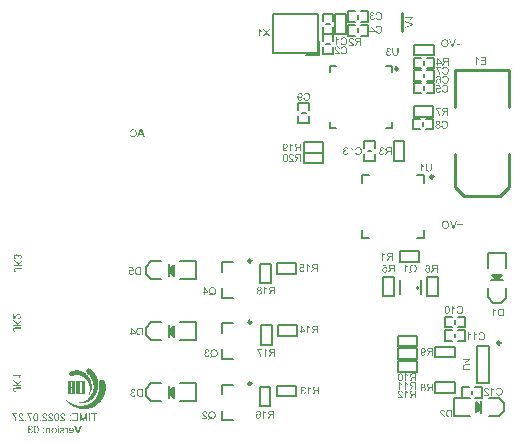
<source format=gbo>
G04*
G04 #@! TF.GenerationSoftware,Altium Limited,Altium Designer,23.4.1 (23)*
G04*
G04 Layer_Color=32896*
%FSLAX25Y25*%
%MOIN*%
G70*
G04*
G04 #@! TF.SameCoordinates,8CB6A174-BB40-4334-975E-19112FE07875*
G04*
G04*
G04 #@! TF.FilePolarity,Positive*
G04*
G01*
G75*
%ADD10C,0.00787*%
%ADD11C,0.01000*%
%ADD27C,0.00600*%
%ADD84C,0.00984*%
%ADD85C,0.00591*%
%ADD86C,0.00700*%
G36*
X94547Y-22323D02*
X94567Y-22353D01*
X94609Y-22415D01*
X94655Y-22473D01*
X94701Y-22525D01*
X94723Y-22549D01*
X94743Y-22571D01*
X94763Y-22589D01*
X94779Y-22605D01*
X94793Y-22617D01*
X94803Y-22627D01*
X94809Y-22633D01*
X94811Y-22635D01*
X94887Y-22699D01*
X94965Y-22757D01*
X95043Y-22807D01*
X95079Y-22831D01*
X95115Y-22851D01*
X95147Y-22869D01*
X95177Y-22887D01*
X95203Y-22901D01*
X95227Y-22913D01*
X95245Y-22923D01*
X95259Y-22929D01*
X95267Y-22933D01*
X95271Y-22935D01*
Y-23239D01*
X95215Y-23217D01*
X95157Y-23191D01*
X95103Y-23163D01*
X95051Y-23137D01*
X95029Y-23125D01*
X95007Y-23113D01*
X94989Y-23103D01*
X94971Y-23095D01*
X94959Y-23087D01*
X94949Y-23081D01*
X94943Y-23079D01*
X94941Y-23077D01*
X94875Y-23037D01*
X94815Y-22997D01*
X94789Y-22979D01*
X94765Y-22961D01*
X94741Y-22945D01*
X94721Y-22929D01*
X94703Y-22913D01*
X94687Y-22901D01*
X94673Y-22889D01*
X94661Y-22879D01*
X94653Y-22871D01*
X94647Y-22865D01*
X94643Y-22863D01*
X94641Y-22861D01*
Y-24865D01*
X94327D01*
Y-22291D01*
X94531D01*
X94547Y-22323D01*
D02*
G37*
G36*
X92779Y-22293D02*
X92839Y-22301D01*
X92897Y-22313D01*
X92953Y-22329D01*
X93003Y-22347D01*
X93051Y-22367D01*
X93095Y-22387D01*
X93135Y-22409D01*
X93171Y-22433D01*
X93201Y-22453D01*
X93229Y-22473D01*
X93251Y-22491D01*
X93269Y-22507D01*
X93283Y-22519D01*
X93291Y-22527D01*
X93293Y-22529D01*
X93333Y-22575D01*
X93369Y-22625D01*
X93399Y-22675D01*
X93425Y-22727D01*
X93447Y-22781D01*
X93465Y-22833D01*
X93481Y-22885D01*
X93493Y-22933D01*
X93501Y-22979D01*
X93509Y-23023D01*
X93513Y-23061D01*
X93517Y-23093D01*
X93519Y-23121D01*
X93521Y-23141D01*
Y-23149D01*
Y-23155D01*
Y-23157D01*
Y-23159D01*
X93519Y-23229D01*
X93511Y-23293D01*
X93501Y-23355D01*
X93487Y-23413D01*
X93469Y-23467D01*
X93451Y-23517D01*
X93431Y-23563D01*
X93411Y-23605D01*
X93391Y-23641D01*
X93371Y-23675D01*
X93351Y-23703D01*
X93335Y-23725D01*
X93321Y-23743D01*
X93311Y-23757D01*
X93303Y-23765D01*
X93301Y-23767D01*
X93259Y-23807D01*
X93215Y-23843D01*
X93169Y-23873D01*
X93125Y-23899D01*
X93079Y-23923D01*
X93035Y-23941D01*
X92991Y-23957D01*
X92949Y-23969D01*
X92911Y-23977D01*
X92875Y-23985D01*
X92843Y-23989D01*
X92817Y-23993D01*
X92793Y-23995D01*
X92777Y-23997D01*
X92763D01*
X92727Y-23995D01*
X92693Y-23993D01*
X92627Y-23983D01*
X92567Y-23967D01*
X92539Y-23959D01*
X92513Y-23951D01*
X92491Y-23943D01*
X92471Y-23935D01*
X92453Y-23927D01*
X92437Y-23919D01*
X92425Y-23913D01*
X92417Y-23909D01*
X92411Y-23905D01*
X92409D01*
X92351Y-23867D01*
X92299Y-23827D01*
X92255Y-23787D01*
X92217Y-23747D01*
X92201Y-23729D01*
X92187Y-23713D01*
X92177Y-23699D01*
X92167Y-23685D01*
X92159Y-23675D01*
X92153Y-23667D01*
X92151Y-23663D01*
X92149Y-23661D01*
Y-23675D01*
Y-23689D01*
Y-23699D01*
Y-23707D01*
Y-23719D01*
Y-23723D01*
X92151Y-23795D01*
X92157Y-23865D01*
X92165Y-23931D01*
X92169Y-23961D01*
X92173Y-23989D01*
X92177Y-24015D01*
X92181Y-24039D01*
X92185Y-24059D01*
X92189Y-24077D01*
X92193Y-24091D01*
X92195Y-24101D01*
X92197Y-24107D01*
Y-24109D01*
X92215Y-24175D01*
X92235Y-24235D01*
X92245Y-24261D01*
X92253Y-24287D01*
X92263Y-24309D01*
X92273Y-24329D01*
X92281Y-24347D01*
X92289Y-24363D01*
X92295Y-24377D01*
X92301Y-24389D01*
X92307Y-24397D01*
X92309Y-24403D01*
X92313Y-24407D01*
Y-24409D01*
X92341Y-24449D01*
X92369Y-24483D01*
X92399Y-24513D01*
X92427Y-24539D01*
X92453Y-24559D01*
X92473Y-24573D01*
X92481Y-24579D01*
X92487Y-24581D01*
X92489Y-24585D01*
X92491D01*
X92533Y-24607D01*
X92577Y-24623D01*
X92621Y-24635D01*
X92661Y-24643D01*
X92695Y-24647D01*
X92709Y-24649D01*
X92723D01*
X92733Y-24651D01*
X92747D01*
X92779Y-24649D01*
X92807Y-24647D01*
X92863Y-24635D01*
X92909Y-24621D01*
X92949Y-24603D01*
X92967Y-24593D01*
X92981Y-24585D01*
X92995Y-24577D01*
X93005Y-24569D01*
X93013Y-24563D01*
X93019Y-24559D01*
X93023Y-24557D01*
X93025Y-24555D01*
X93045Y-24535D01*
X93063Y-24515D01*
X93093Y-24465D01*
X93119Y-24415D01*
X93139Y-24363D01*
X93147Y-24341D01*
X93153Y-24317D01*
X93159Y-24297D01*
X93163Y-24279D01*
X93167Y-24265D01*
X93169Y-24255D01*
X93171Y-24247D01*
Y-24245D01*
X93473Y-24273D01*
X93465Y-24329D01*
X93453Y-24381D01*
X93437Y-24429D01*
X93421Y-24475D01*
X93403Y-24517D01*
X93385Y-24555D01*
X93365Y-24591D01*
X93345Y-24621D01*
X93325Y-24649D01*
X93307Y-24675D01*
X93291Y-24695D01*
X93275Y-24713D01*
X93263Y-24725D01*
X93253Y-24735D01*
X93247Y-24741D01*
X93245Y-24743D01*
X93209Y-24773D01*
X93169Y-24797D01*
X93129Y-24819D01*
X93087Y-24839D01*
X93047Y-24855D01*
X93005Y-24869D01*
X92965Y-24879D01*
X92927Y-24889D01*
X92891Y-24895D01*
X92859Y-24901D01*
X92829Y-24903D01*
X92803Y-24907D01*
X92783D01*
X92767Y-24909D01*
X92753D01*
X92701Y-24907D01*
X92651Y-24903D01*
X92603Y-24895D01*
X92557Y-24885D01*
X92513Y-24873D01*
X92473Y-24861D01*
X92435Y-24847D01*
X92401Y-24833D01*
X92369Y-24819D01*
X92343Y-24805D01*
X92319Y-24793D01*
X92299Y-24781D01*
X92283Y-24771D01*
X92271Y-24763D01*
X92263Y-24759D01*
X92261Y-24757D01*
X92223Y-24727D01*
X92187Y-24695D01*
X92153Y-24659D01*
X92121Y-24623D01*
X92093Y-24587D01*
X92067Y-24551D01*
X92043Y-24515D01*
X92023Y-24479D01*
X92003Y-24445D01*
X91987Y-24415D01*
X91973Y-24387D01*
X91963Y-24363D01*
X91955Y-24343D01*
X91947Y-24327D01*
X91945Y-24319D01*
X91943Y-24315D01*
X91923Y-24259D01*
X91907Y-24197D01*
X91893Y-24135D01*
X91881Y-24069D01*
X91861Y-23939D01*
X91855Y-23875D01*
X91849Y-23813D01*
X91843Y-23755D01*
X91841Y-23703D01*
X91839Y-23653D01*
X91837Y-23613D01*
Y-23595D01*
X91835Y-23579D01*
Y-23565D01*
Y-23553D01*
Y-23543D01*
Y-23537D01*
Y-23533D01*
Y-23531D01*
X91837Y-23445D01*
X91839Y-23365D01*
X91845Y-23289D01*
X91851Y-23219D01*
X91859Y-23155D01*
X91869Y-23095D01*
X91879Y-23043D01*
X91889Y-22993D01*
X91899Y-22951D01*
X91909Y-22915D01*
X91917Y-22883D01*
X91927Y-22857D01*
X91933Y-22837D01*
X91939Y-22823D01*
X91941Y-22813D01*
X91943Y-22811D01*
X91965Y-22765D01*
X91987Y-22723D01*
X92013Y-22683D01*
X92037Y-22645D01*
X92065Y-22611D01*
X92091Y-22579D01*
X92117Y-22551D01*
X92141Y-22525D01*
X92165Y-22503D01*
X92187Y-22483D01*
X92207Y-22465D01*
X92225Y-22451D01*
X92239Y-22441D01*
X92249Y-22433D01*
X92257Y-22429D01*
X92259Y-22427D01*
X92299Y-22403D01*
X92337Y-22383D01*
X92377Y-22363D01*
X92417Y-22349D01*
X92455Y-22335D01*
X92493Y-22325D01*
X92529Y-22315D01*
X92565Y-22307D01*
X92597Y-22303D01*
X92625Y-22299D01*
X92651Y-22295D01*
X92673Y-22293D01*
X92691Y-22291D01*
X92715D01*
X92779Y-22293D01*
D02*
G37*
G36*
X97965Y-24865D02*
X97625D01*
Y-23727D01*
X97187D01*
X97149Y-23729D01*
X97117Y-23731D01*
X97091Y-23733D01*
X97071Y-23737D01*
X97057Y-23739D01*
X97047Y-23741D01*
X97045D01*
X97015Y-23749D01*
X96987Y-23759D01*
X96961Y-23771D01*
X96937Y-23781D01*
X96917Y-23793D01*
X96903Y-23801D01*
X96893Y-23807D01*
X96889Y-23809D01*
X96859Y-23831D01*
X96829Y-23857D01*
X96801Y-23885D01*
X96775Y-23913D01*
X96751Y-23939D01*
X96733Y-23961D01*
X96727Y-23969D01*
X96721Y-23975D01*
X96719Y-23979D01*
X96717Y-23981D01*
X96699Y-24005D01*
X96679Y-24031D01*
X96639Y-24087D01*
X96597Y-24145D01*
X96559Y-24203D01*
X96541Y-24229D01*
X96525Y-24253D01*
X96511Y-24275D01*
X96497Y-24295D01*
X96487Y-24311D01*
X96479Y-24323D01*
X96475Y-24331D01*
X96473Y-24333D01*
X96135Y-24865D01*
X95711D01*
X96155Y-24169D01*
X96205Y-24095D01*
X96229Y-24061D01*
X96255Y-24029D01*
X96279Y-23999D01*
X96301Y-23971D01*
X96323Y-23945D01*
X96345Y-23921D01*
X96363Y-23899D01*
X96381Y-23881D01*
X96397Y-23865D01*
X96409Y-23851D01*
X96421Y-23841D01*
X96429Y-23833D01*
X96433Y-23829D01*
X96435Y-23827D01*
X96463Y-23803D01*
X96497Y-23781D01*
X96531Y-23759D01*
X96563Y-23739D01*
X96593Y-23723D01*
X96617Y-23711D01*
X96627Y-23705D01*
X96633Y-23701D01*
X96637Y-23699D01*
X96639D01*
X96573Y-23689D01*
X96509Y-23675D01*
X96453Y-23659D01*
X96399Y-23641D01*
X96349Y-23623D01*
X96305Y-23603D01*
X96265Y-23583D01*
X96229Y-23563D01*
X96197Y-23543D01*
X96171Y-23525D01*
X96147Y-23507D01*
X96129Y-23493D01*
X96113Y-23481D01*
X96103Y-23471D01*
X96097Y-23465D01*
X96095Y-23463D01*
X96063Y-23427D01*
X96037Y-23389D01*
X96013Y-23351D01*
X95993Y-23311D01*
X95975Y-23273D01*
X95961Y-23235D01*
X95949Y-23197D01*
X95939Y-23161D01*
X95931Y-23129D01*
X95927Y-23097D01*
X95923Y-23071D01*
X95919Y-23047D01*
Y-23027D01*
X95917Y-23013D01*
Y-23005D01*
Y-23001D01*
X95919Y-22963D01*
X95921Y-22925D01*
X95933Y-22853D01*
X95941Y-22819D01*
X95951Y-22787D01*
X95961Y-22757D01*
X95971Y-22731D01*
X95981Y-22705D01*
X95991Y-22683D01*
X95999Y-22663D01*
X96009Y-22647D01*
X96015Y-22635D01*
X96021Y-22625D01*
X96023Y-22619D01*
X96025Y-22617D01*
X96045Y-22585D01*
X96067Y-22555D01*
X96091Y-22529D01*
X96115Y-22505D01*
X96137Y-22481D01*
X96161Y-22461D01*
X96185Y-22443D01*
X96207Y-22427D01*
X96227Y-22415D01*
X96247Y-22403D01*
X96265Y-22393D01*
X96279Y-22385D01*
X96291Y-22379D01*
X96301Y-22375D01*
X96307Y-22371D01*
X96309D01*
X96345Y-22359D01*
X96383Y-22347D01*
X96423Y-22339D01*
X96465Y-22331D01*
X96551Y-22319D01*
X96595Y-22313D01*
X96635Y-22309D01*
X96675Y-22307D01*
X96711Y-22305D01*
X96745Y-22303D01*
X96773D01*
X96797Y-22301D01*
X97965D01*
Y-24865D01*
D02*
G37*
G36*
X94820Y-25793D02*
X94884Y-25799D01*
X94944Y-25809D01*
X95000Y-25821D01*
X95052Y-25835D01*
X95100Y-25851D01*
X95144Y-25869D01*
X95184Y-25885D01*
X95218Y-25903D01*
X95250Y-25921D01*
X95276Y-25937D01*
X95298Y-25951D01*
X95316Y-25963D01*
X95328Y-25973D01*
X95336Y-25979D01*
X95338Y-25981D01*
X95376Y-26019D01*
X95410Y-26059D01*
X95442Y-26103D01*
X95468Y-26147D01*
X95492Y-26193D01*
X95512Y-26239D01*
X95528Y-26285D01*
X95542Y-26329D01*
X95554Y-26369D01*
X95564Y-26409D01*
X95572Y-26443D01*
X95578Y-26473D01*
X95582Y-26499D01*
X95584Y-26517D01*
X95586Y-26529D01*
Y-26531D01*
Y-26533D01*
X95262Y-26567D01*
X95260Y-26523D01*
X95256Y-26481D01*
X95250Y-26443D01*
X95240Y-26405D01*
X95230Y-26373D01*
X95218Y-26341D01*
X95206Y-26313D01*
X95194Y-26287D01*
X95182Y-26265D01*
X95168Y-26245D01*
X95158Y-26227D01*
X95148Y-26213D01*
X95138Y-26203D01*
X95132Y-26195D01*
X95128Y-26191D01*
X95126Y-26189D01*
X95100Y-26165D01*
X95070Y-26143D01*
X95042Y-26125D01*
X95010Y-26109D01*
X94980Y-26095D01*
X94950Y-26085D01*
X94920Y-26075D01*
X94892Y-26069D01*
X94866Y-26063D01*
X94840Y-26059D01*
X94818Y-26055D01*
X94800Y-26053D01*
X94784Y-26051D01*
X94762D01*
X94722Y-26053D01*
X94684Y-26057D01*
X94650Y-26063D01*
X94616Y-26071D01*
X94586Y-26081D01*
X94556Y-26093D01*
X94530Y-26103D01*
X94506Y-26115D01*
X94484Y-26129D01*
X94466Y-26139D01*
X94450Y-26151D01*
X94436Y-26161D01*
X94426Y-26169D01*
X94418Y-26175D01*
X94414Y-26179D01*
X94412Y-26181D01*
X94388Y-26205D01*
X94368Y-26231D01*
X94350Y-26257D01*
X94334Y-26285D01*
X94322Y-26311D01*
X94310Y-26337D01*
X94294Y-26387D01*
X94290Y-26409D01*
X94286Y-26431D01*
X94282Y-26449D01*
X94280Y-26465D01*
X94278Y-26479D01*
Y-26489D01*
Y-26495D01*
Y-26497D01*
X94280Y-26531D01*
X94284Y-26565D01*
X94292Y-26599D01*
X94302Y-26631D01*
X94324Y-26695D01*
X94338Y-26725D01*
X94352Y-26753D01*
X94366Y-26779D01*
X94380Y-26803D01*
X94392Y-26825D01*
X94402Y-26843D01*
X94412Y-26857D01*
X94420Y-26867D01*
X94424Y-26875D01*
X94426Y-26877D01*
X94456Y-26915D01*
X94492Y-26957D01*
X94532Y-27001D01*
X94576Y-27045D01*
X94622Y-27091D01*
X94668Y-27137D01*
X94716Y-27181D01*
X94762Y-27223D01*
X94808Y-27263D01*
X94850Y-27301D01*
X94888Y-27333D01*
X94922Y-27363D01*
X94950Y-27387D01*
X94972Y-27403D01*
X94980Y-27411D01*
X94986Y-27415D01*
X94988Y-27417D01*
X94990Y-27419D01*
X95040Y-27459D01*
X95086Y-27499D01*
X95128Y-27537D01*
X95168Y-27573D01*
X95206Y-27607D01*
X95240Y-27639D01*
X95270Y-27669D01*
X95298Y-27695D01*
X95322Y-27721D01*
X95344Y-27743D01*
X95362Y-27761D01*
X95378Y-27777D01*
X95388Y-27789D01*
X95398Y-27799D01*
X95402Y-27805D01*
X95404Y-27807D01*
X95454Y-27869D01*
X95496Y-27931D01*
X95532Y-27989D01*
X95560Y-28039D01*
X95572Y-28063D01*
X95582Y-28083D01*
X95590Y-28101D01*
X95598Y-28117D01*
X95604Y-28129D01*
X95606Y-28139D01*
X95610Y-28145D01*
Y-28147D01*
X95622Y-28187D01*
X95632Y-28225D01*
X95638Y-28263D01*
X95642Y-28295D01*
X95646Y-28323D01*
Y-28345D01*
Y-28353D01*
Y-28359D01*
Y-28363D01*
Y-28365D01*
X93950D01*
Y-28063D01*
X95208D01*
X95188Y-28031D01*
X95166Y-28001D01*
X95144Y-27973D01*
X95122Y-27947D01*
X95104Y-27925D01*
X95090Y-27909D01*
X95080Y-27899D01*
X95076Y-27895D01*
X95058Y-27877D01*
X95038Y-27857D01*
X95012Y-27833D01*
X94986Y-27809D01*
X94926Y-27755D01*
X94864Y-27701D01*
X94834Y-27675D01*
X94806Y-27651D01*
X94780Y-27629D01*
X94758Y-27609D01*
X94738Y-27593D01*
X94724Y-27581D01*
X94716Y-27573D01*
X94712Y-27571D01*
X94650Y-27519D01*
X94594Y-27469D01*
X94540Y-27423D01*
X94492Y-27379D01*
X94448Y-27339D01*
X94408Y-27301D01*
X94374Y-27267D01*
X94342Y-27237D01*
X94314Y-27209D01*
X94290Y-27187D01*
X94270Y-27165D01*
X94254Y-27149D01*
X94242Y-27135D01*
X94232Y-27127D01*
X94228Y-27121D01*
X94226Y-27119D01*
X94176Y-27059D01*
X94132Y-27001D01*
X94096Y-26949D01*
X94068Y-26901D01*
X94056Y-26881D01*
X94046Y-26863D01*
X94036Y-26847D01*
X94030Y-26833D01*
X94024Y-26821D01*
X94020Y-26813D01*
X94018Y-26809D01*
Y-26807D01*
X93996Y-26751D01*
X93980Y-26697D01*
X93970Y-26645D01*
X93962Y-26599D01*
X93960Y-26579D01*
X93958Y-26559D01*
X93956Y-26543D01*
X93954Y-26529D01*
Y-26519D01*
Y-26509D01*
Y-26505D01*
Y-26503D01*
X93956Y-26447D01*
X93964Y-26395D01*
X93974Y-26345D01*
X93988Y-26297D01*
X94004Y-26251D01*
X94022Y-26211D01*
X94042Y-26171D01*
X94062Y-26137D01*
X94082Y-26105D01*
X94102Y-26077D01*
X94120Y-26053D01*
X94136Y-26033D01*
X94150Y-26017D01*
X94160Y-26007D01*
X94168Y-25999D01*
X94170Y-25997D01*
X94212Y-25961D01*
X94258Y-25929D01*
X94304Y-25901D01*
X94352Y-25877D01*
X94402Y-25857D01*
X94450Y-25841D01*
X94498Y-25827D01*
X94542Y-25817D01*
X94586Y-25809D01*
X94626Y-25801D01*
X94662Y-25797D01*
X94694Y-25795D01*
X94718Y-25793D01*
X94738Y-25791D01*
X94754D01*
X94820Y-25793D01*
D02*
G37*
G36*
X98058Y-28365D02*
X97718D01*
Y-27227D01*
X97280D01*
X97242Y-27229D01*
X97210Y-27231D01*
X97184Y-27233D01*
X97164Y-27237D01*
X97150Y-27239D01*
X97140Y-27241D01*
X97138D01*
X97108Y-27249D01*
X97080Y-27259D01*
X97054Y-27271D01*
X97030Y-27281D01*
X97010Y-27293D01*
X96996Y-27301D01*
X96986Y-27307D01*
X96982Y-27309D01*
X96952Y-27331D01*
X96922Y-27357D01*
X96894Y-27385D01*
X96868Y-27413D01*
X96844Y-27439D01*
X96826Y-27461D01*
X96820Y-27469D01*
X96814Y-27475D01*
X96812Y-27479D01*
X96810Y-27481D01*
X96792Y-27505D01*
X96772Y-27531D01*
X96732Y-27587D01*
X96690Y-27645D01*
X96652Y-27703D01*
X96634Y-27729D01*
X96618Y-27753D01*
X96604Y-27775D01*
X96590Y-27795D01*
X96580Y-27811D01*
X96572Y-27823D01*
X96568Y-27831D01*
X96566Y-27833D01*
X96228Y-28365D01*
X95804D01*
X96248Y-27669D01*
X96298Y-27595D01*
X96322Y-27561D01*
X96348Y-27529D01*
X96372Y-27499D01*
X96394Y-27471D01*
X96416Y-27445D01*
X96438Y-27421D01*
X96456Y-27399D01*
X96474Y-27381D01*
X96490Y-27365D01*
X96502Y-27351D01*
X96514Y-27341D01*
X96522Y-27333D01*
X96526Y-27329D01*
X96528Y-27327D01*
X96556Y-27303D01*
X96590Y-27281D01*
X96624Y-27259D01*
X96656Y-27239D01*
X96686Y-27223D01*
X96710Y-27211D01*
X96720Y-27205D01*
X96726Y-27201D01*
X96730Y-27199D01*
X96732D01*
X96666Y-27189D01*
X96602Y-27175D01*
X96546Y-27159D01*
X96492Y-27141D01*
X96442Y-27123D01*
X96398Y-27103D01*
X96358Y-27083D01*
X96322Y-27063D01*
X96290Y-27043D01*
X96264Y-27025D01*
X96240Y-27007D01*
X96222Y-26993D01*
X96206Y-26981D01*
X96196Y-26971D01*
X96190Y-26965D01*
X96188Y-26963D01*
X96156Y-26927D01*
X96130Y-26889D01*
X96106Y-26851D01*
X96086Y-26811D01*
X96068Y-26773D01*
X96054Y-26735D01*
X96042Y-26697D01*
X96032Y-26661D01*
X96024Y-26629D01*
X96020Y-26597D01*
X96016Y-26571D01*
X96012Y-26547D01*
Y-26527D01*
X96010Y-26513D01*
Y-26505D01*
Y-26501D01*
X96012Y-26463D01*
X96014Y-26425D01*
X96026Y-26353D01*
X96034Y-26319D01*
X96044Y-26287D01*
X96054Y-26257D01*
X96064Y-26231D01*
X96074Y-26205D01*
X96084Y-26183D01*
X96092Y-26163D01*
X96102Y-26147D01*
X96108Y-26135D01*
X96114Y-26125D01*
X96116Y-26119D01*
X96118Y-26117D01*
X96138Y-26085D01*
X96160Y-26055D01*
X96184Y-26029D01*
X96208Y-26005D01*
X96230Y-25981D01*
X96254Y-25961D01*
X96278Y-25943D01*
X96300Y-25927D01*
X96320Y-25915D01*
X96340Y-25903D01*
X96358Y-25893D01*
X96372Y-25885D01*
X96384Y-25879D01*
X96394Y-25875D01*
X96400Y-25871D01*
X96402D01*
X96438Y-25859D01*
X96476Y-25847D01*
X96516Y-25839D01*
X96558Y-25831D01*
X96644Y-25819D01*
X96688Y-25813D01*
X96728Y-25809D01*
X96768Y-25807D01*
X96804Y-25805D01*
X96838Y-25803D01*
X96866D01*
X96890Y-25801D01*
X98058D01*
Y-28365D01*
D02*
G37*
G36*
X92830Y-25793D02*
X92878Y-25797D01*
X92924Y-25805D01*
X92968Y-25815D01*
X93010Y-25825D01*
X93048Y-25839D01*
X93084Y-25851D01*
X93116Y-25865D01*
X93144Y-25879D01*
X93170Y-25893D01*
X93192Y-25907D01*
X93210Y-25917D01*
X93224Y-25927D01*
X93236Y-25935D01*
X93242Y-25939D01*
X93244Y-25941D01*
X93278Y-25971D01*
X93308Y-26003D01*
X93338Y-26037D01*
X93364Y-26071D01*
X93390Y-26107D01*
X93412Y-26143D01*
X93434Y-26177D01*
X93452Y-26211D01*
X93468Y-26243D01*
X93482Y-26273D01*
X93494Y-26299D01*
X93504Y-26323D01*
X93512Y-26343D01*
X93518Y-26357D01*
X93520Y-26365D01*
X93522Y-26369D01*
X93538Y-26423D01*
X93552Y-26481D01*
X93564Y-26539D01*
X93576Y-26601D01*
X93592Y-26723D01*
X93598Y-26783D01*
X93602Y-26839D01*
X93606Y-26893D01*
X93610Y-26943D01*
X93612Y-26987D01*
Y-27025D01*
X93614Y-27057D01*
Y-27071D01*
Y-27081D01*
Y-27089D01*
Y-27095D01*
Y-27099D01*
Y-27101D01*
Y-27167D01*
X93612Y-27231D01*
X93608Y-27293D01*
X93604Y-27353D01*
X93598Y-27411D01*
X93590Y-27467D01*
X93584Y-27519D01*
X93574Y-27569D01*
X93566Y-27617D01*
X93556Y-27663D01*
X93546Y-27707D01*
X93534Y-27749D01*
X93522Y-27789D01*
X93512Y-27827D01*
X93500Y-27861D01*
X93488Y-27895D01*
X93476Y-27925D01*
X93464Y-27955D01*
X93452Y-27981D01*
X93442Y-28005D01*
X93430Y-28029D01*
X93420Y-28049D01*
X93410Y-28067D01*
X93402Y-28083D01*
X93386Y-28111D01*
X93372Y-28129D01*
X93364Y-28141D01*
X93362Y-28145D01*
X93320Y-28191D01*
X93276Y-28233D01*
X93230Y-28267D01*
X93182Y-28297D01*
X93132Y-28323D01*
X93084Y-28345D01*
X93036Y-28361D01*
X92990Y-28375D01*
X92946Y-28387D01*
X92906Y-28395D01*
X92870Y-28401D01*
X92840Y-28405D01*
X92814Y-28407D01*
X92794Y-28409D01*
X92778D01*
X92726Y-28407D01*
X92678Y-28403D01*
X92632Y-28395D01*
X92588Y-28385D01*
X92546Y-28375D01*
X92508Y-28361D01*
X92472Y-28347D01*
X92440Y-28333D01*
X92412Y-28319D01*
X92386Y-28307D01*
X92366Y-28293D01*
X92348Y-28283D01*
X92332Y-28273D01*
X92322Y-28265D01*
X92316Y-28261D01*
X92314Y-28259D01*
X92280Y-28229D01*
X92248Y-28197D01*
X92220Y-28163D01*
X92192Y-28129D01*
X92168Y-28093D01*
X92144Y-28057D01*
X92124Y-28023D01*
X92106Y-27989D01*
X92088Y-27957D01*
X92074Y-27927D01*
X92062Y-27899D01*
X92054Y-27877D01*
X92046Y-27857D01*
X92040Y-27843D01*
X92038Y-27835D01*
X92036Y-27831D01*
X92020Y-27777D01*
X92004Y-27719D01*
X91992Y-27661D01*
X91982Y-27599D01*
X91964Y-27477D01*
X91958Y-27419D01*
X91954Y-27361D01*
X91950Y-27309D01*
X91946Y-27259D01*
X91944Y-27215D01*
Y-27175D01*
X91942Y-27145D01*
Y-27131D01*
Y-27121D01*
Y-27113D01*
Y-27107D01*
Y-27103D01*
Y-27101D01*
Y-27031D01*
X91944Y-26965D01*
X91948Y-26905D01*
X91950Y-26847D01*
X91956Y-26793D01*
X91960Y-26743D01*
X91966Y-26697D01*
X91970Y-26657D01*
X91976Y-26619D01*
X91982Y-26587D01*
X91986Y-26561D01*
X91990Y-26537D01*
X91994Y-26521D01*
X91998Y-26507D01*
X92000Y-26499D01*
Y-26497D01*
X92024Y-26415D01*
X92036Y-26377D01*
X92050Y-26341D01*
X92062Y-26309D01*
X92076Y-26277D01*
X92090Y-26247D01*
X92102Y-26221D01*
X92114Y-26197D01*
X92124Y-26177D01*
X92134Y-26159D01*
X92144Y-26143D01*
X92150Y-26131D01*
X92156Y-26123D01*
X92158Y-26117D01*
X92160Y-26115D01*
X92200Y-26059D01*
X92242Y-26011D01*
X92284Y-25971D01*
X92326Y-25937D01*
X92362Y-25909D01*
X92376Y-25899D01*
X92390Y-25891D01*
X92400Y-25883D01*
X92410Y-25879D01*
X92414Y-25875D01*
X92416D01*
X92476Y-25847D01*
X92538Y-25827D01*
X92600Y-25811D01*
X92656Y-25801D01*
X92682Y-25797D01*
X92704Y-25795D01*
X92726Y-25793D01*
X92744D01*
X92758Y-25791D01*
X92778D01*
X92830Y-25793D01*
D02*
G37*
G36*
X151102Y-49205D02*
X151800D01*
Y-49499D01*
X151102D01*
Y-50201D01*
X150804D01*
Y-49499D01*
X150106D01*
Y-49205D01*
X150804D01*
Y-48507D01*
X151102D01*
Y-49205D01*
D02*
G37*
G36*
X148906Y-50615D02*
X148554D01*
X147550Y-48051D01*
X147896D01*
X148590Y-49915D01*
X148618Y-49993D01*
X148644Y-50069D01*
X148668Y-50141D01*
X148678Y-50173D01*
X148688Y-50203D01*
X148698Y-50231D01*
X148704Y-50257D01*
X148712Y-50279D01*
X148718Y-50299D01*
X148722Y-50315D01*
X148726Y-50325D01*
X148728Y-50333D01*
Y-50335D01*
X148750Y-50261D01*
X148772Y-50187D01*
X148794Y-50115D01*
X148804Y-50083D01*
X148816Y-50051D01*
X148824Y-50023D01*
X148834Y-49997D01*
X148842Y-49973D01*
X148848Y-49953D01*
X148854Y-49937D01*
X148858Y-49925D01*
X148862Y-49917D01*
Y-49915D01*
X149528Y-48051D01*
X149896D01*
X148906Y-50615D01*
D02*
G37*
G36*
X146222Y-48011D02*
X146316Y-48023D01*
X146404Y-48041D01*
X146488Y-48063D01*
X146568Y-48091D01*
X146640Y-48121D01*
X146706Y-48155D01*
X146768Y-48187D01*
X146822Y-48221D01*
X146870Y-48255D01*
X146910Y-48285D01*
X146944Y-48313D01*
X146970Y-48335D01*
X146990Y-48353D01*
X147002Y-48365D01*
X147004Y-48367D01*
X147006Y-48369D01*
X147038Y-48403D01*
X147066Y-48439D01*
X147118Y-48515D01*
X147164Y-48595D01*
X147204Y-48677D01*
X147236Y-48761D01*
X147264Y-48843D01*
X147288Y-48925D01*
X147306Y-49003D01*
X147320Y-49079D01*
X147330Y-49147D01*
X147334Y-49179D01*
X147338Y-49209D01*
X147340Y-49237D01*
X147342Y-49263D01*
X147344Y-49287D01*
X147346Y-49307D01*
Y-49325D01*
X147348Y-49341D01*
Y-49353D01*
Y-49361D01*
Y-49367D01*
Y-49369D01*
X147346Y-49431D01*
X147342Y-49493D01*
X147334Y-49553D01*
X147326Y-49611D01*
X147314Y-49667D01*
X147302Y-49719D01*
X147288Y-49769D01*
X147274Y-49815D01*
X147262Y-49857D01*
X147248Y-49895D01*
X147236Y-49929D01*
X147224Y-49957D01*
X147216Y-49979D01*
X147208Y-49995D01*
X147204Y-50005D01*
X147202Y-50009D01*
X147174Y-50065D01*
X147142Y-50117D01*
X147108Y-50165D01*
X147074Y-50211D01*
X147038Y-50253D01*
X147002Y-50293D01*
X146966Y-50327D01*
X146932Y-50361D01*
X146900Y-50389D01*
X146870Y-50413D01*
X146842Y-50435D01*
X146818Y-50453D01*
X146800Y-50467D01*
X146784Y-50477D01*
X146776Y-50483D01*
X146772Y-50485D01*
X146718Y-50515D01*
X146662Y-50543D01*
X146606Y-50565D01*
X146550Y-50585D01*
X146494Y-50603D01*
X146442Y-50617D01*
X146390Y-50627D01*
X146340Y-50637D01*
X146296Y-50645D01*
X146254Y-50649D01*
X146216Y-50653D01*
X146184Y-50657D01*
X146160D01*
X146140Y-50659D01*
X146124D01*
X146062Y-50657D01*
X146002Y-50653D01*
X145942Y-50645D01*
X145886Y-50635D01*
X145832Y-50623D01*
X145780Y-50609D01*
X145732Y-50595D01*
X145688Y-50579D01*
X145648Y-50565D01*
X145610Y-50551D01*
X145578Y-50537D01*
X145552Y-50525D01*
X145530Y-50515D01*
X145514Y-50507D01*
X145506Y-50503D01*
X145502Y-50501D01*
X145450Y-50469D01*
X145400Y-50435D01*
X145354Y-50399D01*
X145310Y-50361D01*
X145270Y-50323D01*
X145234Y-50285D01*
X145200Y-50247D01*
X145170Y-50209D01*
X145144Y-50175D01*
X145122Y-50143D01*
X145102Y-50113D01*
X145086Y-50087D01*
X145072Y-50067D01*
X145064Y-50051D01*
X145058Y-50041D01*
X145056Y-50037D01*
X145028Y-49979D01*
X145004Y-49919D01*
X144982Y-49859D01*
X144964Y-49797D01*
X144950Y-49739D01*
X144936Y-49681D01*
X144926Y-49625D01*
X144918Y-49573D01*
X144912Y-49523D01*
X144906Y-49479D01*
X144902Y-49439D01*
X144900Y-49405D01*
X144898Y-49377D01*
Y-49357D01*
Y-49349D01*
Y-49343D01*
Y-49341D01*
Y-49339D01*
X144900Y-49267D01*
X144904Y-49199D01*
X144912Y-49133D01*
X144922Y-49069D01*
X144932Y-49009D01*
X144946Y-48951D01*
X144958Y-48899D01*
X144972Y-48851D01*
X144986Y-48807D01*
X145000Y-48767D01*
X145014Y-48733D01*
X145024Y-48705D01*
X145034Y-48681D01*
X145042Y-48665D01*
X145046Y-48655D01*
X145048Y-48651D01*
X145078Y-48595D01*
X145110Y-48543D01*
X145144Y-48495D01*
X145180Y-48449D01*
X145216Y-48407D01*
X145252Y-48367D01*
X145288Y-48331D01*
X145322Y-48299D01*
X145356Y-48271D01*
X145386Y-48247D01*
X145414Y-48225D01*
X145436Y-48209D01*
X145456Y-48195D01*
X145472Y-48185D01*
X145480Y-48179D01*
X145484Y-48177D01*
X145538Y-48147D01*
X145592Y-48121D01*
X145648Y-48099D01*
X145704Y-48079D01*
X145758Y-48063D01*
X145810Y-48049D01*
X145862Y-48037D01*
X145910Y-48029D01*
X145954Y-48021D01*
X145994Y-48015D01*
X146032Y-48013D01*
X146062Y-48009D01*
X146088D01*
X146106Y-48007D01*
X146172D01*
X146222Y-48011D01*
D02*
G37*
G36*
X150800Y10655D02*
X149832D01*
Y10971D01*
X150800D01*
Y10655D01*
D02*
G37*
G36*
X148716Y9885D02*
X148364D01*
X147360Y12449D01*
X147706D01*
X148400Y10585D01*
X148428Y10507D01*
X148454Y10431D01*
X148478Y10359D01*
X148488Y10327D01*
X148498Y10297D01*
X148508Y10269D01*
X148514Y10243D01*
X148522Y10221D01*
X148528Y10201D01*
X148532Y10185D01*
X148536Y10175D01*
X148538Y10167D01*
Y10165D01*
X148560Y10239D01*
X148582Y10313D01*
X148604Y10385D01*
X148614Y10417D01*
X148626Y10449D01*
X148634Y10477D01*
X148644Y10503D01*
X148652Y10527D01*
X148658Y10547D01*
X148664Y10563D01*
X148668Y10575D01*
X148672Y10583D01*
Y10585D01*
X149338Y12449D01*
X149706D01*
X148716Y9885D01*
D02*
G37*
G36*
X146032Y12489D02*
X146126Y12477D01*
X146214Y12459D01*
X146298Y12437D01*
X146378Y12409D01*
X146450Y12379D01*
X146516Y12345D01*
X146578Y12313D01*
X146632Y12279D01*
X146680Y12245D01*
X146720Y12215D01*
X146754Y12187D01*
X146780Y12165D01*
X146800Y12147D01*
X146812Y12135D01*
X146814Y12133D01*
X146816Y12131D01*
X146848Y12097D01*
X146876Y12061D01*
X146928Y11985D01*
X146974Y11905D01*
X147014Y11823D01*
X147046Y11739D01*
X147074Y11657D01*
X147098Y11575D01*
X147116Y11497D01*
X147130Y11421D01*
X147140Y11353D01*
X147144Y11321D01*
X147148Y11291D01*
X147150Y11263D01*
X147152Y11237D01*
X147154Y11213D01*
X147156Y11193D01*
Y11175D01*
X147158Y11159D01*
Y11147D01*
Y11139D01*
Y11133D01*
Y11131D01*
X147156Y11069D01*
X147152Y11007D01*
X147144Y10947D01*
X147136Y10889D01*
X147124Y10833D01*
X147112Y10781D01*
X147098Y10731D01*
X147084Y10685D01*
X147072Y10643D01*
X147058Y10605D01*
X147046Y10571D01*
X147034Y10543D01*
X147026Y10521D01*
X147018Y10505D01*
X147014Y10495D01*
X147012Y10491D01*
X146984Y10435D01*
X146952Y10383D01*
X146918Y10335D01*
X146884Y10289D01*
X146848Y10247D01*
X146812Y10207D01*
X146776Y10173D01*
X146742Y10139D01*
X146710Y10111D01*
X146680Y10087D01*
X146652Y10065D01*
X146628Y10047D01*
X146610Y10033D01*
X146594Y10023D01*
X146586Y10017D01*
X146582Y10015D01*
X146528Y9985D01*
X146472Y9957D01*
X146416Y9935D01*
X146360Y9915D01*
X146304Y9897D01*
X146252Y9883D01*
X146200Y9873D01*
X146150Y9863D01*
X146106Y9855D01*
X146064Y9851D01*
X146026Y9847D01*
X145994Y9843D01*
X145970D01*
X145950Y9841D01*
X145934D01*
X145872Y9843D01*
X145812Y9847D01*
X145752Y9855D01*
X145696Y9865D01*
X145642Y9877D01*
X145590Y9891D01*
X145542Y9905D01*
X145498Y9921D01*
X145458Y9935D01*
X145420Y9949D01*
X145388Y9963D01*
X145362Y9975D01*
X145340Y9985D01*
X145324Y9993D01*
X145316Y9997D01*
X145312Y9999D01*
X145260Y10031D01*
X145210Y10065D01*
X145164Y10101D01*
X145120Y10139D01*
X145080Y10177D01*
X145044Y10215D01*
X145010Y10253D01*
X144980Y10291D01*
X144954Y10325D01*
X144932Y10357D01*
X144912Y10387D01*
X144896Y10413D01*
X144882Y10433D01*
X144874Y10449D01*
X144868Y10459D01*
X144866Y10463D01*
X144838Y10521D01*
X144814Y10581D01*
X144792Y10641D01*
X144774Y10703D01*
X144760Y10761D01*
X144746Y10819D01*
X144736Y10875D01*
X144728Y10927D01*
X144722Y10977D01*
X144716Y11021D01*
X144712Y11061D01*
X144710Y11095D01*
X144708Y11123D01*
Y11143D01*
Y11151D01*
Y11157D01*
Y11159D01*
Y11161D01*
X144710Y11233D01*
X144714Y11301D01*
X144722Y11367D01*
X144732Y11431D01*
X144742Y11491D01*
X144756Y11549D01*
X144768Y11601D01*
X144782Y11649D01*
X144796Y11693D01*
X144810Y11733D01*
X144824Y11767D01*
X144834Y11795D01*
X144844Y11819D01*
X144852Y11835D01*
X144856Y11845D01*
X144858Y11849D01*
X144888Y11905D01*
X144920Y11957D01*
X144954Y12005D01*
X144990Y12051D01*
X145026Y12093D01*
X145062Y12133D01*
X145098Y12169D01*
X145132Y12201D01*
X145166Y12229D01*
X145196Y12253D01*
X145224Y12275D01*
X145246Y12291D01*
X145266Y12305D01*
X145282Y12315D01*
X145290Y12321D01*
X145294Y12323D01*
X145348Y12353D01*
X145402Y12379D01*
X145458Y12401D01*
X145514Y12421D01*
X145568Y12437D01*
X145620Y12451D01*
X145672Y12463D01*
X145720Y12471D01*
X145764Y12479D01*
X145804Y12485D01*
X145842Y12487D01*
X145872Y12491D01*
X145898D01*
X145916Y12493D01*
X145982D01*
X146032Y12489D01*
D02*
G37*
G36*
X42082Y-17509D02*
X42144Y-17513D01*
X42202Y-17521D01*
X42260Y-17531D01*
X42314Y-17543D01*
X42366Y-17557D01*
X42414Y-17571D01*
X42458Y-17585D01*
X42498Y-17599D01*
X42534Y-17613D01*
X42566Y-17627D01*
X42592Y-17639D01*
X42614Y-17649D01*
X42630Y-17657D01*
X42638Y-17661D01*
X42642Y-17663D01*
X42694Y-17693D01*
X42742Y-17727D01*
X42786Y-17763D01*
X42828Y-17799D01*
X42868Y-17837D01*
X42904Y-17875D01*
X42936Y-17911D01*
X42964Y-17947D01*
X42990Y-17983D01*
X43012Y-18013D01*
X43032Y-18043D01*
X43048Y-18067D01*
X43060Y-18089D01*
X43068Y-18103D01*
X43074Y-18113D01*
X43076Y-18117D01*
X43102Y-18173D01*
X43126Y-18233D01*
X43146Y-18293D01*
X43164Y-18351D01*
X43178Y-18411D01*
X43190Y-18469D01*
X43200Y-18525D01*
X43208Y-18577D01*
X43216Y-18627D01*
X43220Y-18673D01*
X43224Y-18713D01*
X43226Y-18747D01*
Y-18777D01*
X43228Y-18797D01*
Y-18805D01*
Y-18811D01*
Y-18813D01*
Y-18815D01*
X43226Y-18883D01*
X43222Y-18951D01*
X43216Y-19015D01*
X43206Y-19077D01*
X43196Y-19137D01*
X43186Y-19195D01*
X43174Y-19247D01*
X43160Y-19297D01*
X43148Y-19341D01*
X43136Y-19383D01*
X43126Y-19417D01*
X43114Y-19447D01*
X43106Y-19471D01*
X43100Y-19489D01*
X43096Y-19499D01*
X43094Y-19503D01*
X43068Y-19561D01*
X43038Y-19615D01*
X43006Y-19667D01*
X42974Y-19715D01*
X42942Y-19757D01*
X42908Y-19797D01*
X42876Y-19835D01*
X42844Y-19867D01*
X42816Y-19895D01*
X42788Y-19921D01*
X42762Y-19943D01*
X42740Y-19959D01*
X42722Y-19973D01*
X42710Y-19983D01*
X42700Y-19989D01*
X42698Y-19991D01*
X42648Y-20021D01*
X42594Y-20047D01*
X42540Y-20069D01*
X42482Y-20089D01*
X42426Y-20105D01*
X42370Y-20117D01*
X42316Y-20129D01*
X42264Y-20137D01*
X42214Y-20145D01*
X42168Y-20151D01*
X42128Y-20153D01*
X42092Y-20157D01*
X42064D01*
X42052Y-20159D01*
X42024D01*
X41950Y-20157D01*
X41880Y-20149D01*
X41814Y-20139D01*
X41750Y-20125D01*
X41690Y-20109D01*
X41634Y-20089D01*
X41582Y-20071D01*
X41536Y-20049D01*
X41494Y-20029D01*
X41456Y-20009D01*
X41424Y-19991D01*
X41398Y-19975D01*
X41376Y-19961D01*
X41360Y-19951D01*
X41352Y-19943D01*
X41348Y-19941D01*
X41298Y-19897D01*
X41252Y-19851D01*
X41210Y-19801D01*
X41170Y-19749D01*
X41136Y-19695D01*
X41104Y-19643D01*
X41076Y-19591D01*
X41050Y-19539D01*
X41030Y-19491D01*
X41010Y-19447D01*
X40996Y-19407D01*
X40984Y-19371D01*
X40974Y-19343D01*
X40968Y-19321D01*
X40964Y-19313D01*
Y-19307D01*
X40962Y-19305D01*
Y-19303D01*
X41302Y-19217D01*
X41316Y-19275D01*
X41334Y-19331D01*
X41352Y-19383D01*
X41374Y-19429D01*
X41396Y-19473D01*
X41418Y-19513D01*
X41440Y-19549D01*
X41462Y-19583D01*
X41484Y-19611D01*
X41504Y-19635D01*
X41522Y-19657D01*
X41538Y-19675D01*
X41552Y-19687D01*
X41562Y-19697D01*
X41568Y-19703D01*
X41570Y-19705D01*
X41608Y-19733D01*
X41648Y-19759D01*
X41688Y-19781D01*
X41728Y-19799D01*
X41770Y-19815D01*
X41810Y-19829D01*
X41848Y-19839D01*
X41886Y-19849D01*
X41920Y-19855D01*
X41952Y-19861D01*
X41980Y-19863D01*
X42004Y-19867D01*
X42024D01*
X42040Y-19869D01*
X42052D01*
X42096Y-19867D01*
X42138Y-19863D01*
X42180Y-19857D01*
X42218Y-19851D01*
X42256Y-19841D01*
X42292Y-19831D01*
X42326Y-19821D01*
X42358Y-19809D01*
X42386Y-19797D01*
X42412Y-19787D01*
X42434Y-19777D01*
X42452Y-19767D01*
X42468Y-19761D01*
X42478Y-19755D01*
X42486Y-19751D01*
X42488Y-19749D01*
X42524Y-19725D01*
X42558Y-19699D01*
X42590Y-19671D01*
X42618Y-19641D01*
X42646Y-19611D01*
X42670Y-19581D01*
X42692Y-19551D01*
X42710Y-19521D01*
X42728Y-19495D01*
X42744Y-19469D01*
X42756Y-19445D01*
X42766Y-19425D01*
X42774Y-19409D01*
X42780Y-19395D01*
X42782Y-19387D01*
X42784Y-19385D01*
X42800Y-19339D01*
X42814Y-19291D01*
X42838Y-19193D01*
X42854Y-19097D01*
X42862Y-19051D01*
X42866Y-19007D01*
X42870Y-18967D01*
X42872Y-18929D01*
X42876Y-18897D01*
Y-18867D01*
X42878Y-18845D01*
Y-18827D01*
Y-18817D01*
Y-18813D01*
X42874Y-18719D01*
X42866Y-18629D01*
X42860Y-18587D01*
X42852Y-18545D01*
X42846Y-18507D01*
X42838Y-18471D01*
X42830Y-18439D01*
X42824Y-18409D01*
X42816Y-18383D01*
X42810Y-18363D01*
X42806Y-18345D01*
X42802Y-18331D01*
X42798Y-18323D01*
Y-18321D01*
X42782Y-18277D01*
X42764Y-18235D01*
X42742Y-18197D01*
X42720Y-18159D01*
X42698Y-18125D01*
X42674Y-18095D01*
X42652Y-18065D01*
X42628Y-18039D01*
X42608Y-18017D01*
X42586Y-17997D01*
X42568Y-17979D01*
X42552Y-17965D01*
X42538Y-17953D01*
X42528Y-17945D01*
X42522Y-17941D01*
X42520Y-17939D01*
X42482Y-17913D01*
X42442Y-17893D01*
X42400Y-17873D01*
X42360Y-17857D01*
X42318Y-17843D01*
X42276Y-17831D01*
X42236Y-17823D01*
X42198Y-17815D01*
X42162Y-17809D01*
X42130Y-17805D01*
X42100Y-17801D01*
X42076Y-17799D01*
X42054Y-17797D01*
X42026D01*
X41978Y-17799D01*
X41934Y-17803D01*
X41892Y-17809D01*
X41852Y-17817D01*
X41814Y-17827D01*
X41778Y-17837D01*
X41746Y-17849D01*
X41716Y-17861D01*
X41690Y-17873D01*
X41668Y-17885D01*
X41648Y-17895D01*
X41630Y-17905D01*
X41618Y-17913D01*
X41608Y-17919D01*
X41602Y-17923D01*
X41600Y-17925D01*
X41570Y-17951D01*
X41540Y-17979D01*
X41512Y-18011D01*
X41488Y-18043D01*
X41442Y-18111D01*
X41406Y-18177D01*
X41390Y-18209D01*
X41378Y-18237D01*
X41366Y-18265D01*
X41356Y-18287D01*
X41350Y-18307D01*
X41344Y-18321D01*
X41340Y-18329D01*
Y-18333D01*
X41006Y-18255D01*
X41028Y-18191D01*
X41052Y-18129D01*
X41078Y-18071D01*
X41106Y-18019D01*
X41136Y-17969D01*
X41168Y-17923D01*
X41198Y-17883D01*
X41228Y-17845D01*
X41256Y-17813D01*
X41284Y-17783D01*
X41308Y-17759D01*
X41330Y-17739D01*
X41348Y-17723D01*
X41360Y-17713D01*
X41368Y-17705D01*
X41372Y-17703D01*
X41422Y-17669D01*
X41476Y-17639D01*
X41530Y-17613D01*
X41584Y-17589D01*
X41638Y-17571D01*
X41692Y-17555D01*
X41744Y-17541D01*
X41794Y-17531D01*
X41840Y-17523D01*
X41884Y-17517D01*
X41922Y-17513D01*
X41956Y-17509D01*
X41982D01*
X42002Y-17507D01*
X42020D01*
X42082Y-17509D01*
D02*
G37*
G36*
X45798Y-20115D02*
X45440D01*
X45160Y-19339D01*
X44086D01*
X43788Y-20115D01*
X43402D01*
X44450Y-17551D01*
X44816D01*
X45798Y-20115D01*
D02*
G37*
G36*
X25900Y-101380D02*
X25930Y-101410D01*
X25940Y-101430D01*
Y-101440D01*
Y-105800D01*
X25900Y-105860D01*
X25870Y-105890D01*
X25850Y-105900D01*
X23130D01*
X23070Y-105860D01*
X23040Y-105830D01*
X23030Y-105810D01*
Y-105800D01*
Y-101440D01*
X23070Y-101380D01*
X23100Y-101350D01*
X23120Y-101340D01*
X24060D01*
X24120Y-101380D01*
X24150Y-101410D01*
X24160Y-101430D01*
Y-101440D01*
Y-105490D01*
X24810D01*
Y-101610D01*
X24780Y-101440D01*
X24820Y-101380D01*
X24860Y-101350D01*
X24870Y-101340D01*
X25840D01*
X25900Y-101380D01*
D02*
G37*
G36*
X22620D02*
X22640Y-101400D01*
X22650Y-101430D01*
Y-101440D01*
Y-105760D01*
X22630Y-105800D01*
X22610Y-105820D01*
X22580Y-105860D01*
X22560Y-105870D01*
X20280D01*
X20220Y-105830D01*
X20190Y-105790D01*
X20180Y-105770D01*
Y-105760D01*
Y-101750D01*
X20190Y-101680D01*
X20200Y-101620D01*
X20270Y-101530D01*
X20350Y-101460D01*
X20450Y-101420D01*
X20560Y-101390D01*
X20640Y-101380D01*
X20710Y-101370D01*
X22580D01*
X22620Y-101380D01*
D02*
G37*
G36*
X23290Y-97850D02*
X23300Y-97860D01*
Y-97870D01*
X23580Y-97880D01*
X23850Y-97920D01*
X24120Y-97970D01*
X24380Y-98040D01*
X24640Y-98120D01*
X24880Y-98210D01*
X25110Y-98300D01*
X25330Y-98400D01*
X25520Y-98500D01*
X25700Y-98600D01*
X25860Y-98690D01*
X26000Y-98770D01*
X26100Y-98840D01*
X26180Y-98890D01*
X26230Y-98930D01*
X26250Y-98940D01*
X26450Y-99140D01*
X26640Y-99330D01*
X26800Y-99510D01*
X26960Y-99690D01*
X27100Y-99870D01*
X27220Y-100030D01*
X27330Y-100190D01*
X27420Y-100330D01*
X27510Y-100460D01*
X27580Y-100580D01*
X27640Y-100680D01*
X27680Y-100770D01*
X27720Y-100840D01*
X27740Y-100890D01*
X27760Y-100920D01*
Y-100930D01*
X27840Y-101190D01*
X27920Y-101440D01*
X27980Y-101670D01*
X28040Y-101890D01*
X28080Y-102100D01*
X28120Y-102300D01*
X28150Y-102480D01*
X28180Y-102640D01*
X28200Y-102790D01*
X28210Y-102910D01*
X28230Y-103030D01*
Y-103120D01*
X28240Y-103190D01*
Y-103250D01*
Y-103280D01*
Y-103290D01*
X28220Y-103460D01*
X28200Y-103600D01*
X28190Y-103720D01*
X28180Y-103830D01*
X28170Y-103910D01*
Y-103960D01*
Y-104000D01*
Y-104010D01*
X28080Y-104340D01*
X27990Y-104650D01*
X27890Y-104930D01*
X27790Y-105190D01*
X27680Y-105420D01*
X27570Y-105630D01*
X27470Y-105810D01*
X27370Y-105970D01*
X27270Y-106110D01*
X27190Y-106230D01*
X27110Y-106330D01*
X27040Y-106410D01*
X26980Y-106470D01*
X26940Y-106520D01*
X26910Y-106540D01*
X26900Y-106550D01*
X26870D01*
Y-106480D01*
X27140Y-105970D01*
X27220Y-105740D01*
X27300Y-105520D01*
X27360Y-105310D01*
X27420Y-105110D01*
X27460Y-104930D01*
X27500Y-104760D01*
X27530Y-104600D01*
X27560Y-104460D01*
X27580Y-104340D01*
X27590Y-104230D01*
X27610Y-104130D01*
Y-104050D01*
X27620Y-103990D01*
Y-103950D01*
Y-103920D01*
Y-103910D01*
X27600Y-103610D01*
X27560Y-103300D01*
X27500Y-103000D01*
X27430Y-102720D01*
X27400Y-102600D01*
X27370Y-102480D01*
X27340Y-102380D01*
X27310Y-102300D01*
X27280Y-102230D01*
X27270Y-102170D01*
X27250Y-102140D01*
Y-102130D01*
X27120Y-101890D01*
X26980Y-101660D01*
X26840Y-101440D01*
X26690Y-101250D01*
X26540Y-101060D01*
X26390Y-100890D01*
X26230Y-100730D01*
X26070Y-100580D01*
X25910Y-100440D01*
X25750Y-100320D01*
X25600Y-100210D01*
X25440Y-100100D01*
X25130Y-99930D01*
X24830Y-99780D01*
X24540Y-99670D01*
X24280Y-99590D01*
X24050Y-99530D01*
X23840Y-99490D01*
X23750Y-99480D01*
X23670Y-99470D01*
X23600Y-99460D01*
X23550Y-99450D01*
X23290D01*
X23140Y-99470D01*
X22800Y-99510D01*
X22460Y-99570D01*
X22130Y-99640D01*
X21980Y-99680D01*
X21830Y-99710D01*
X21710Y-99740D01*
X21600Y-99770D01*
X21510Y-99790D01*
X21440Y-99810D01*
X21390Y-99830D01*
X21240D01*
X21150Y-99820D01*
X21070Y-99790D01*
X21000Y-99750D01*
X20940Y-99690D01*
X20880Y-99620D01*
X20820Y-99550D01*
X20730Y-99380D01*
X20670Y-99220D01*
X20640Y-99150D01*
X20620Y-99080D01*
X20610Y-99020D01*
X20600Y-98980D01*
X20590Y-98950D01*
Y-98940D01*
X20700Y-98600D01*
X20920Y-98470D01*
X21150Y-98350D01*
X21380Y-98250D01*
X21600Y-98160D01*
X21810Y-98090D01*
X22020Y-98030D01*
X22220Y-97970D01*
X22410Y-97930D01*
X22590Y-97900D01*
X22740Y-97880D01*
X22880Y-97860D01*
X23000Y-97850D01*
X23100Y-97840D01*
X23270D01*
X23290Y-97850D01*
D02*
G37*
G36*
X27300Y-97230D02*
X27420Y-97280D01*
X27560Y-97340D01*
X27710Y-97420D01*
X27860Y-97520D01*
X28010Y-97630D01*
X28310Y-97870D01*
X28450Y-98000D01*
X28580Y-98120D01*
X28690Y-98230D01*
X28800Y-98320D01*
X28880Y-98410D01*
X28950Y-98470D01*
X28990Y-98510D01*
X29000Y-98530D01*
X29250Y-98860D01*
X29460Y-99180D01*
X29650Y-99510D01*
X29810Y-99830D01*
X29940Y-100150D01*
X30060Y-100450D01*
X30150Y-100740D01*
X30220Y-101010D01*
X30280Y-101270D01*
X30330Y-101490D01*
X30360Y-101700D01*
X30380Y-101870D01*
X30390Y-102010D01*
X30400Y-102110D01*
Y-102150D01*
Y-102180D01*
Y-102190D01*
Y-102200D01*
Y-102680D01*
X30390Y-103030D01*
X30360Y-103370D01*
X30310Y-103700D01*
X30240Y-104020D01*
X30170Y-104310D01*
X30090Y-104590D01*
X30000Y-104850D01*
X29900Y-105090D01*
X29810Y-105310D01*
X29720Y-105500D01*
X29640Y-105670D01*
X29560Y-105810D01*
X29500Y-105920D01*
X29450Y-106000D01*
X29420Y-106050D01*
X29410Y-106070D01*
X29250Y-106310D01*
X29080Y-106540D01*
X28920Y-106740D01*
X28760Y-106940D01*
X28590Y-107110D01*
X28440Y-107270D01*
X28290Y-107420D01*
X28150Y-107550D01*
X28010Y-107660D01*
X27890Y-107760D01*
X27790Y-107840D01*
X27700Y-107910D01*
X27620Y-107960D01*
X27570Y-108000D01*
X27530Y-108020D01*
X27520Y-108030D01*
X27240Y-108170D01*
X26960Y-108300D01*
X26690Y-108410D01*
X26440Y-108500D01*
X26200Y-108580D01*
X25970Y-108650D01*
X25750Y-108700D01*
X25560Y-108750D01*
X25380Y-108780D01*
X25220Y-108810D01*
X25080Y-108820D01*
X24960Y-108840D01*
X24870D01*
X24800Y-108850D01*
X24470D01*
X23370Y-108750D01*
Y-108680D01*
X23440D01*
X23510Y-108660D01*
X23670Y-108630D01*
X23740Y-108610D01*
X23800Y-108600D01*
X23840Y-108580D01*
X23850D01*
X24050Y-108570D01*
X24260Y-108550D01*
X24460Y-108520D01*
X24670Y-108480D01*
X25070Y-108380D01*
X25250Y-108330D01*
X25430Y-108270D01*
X25600Y-108210D01*
X25750Y-108160D01*
X25880Y-108100D01*
X26000Y-108060D01*
X26090Y-108020D01*
X26160Y-107990D01*
X26200Y-107970D01*
X26220Y-107960D01*
X26460Y-107780D01*
X26680Y-107600D01*
X26890Y-107420D01*
X27090Y-107230D01*
X27270Y-107040D01*
X27440Y-106850D01*
X27600Y-106650D01*
X27750Y-106460D01*
X27880Y-106260D01*
X28000Y-106070D01*
X28110Y-105870D01*
X28220Y-105680D01*
X28390Y-105310D01*
X28530Y-104950D01*
X28640Y-104620D01*
X28720Y-104310D01*
X28780Y-104030D01*
X28800Y-103910D01*
X28820Y-103790D01*
X28830Y-103690D01*
X28840Y-103600D01*
X28850Y-103520D01*
Y-103450D01*
X28860Y-103400D01*
Y-103360D01*
Y-103340D01*
Y-103330D01*
X28840Y-102910D01*
X28790Y-102520D01*
X28720Y-102130D01*
X28620Y-101770D01*
X28510Y-101430D01*
X28380Y-101100D01*
X28250Y-100800D01*
X28100Y-100530D01*
X27960Y-100280D01*
X27830Y-100060D01*
X27700Y-99870D01*
X27590Y-99710D01*
X27490Y-99590D01*
X27410Y-99500D01*
X27370Y-99440D01*
X27350Y-99420D01*
X27170Y-99280D01*
X27020Y-99150D01*
X26890Y-99030D01*
X26770Y-98910D01*
X26670Y-98810D01*
X26590Y-98720D01*
X26530Y-98640D01*
X26470Y-98560D01*
X26430Y-98500D01*
X26400Y-98440D01*
X26370Y-98360D01*
X26350Y-98310D01*
Y-98290D01*
Y-98010D01*
X26400Y-97870D01*
X26450Y-97750D01*
X26510Y-97640D01*
X26580Y-97550D01*
X26640Y-97480D01*
X26710Y-97410D01*
X26780Y-97360D01*
X26850Y-97320D01*
X26980Y-97260D01*
X27080Y-97230D01*
X27120Y-97220D01*
X27180D01*
X27300Y-97230D01*
D02*
G37*
G36*
X32360Y-101130D02*
X32450Y-101280D01*
X32540Y-101440D01*
X32610Y-101630D01*
X32670Y-101830D01*
X32770Y-102240D01*
X32830Y-102650D01*
X32850Y-102850D01*
X32870Y-103040D01*
X32880Y-103200D01*
X32890Y-103350D01*
X32900Y-103470D01*
Y-103560D01*
Y-103620D01*
Y-103630D01*
Y-103640D01*
X32890Y-103960D01*
X32860Y-104280D01*
X32820Y-104590D01*
X32760Y-104900D01*
X32690Y-105190D01*
X32610Y-105480D01*
X32510Y-105770D01*
X32400Y-106040D01*
X32160Y-106560D01*
X31890Y-107040D01*
X31610Y-107490D01*
X31460Y-107700D01*
X31310Y-107900D01*
X31160Y-108090D01*
X31010Y-108270D01*
X30870Y-108440D01*
X30730Y-108600D01*
X30590Y-108740D01*
X30460Y-108880D01*
X30330Y-109000D01*
X30220Y-109110D01*
X30110Y-109210D01*
X30010Y-109300D01*
X29930Y-109370D01*
X29860Y-109430D01*
X29800Y-109480D01*
X29760Y-109510D01*
X29730Y-109530D01*
X29720Y-109540D01*
X29350Y-109760D01*
X28990Y-109960D01*
X28620Y-110120D01*
X28260Y-110270D01*
X27910Y-110390D01*
X27570Y-110490D01*
X27250Y-110580D01*
X26950Y-110640D01*
X26670Y-110690D01*
X26410Y-110730D01*
X26190Y-110760D01*
X26000Y-110780D01*
X25910Y-110790D01*
X25780D01*
X25730Y-110800D01*
X25630D01*
X25340Y-110790D01*
X25040Y-110770D01*
X24750Y-110730D01*
X24470Y-110680D01*
X24190Y-110630D01*
X23930Y-110560D01*
X23680Y-110490D01*
X23450Y-110420D01*
X23230Y-110350D01*
X23040Y-110290D01*
X22860Y-110220D01*
X22720Y-110170D01*
X22600Y-110120D01*
X22510Y-110080D01*
X22460Y-110060D01*
X22440Y-110050D01*
X22100Y-109880D01*
X21790Y-109710D01*
X21500Y-109520D01*
X21230Y-109340D01*
X20980Y-109150D01*
X20760Y-108970D01*
X20560Y-108790D01*
X20380Y-108610D01*
X20230Y-108450D01*
X20090Y-108300D01*
X19980Y-108160D01*
X19890Y-108050D01*
X19820Y-107950D01*
X19770Y-107880D01*
X19740Y-107840D01*
X19730Y-107820D01*
X19800Y-107790D01*
X20020Y-107970D01*
X20230Y-108130D01*
X20440Y-108290D01*
X20650Y-108430D01*
X20860Y-108570D01*
X21070Y-108690D01*
X21480Y-108920D01*
X21870Y-109110D01*
X22240Y-109260D01*
X22600Y-109390D01*
X22930Y-109500D01*
X23230Y-109580D01*
X23500Y-109640D01*
X23740Y-109680D01*
X23950Y-109710D01*
X24030Y-109720D01*
X24110Y-109730D01*
X24170D01*
X24230Y-109740D01*
X24330D01*
X24570Y-109730D01*
X24800Y-109720D01*
X25260Y-109660D01*
X25700Y-109570D01*
X26130Y-109450D01*
X26530Y-109300D01*
X26910Y-109140D01*
X27260Y-108980D01*
X27590Y-108800D01*
X27890Y-108620D01*
X28150Y-108450D01*
X28380Y-108300D01*
X28570Y-108150D01*
X28650Y-108090D01*
X28720Y-108030D01*
X28790Y-107980D01*
X28840Y-107940D01*
X28880Y-107910D01*
X28910Y-107880D01*
X28920Y-107870D01*
X28930Y-107860D01*
X29090Y-107660D01*
X29250Y-107470D01*
X29530Y-107070D01*
X29770Y-106680D01*
X29980Y-106290D01*
X30150Y-105910D01*
X30300Y-105540D01*
X30420Y-105190D01*
X30510Y-104860D01*
X30590Y-104560D01*
X30640Y-104280D01*
X30680Y-104040D01*
X30710Y-103830D01*
X30720Y-103740D01*
X30730Y-103660D01*
Y-103590D01*
X30740Y-103530D01*
Y-103490D01*
Y-103460D01*
Y-103440D01*
Y-103430D01*
X30570Y-101990D01*
X30580Y-101840D01*
X30620Y-101700D01*
X30670Y-101580D01*
X30740Y-101470D01*
X30820Y-101370D01*
X30910Y-101290D01*
X31000Y-101220D01*
X31100Y-101160D01*
X31300Y-101060D01*
X31390Y-101030D01*
X31470Y-101000D01*
X31540Y-100980D01*
X31590Y-100970D01*
X31630Y-100960D01*
X32080D01*
X32360Y-101130D01*
D02*
G37*
G36*
X17214Y-116654D02*
X16900D01*
Y-116292D01*
X17214D01*
Y-116654D01*
D02*
G37*
G36*
X7796Y-116284D02*
X7850Y-116290D01*
X7900Y-116298D01*
X7948Y-116310D01*
X7992Y-116322D01*
X8034Y-116336D01*
X8074Y-116352D01*
X8108Y-116368D01*
X8140Y-116386D01*
X8168Y-116400D01*
X8192Y-116416D01*
X8212Y-116428D01*
X8228Y-116440D01*
X8240Y-116448D01*
X8248Y-116454D01*
X8250Y-116456D01*
X8286Y-116490D01*
X8320Y-116526D01*
X8350Y-116566D01*
X8376Y-116606D01*
X8400Y-116646D01*
X8422Y-116688D01*
X8440Y-116728D01*
X8456Y-116766D01*
X8470Y-116802D01*
X8482Y-116836D01*
X8490Y-116868D01*
X8498Y-116894D01*
X8504Y-116916D01*
X8508Y-116932D01*
X8510Y-116942D01*
Y-116946D01*
X8196Y-117002D01*
X8188Y-116960D01*
X8180Y-116922D01*
X8168Y-116884D01*
X8158Y-116850D01*
X8144Y-116820D01*
X8132Y-116792D01*
X8118Y-116766D01*
X8106Y-116742D01*
X8092Y-116722D01*
X8080Y-116704D01*
X8070Y-116690D01*
X8060Y-116678D01*
X8052Y-116668D01*
X8046Y-116662D01*
X8042Y-116658D01*
X8040Y-116656D01*
X8016Y-116636D01*
X7992Y-116618D01*
X7966Y-116602D01*
X7940Y-116588D01*
X7914Y-116578D01*
X7888Y-116568D01*
X7840Y-116554D01*
X7818Y-116550D01*
X7798Y-116546D01*
X7780Y-116544D01*
X7764Y-116542D01*
X7752Y-116540D01*
X7734D01*
X7700Y-116542D01*
X7668Y-116544D01*
X7636Y-116550D01*
X7608Y-116558D01*
X7582Y-116566D01*
X7556Y-116576D01*
X7534Y-116586D01*
X7512Y-116596D01*
X7494Y-116608D01*
X7478Y-116618D01*
X7462Y-116628D01*
X7452Y-116636D01*
X7442Y-116644D01*
X7436Y-116650D01*
X7432Y-116652D01*
X7430Y-116654D01*
X7410Y-116676D01*
X7390Y-116700D01*
X7376Y-116722D01*
X7362Y-116748D01*
X7350Y-116772D01*
X7340Y-116796D01*
X7326Y-116840D01*
X7322Y-116862D01*
X7318Y-116880D01*
X7316Y-116898D01*
X7314Y-116912D01*
X7312Y-116926D01*
Y-116934D01*
Y-116940D01*
Y-116942D01*
X7314Y-116982D01*
X7318Y-117018D01*
X7326Y-117052D01*
X7338Y-117084D01*
X7350Y-117114D01*
X7364Y-117140D01*
X7378Y-117164D01*
X7392Y-117186D01*
X7408Y-117204D01*
X7422Y-117220D01*
X7436Y-117234D01*
X7448Y-117246D01*
X7458Y-117254D01*
X7466Y-117260D01*
X7472Y-117264D01*
X7474Y-117266D01*
X7504Y-117284D01*
X7536Y-117300D01*
X7568Y-117314D01*
X7598Y-117326D01*
X7660Y-117344D01*
X7716Y-117356D01*
X7742Y-117362D01*
X7764Y-117364D01*
X7784Y-117366D01*
X7802Y-117368D01*
X7816Y-117370D01*
X7852D01*
X7870Y-117368D01*
X7882Y-117366D01*
X7888D01*
X7922Y-117642D01*
X7874Y-117630D01*
X7832Y-117622D01*
X7794Y-117616D01*
X7762Y-117612D01*
X7736Y-117610D01*
X7716Y-117608D01*
X7700D01*
X7660Y-117610D01*
X7622Y-117614D01*
X7584Y-117622D01*
X7550Y-117630D01*
X7518Y-117640D01*
X7488Y-117652D01*
X7462Y-117666D01*
X7436Y-117678D01*
X7414Y-117692D01*
X7394Y-117706D01*
X7378Y-117718D01*
X7364Y-117728D01*
X7352Y-117736D01*
X7344Y-117744D01*
X7340Y-117748D01*
X7338Y-117750D01*
X7312Y-117778D01*
X7292Y-117806D01*
X7272Y-117834D01*
X7256Y-117864D01*
X7242Y-117894D01*
X7230Y-117924D01*
X7222Y-117952D01*
X7214Y-117980D01*
X7208Y-118006D01*
X7204Y-118030D01*
X7200Y-118052D01*
X7198Y-118070D01*
X7196Y-118086D01*
Y-118096D01*
Y-118104D01*
Y-118106D01*
X7198Y-118148D01*
X7202Y-118188D01*
X7210Y-118226D01*
X7220Y-118262D01*
X7232Y-118296D01*
X7244Y-118326D01*
X7258Y-118356D01*
X7272Y-118382D01*
X7288Y-118406D01*
X7302Y-118428D01*
X7314Y-118446D01*
X7326Y-118460D01*
X7336Y-118472D01*
X7344Y-118480D01*
X7348Y-118486D01*
X7350Y-118488D01*
X7380Y-118514D01*
X7410Y-118538D01*
X7442Y-118558D01*
X7472Y-118576D01*
X7504Y-118590D01*
X7536Y-118602D01*
X7566Y-118612D01*
X7594Y-118620D01*
X7622Y-118628D01*
X7648Y-118632D01*
X7670Y-118636D01*
X7688Y-118638D01*
X7704D01*
X7716Y-118640D01*
X7726D01*
X7760Y-118638D01*
X7794Y-118634D01*
X7826Y-118630D01*
X7854Y-118622D01*
X7910Y-118602D01*
X7934Y-118592D01*
X7956Y-118580D01*
X7976Y-118570D01*
X7992Y-118560D01*
X8008Y-118550D01*
X8020Y-118540D01*
X8030Y-118532D01*
X8038Y-118528D01*
X8042Y-118524D01*
X8044Y-118522D01*
X8068Y-118498D01*
X8090Y-118472D01*
X8110Y-118442D01*
X8128Y-118412D01*
X8160Y-118348D01*
X8184Y-118284D01*
X8196Y-118254D01*
X8204Y-118226D01*
X8212Y-118202D01*
X8218Y-118180D01*
X8222Y-118162D01*
X8226Y-118148D01*
X8228Y-118138D01*
Y-118136D01*
X8542Y-118178D01*
X8534Y-118236D01*
X8522Y-118292D01*
X8508Y-118344D01*
X8490Y-118394D01*
X8470Y-118440D01*
X8450Y-118484D01*
X8426Y-118524D01*
X8404Y-118558D01*
X8382Y-118590D01*
X8362Y-118620D01*
X8342Y-118644D01*
X8326Y-118664D01*
X8310Y-118680D01*
X8300Y-118690D01*
X8292Y-118698D01*
X8290Y-118700D01*
X8246Y-118736D01*
X8202Y-118766D01*
X8154Y-118792D01*
X8108Y-118816D01*
X8060Y-118834D01*
X8014Y-118852D01*
X7968Y-118864D01*
X7924Y-118874D01*
X7884Y-118884D01*
X7846Y-118890D01*
X7814Y-118894D01*
X7784Y-118896D01*
X7760Y-118898D01*
X7742Y-118900D01*
X7728D01*
X7660Y-118898D01*
X7594Y-118890D01*
X7532Y-118878D01*
X7472Y-118864D01*
X7418Y-118846D01*
X7366Y-118826D01*
X7320Y-118806D01*
X7276Y-118784D01*
X7238Y-118762D01*
X7204Y-118742D01*
X7176Y-118722D01*
X7152Y-118704D01*
X7132Y-118690D01*
X7120Y-118678D01*
X7110Y-118670D01*
X7108Y-118668D01*
X7064Y-118622D01*
X7026Y-118576D01*
X6994Y-118528D01*
X6966Y-118480D01*
X6942Y-118432D01*
X6922Y-118386D01*
X6906Y-118340D01*
X6892Y-118296D01*
X6882Y-118256D01*
X6874Y-118218D01*
X6870Y-118184D01*
X6866Y-118156D01*
X6864Y-118132D01*
X6862Y-118114D01*
Y-118104D01*
Y-118100D01*
X6864Y-118054D01*
X6868Y-118010D01*
X6874Y-117968D01*
X6882Y-117930D01*
X6892Y-117894D01*
X6902Y-117860D01*
X6914Y-117828D01*
X6924Y-117800D01*
X6936Y-117774D01*
X6948Y-117752D01*
X6958Y-117732D01*
X6968Y-117716D01*
X6976Y-117702D01*
X6982Y-117694D01*
X6986Y-117688D01*
X6988Y-117686D01*
X7012Y-117656D01*
X7040Y-117628D01*
X7068Y-117604D01*
X7096Y-117582D01*
X7126Y-117562D01*
X7156Y-117544D01*
X7184Y-117528D01*
X7212Y-117514D01*
X7238Y-117502D01*
X7264Y-117494D01*
X7286Y-117486D01*
X7304Y-117478D01*
X7320Y-117474D01*
X7332Y-117470D01*
X7340Y-117468D01*
X7342D01*
X7280Y-117436D01*
X7252Y-117418D01*
X7228Y-117400D01*
X7204Y-117382D01*
X7182Y-117364D01*
X7162Y-117346D01*
X7144Y-117330D01*
X7130Y-117314D01*
X7116Y-117300D01*
X7104Y-117286D01*
X7094Y-117274D01*
X7088Y-117266D01*
X7082Y-117258D01*
X7078Y-117254D01*
Y-117252D01*
X7062Y-117226D01*
X7048Y-117200D01*
X7026Y-117148D01*
X7010Y-117096D01*
X7000Y-117050D01*
X6996Y-117028D01*
X6992Y-117010D01*
X6990Y-116992D01*
Y-116978D01*
X6988Y-116966D01*
Y-116958D01*
Y-116952D01*
Y-116950D01*
Y-116918D01*
X6992Y-116886D01*
X7002Y-116824D01*
X7018Y-116768D01*
X7026Y-116742D01*
X7034Y-116718D01*
X7044Y-116698D01*
X7052Y-116678D01*
X7060Y-116662D01*
X7068Y-116646D01*
X7074Y-116636D01*
X7078Y-116626D01*
X7080Y-116622D01*
X7082Y-116620D01*
X7120Y-116564D01*
X7164Y-116516D01*
X7210Y-116474D01*
X7254Y-116438D01*
X7292Y-116410D01*
X7310Y-116400D01*
X7324Y-116390D01*
X7336Y-116384D01*
X7346Y-116378D01*
X7352Y-116374D01*
X7354D01*
X7388Y-116358D01*
X7422Y-116344D01*
X7488Y-116320D01*
X7554Y-116304D01*
X7584Y-116298D01*
X7612Y-116294D01*
X7640Y-116290D01*
X7664Y-116286D01*
X7686Y-116284D01*
X7704D01*
X7720Y-116282D01*
X7740D01*
X7796Y-116284D01*
D02*
G37*
G36*
X12348Y-117356D02*
X11990D01*
Y-116998D01*
X12348D01*
Y-117356D01*
D02*
G37*
G36*
X23810Y-118856D02*
X23458D01*
X22454Y-116292D01*
X22800D01*
X23494Y-118156D01*
X23522Y-118234D01*
X23548Y-118310D01*
X23572Y-118382D01*
X23582Y-118414D01*
X23592Y-118444D01*
X23602Y-118472D01*
X23608Y-118498D01*
X23616Y-118520D01*
X23622Y-118540D01*
X23626Y-118556D01*
X23630Y-118566D01*
X23632Y-118574D01*
Y-118576D01*
X23654Y-118502D01*
X23676Y-118428D01*
X23698Y-118356D01*
X23708Y-118324D01*
X23720Y-118292D01*
X23728Y-118264D01*
X23738Y-118238D01*
X23746Y-118214D01*
X23752Y-118194D01*
X23758Y-118178D01*
X23762Y-118166D01*
X23766Y-118158D01*
Y-118156D01*
X24432Y-116292D01*
X24800D01*
X23810Y-118856D01*
D02*
G37*
G36*
X21498Y-116958D02*
X21566Y-116968D01*
X21628Y-116980D01*
X21688Y-116996D01*
X21744Y-117016D01*
X21794Y-117038D01*
X21842Y-117062D01*
X21884Y-117086D01*
X21924Y-117110D01*
X21958Y-117134D01*
X21986Y-117156D01*
X22010Y-117176D01*
X22030Y-117192D01*
X22042Y-117204D01*
X22052Y-117214D01*
X22054Y-117216D01*
X22096Y-117266D01*
X22134Y-117322D01*
X22166Y-117378D01*
X22192Y-117438D01*
X22216Y-117500D01*
X22236Y-117560D01*
X22252Y-117620D01*
X22264Y-117676D01*
X22274Y-117732D01*
X22282Y-117782D01*
X22286Y-117828D01*
X22290Y-117866D01*
X22292Y-117884D01*
Y-117898D01*
X22294Y-117912D01*
Y-117924D01*
Y-117932D01*
Y-117938D01*
Y-117942D01*
Y-117944D01*
X22292Y-118026D01*
X22284Y-118104D01*
X22272Y-118176D01*
X22256Y-118244D01*
X22238Y-118308D01*
X22218Y-118366D01*
X22198Y-118418D01*
X22174Y-118466D01*
X22152Y-118508D01*
X22132Y-118544D01*
X22112Y-118576D01*
X22094Y-118602D01*
X22078Y-118622D01*
X22066Y-118636D01*
X22058Y-118644D01*
X22056Y-118648D01*
X22010Y-118692D01*
X21960Y-118730D01*
X21908Y-118764D01*
X21854Y-118792D01*
X21800Y-118816D01*
X21746Y-118836D01*
X21694Y-118854D01*
X21644Y-118866D01*
X21596Y-118878D01*
X21552Y-118884D01*
X21512Y-118890D01*
X21478Y-118894D01*
X21450Y-118896D01*
X21428Y-118898D01*
X21410D01*
X21350Y-118896D01*
X21294Y-118892D01*
X21240Y-118884D01*
X21190Y-118874D01*
X21142Y-118862D01*
X21100Y-118848D01*
X21060Y-118834D01*
X21022Y-118820D01*
X20990Y-118806D01*
X20960Y-118792D01*
X20936Y-118778D01*
X20916Y-118766D01*
X20900Y-118756D01*
X20888Y-118748D01*
X20880Y-118744D01*
X20878Y-118742D01*
X20840Y-118710D01*
X20806Y-118678D01*
X20774Y-118642D01*
X20746Y-118606D01*
X20720Y-118568D01*
X20696Y-118532D01*
X20676Y-118496D01*
X20658Y-118460D01*
X20642Y-118428D01*
X20628Y-118396D01*
X20618Y-118370D01*
X20610Y-118346D01*
X20602Y-118326D01*
X20598Y-118310D01*
X20594Y-118302D01*
Y-118298D01*
X20918Y-118256D01*
X20932Y-118292D01*
X20948Y-118326D01*
X20962Y-118358D01*
X20978Y-118388D01*
X20996Y-118414D01*
X21012Y-118438D01*
X21028Y-118460D01*
X21042Y-118478D01*
X21058Y-118496D01*
X21070Y-118510D01*
X21082Y-118522D01*
X21094Y-118532D01*
X21102Y-118540D01*
X21108Y-118546D01*
X21112Y-118548D01*
X21114Y-118550D01*
X21138Y-118566D01*
X21162Y-118580D01*
X21212Y-118602D01*
X21260Y-118618D01*
X21306Y-118628D01*
X21328Y-118632D01*
X21348Y-118636D01*
X21364Y-118638D01*
X21380D01*
X21392Y-118640D01*
X21408D01*
X21450Y-118638D01*
X21492Y-118632D01*
X21530Y-118624D01*
X21568Y-118614D01*
X21602Y-118602D01*
X21634Y-118588D01*
X21664Y-118574D01*
X21690Y-118558D01*
X21714Y-118544D01*
X21736Y-118530D01*
X21754Y-118516D01*
X21770Y-118504D01*
X21782Y-118492D01*
X21790Y-118484D01*
X21796Y-118480D01*
X21798Y-118478D01*
X21826Y-118446D01*
X21850Y-118412D01*
X21872Y-118374D01*
X21890Y-118336D01*
X21906Y-118298D01*
X21920Y-118258D01*
X21932Y-118220D01*
X21942Y-118182D01*
X21950Y-118146D01*
X21956Y-118114D01*
X21962Y-118084D01*
X21964Y-118058D01*
X21968Y-118038D01*
Y-118022D01*
X21970Y-118012D01*
Y-118008D01*
X20584D01*
Y-117988D01*
X20582Y-117972D01*
Y-117956D01*
Y-117944D01*
Y-117936D01*
Y-117930D01*
Y-117926D01*
Y-117924D01*
X20584Y-117840D01*
X20592Y-117762D01*
X20604Y-117688D01*
X20620Y-117618D01*
X20638Y-117554D01*
X20658Y-117496D01*
X20678Y-117442D01*
X20700Y-117394D01*
X20724Y-117352D01*
X20744Y-117314D01*
X20764Y-117282D01*
X20782Y-117256D01*
X20798Y-117236D01*
X20810Y-117222D01*
X20818Y-117212D01*
X20820Y-117210D01*
X20866Y-117166D01*
X20914Y-117126D01*
X20964Y-117092D01*
X21014Y-117064D01*
X21066Y-117038D01*
X21116Y-117018D01*
X21166Y-117002D01*
X21212Y-116988D01*
X21256Y-116978D01*
X21298Y-116970D01*
X21334Y-116964D01*
X21366Y-116960D01*
X21392Y-116958D01*
X21412Y-116956D01*
X21428D01*
X21498Y-116958D01*
D02*
G37*
G36*
X19558D02*
X19596Y-116966D01*
X19630Y-116976D01*
X19660Y-116988D01*
X19686Y-117000D01*
X19704Y-117010D01*
X19716Y-117018D01*
X19718Y-117020D01*
X19720D01*
X19738Y-117034D01*
X19754Y-117050D01*
X19772Y-117068D01*
X19790Y-117088D01*
X19824Y-117130D01*
X19854Y-117174D01*
X19880Y-117216D01*
X19892Y-117234D01*
X19902Y-117250D01*
X19910Y-117264D01*
X19916Y-117274D01*
X19918Y-117280D01*
X19920Y-117282D01*
Y-116998D01*
X20202D01*
Y-118856D01*
X19888D01*
Y-117884D01*
X19886Y-117812D01*
X19880Y-117744D01*
X19872Y-117682D01*
X19866Y-117652D01*
X19862Y-117626D01*
X19858Y-117602D01*
X19852Y-117582D01*
X19848Y-117562D01*
X19844Y-117548D01*
X19840Y-117534D01*
X19838Y-117526D01*
X19836Y-117520D01*
Y-117518D01*
X19822Y-117478D01*
X19804Y-117444D01*
X19784Y-117416D01*
X19766Y-117390D01*
X19748Y-117372D01*
X19734Y-117358D01*
X19724Y-117348D01*
X19720Y-117346D01*
X19688Y-117324D01*
X19656Y-117308D01*
X19626Y-117298D01*
X19598Y-117290D01*
X19572Y-117286D01*
X19554Y-117282D01*
X19536D01*
X19492Y-117284D01*
X19452Y-117292D01*
X19412Y-117304D01*
X19378Y-117316D01*
X19348Y-117328D01*
X19336Y-117334D01*
X19326Y-117340D01*
X19318Y-117344D01*
X19312Y-117348D01*
X19308Y-117350D01*
X19306D01*
X19194Y-117058D01*
X19224Y-117040D01*
X19256Y-117024D01*
X19286Y-117010D01*
X19314Y-116998D01*
X19370Y-116980D01*
X19418Y-116968D01*
X19440Y-116964D01*
X19460Y-116962D01*
X19476Y-116960D01*
X19490Y-116958D01*
X19502Y-116956D01*
X19518D01*
X19558Y-116958D01*
D02*
G37*
G36*
X17214Y-118856D02*
X16900D01*
Y-116998D01*
X17214D01*
Y-118856D01*
D02*
G37*
G36*
X13624Y-116960D02*
X13690Y-116970D01*
X13752Y-116984D01*
X13810Y-117004D01*
X13864Y-117026D01*
X13912Y-117052D01*
X13956Y-117080D01*
X13996Y-117108D01*
X14030Y-117138D01*
X14060Y-117166D01*
X14086Y-117190D01*
X14108Y-117214D01*
X14124Y-117234D01*
X14136Y-117248D01*
X14144Y-117258D01*
X14146Y-117262D01*
Y-116998D01*
X14428D01*
Y-118856D01*
X14114D01*
Y-117842D01*
X14112Y-117778D01*
X14108Y-117718D01*
X14100Y-117664D01*
X14092Y-117614D01*
X14080Y-117570D01*
X14068Y-117530D01*
X14054Y-117496D01*
X14040Y-117464D01*
X14028Y-117438D01*
X14014Y-117416D01*
X14002Y-117396D01*
X13990Y-117382D01*
X13982Y-117370D01*
X13974Y-117362D01*
X13970Y-117358D01*
X13968Y-117356D01*
X13940Y-117334D01*
X13912Y-117314D01*
X13882Y-117296D01*
X13852Y-117282D01*
X13822Y-117270D01*
X13794Y-117260D01*
X13740Y-117244D01*
X13714Y-117238D01*
X13692Y-117234D01*
X13672Y-117232D01*
X13654Y-117230D01*
X13640Y-117228D01*
X13620D01*
X13574Y-117230D01*
X13532Y-117236D01*
X13494Y-117246D01*
X13462Y-117256D01*
X13436Y-117268D01*
X13416Y-117276D01*
X13410Y-117280D01*
X13404Y-117284D01*
X13402Y-117286D01*
X13400D01*
X13368Y-117308D01*
X13340Y-117334D01*
X13318Y-117358D01*
X13300Y-117382D01*
X13286Y-117404D01*
X13278Y-117422D01*
X13272Y-117434D01*
X13270Y-117436D01*
Y-117438D01*
X13264Y-117456D01*
X13258Y-117478D01*
X13248Y-117524D01*
X13242Y-117572D01*
X13236Y-117618D01*
X13234Y-117660D01*
Y-117678D01*
X13232Y-117694D01*
Y-117708D01*
Y-117718D01*
Y-117724D01*
Y-117726D01*
Y-118856D01*
X12918D01*
Y-117714D01*
Y-117674D01*
Y-117638D01*
X12920Y-117604D01*
Y-117574D01*
X12922Y-117546D01*
X12924Y-117522D01*
X12926Y-117498D01*
Y-117480D01*
X12928Y-117462D01*
X12930Y-117448D01*
X12932Y-117436D01*
X12934Y-117426D01*
Y-117418D01*
X12936Y-117412D01*
Y-117408D01*
X12948Y-117360D01*
X12964Y-117316D01*
X12980Y-117276D01*
X12996Y-117242D01*
X13010Y-117214D01*
X13022Y-117194D01*
X13028Y-117186D01*
X13030Y-117180D01*
X13034Y-117178D01*
Y-117176D01*
X13064Y-117142D01*
X13096Y-117110D01*
X13132Y-117082D01*
X13166Y-117060D01*
X13198Y-117042D01*
X13210Y-117034D01*
X13222Y-117028D01*
X13232Y-117024D01*
X13240Y-117020D01*
X13244Y-117018D01*
X13246D01*
X13300Y-116998D01*
X13354Y-116982D01*
X13404Y-116972D01*
X13452Y-116964D01*
X13474Y-116962D01*
X13494Y-116960D01*
X13510Y-116958D01*
X13526Y-116956D01*
X13554D01*
X13624Y-116960D01*
D02*
G37*
G36*
X12348Y-118856D02*
X11990D01*
Y-118498D01*
X12348D01*
Y-118856D01*
D02*
G37*
G36*
X18450Y-116958D02*
X18502Y-116962D01*
X18548Y-116968D01*
X18588Y-116974D01*
X18606Y-116978D01*
X18622Y-116982D01*
X18636Y-116986D01*
X18648Y-116988D01*
X18658Y-116990D01*
X18664Y-116992D01*
X18668Y-116994D01*
X18670D01*
X18714Y-117008D01*
X18754Y-117024D01*
X18788Y-117040D01*
X18818Y-117054D01*
X18840Y-117066D01*
X18856Y-117076D01*
X18866Y-117084D01*
X18870Y-117086D01*
X18904Y-117114D01*
X18936Y-117142D01*
X18962Y-117172D01*
X18984Y-117200D01*
X19002Y-117224D01*
X19014Y-117244D01*
X19018Y-117252D01*
X19022Y-117258D01*
X19024Y-117260D01*
Y-117262D01*
X19042Y-117302D01*
X19056Y-117342D01*
X19066Y-117382D01*
X19072Y-117416D01*
X19076Y-117448D01*
X19078Y-117460D01*
X19080Y-117470D01*
Y-117480D01*
Y-117486D01*
Y-117490D01*
Y-117492D01*
X19078Y-117542D01*
X19070Y-117588D01*
X19058Y-117630D01*
X19046Y-117668D01*
X19034Y-117698D01*
X19028Y-117712D01*
X19022Y-117722D01*
X19018Y-117730D01*
X19014Y-117736D01*
X19012Y-117740D01*
Y-117742D01*
X18984Y-117782D01*
X18950Y-117816D01*
X18918Y-117846D01*
X18884Y-117872D01*
X18856Y-117892D01*
X18832Y-117906D01*
X18822Y-117912D01*
X18816Y-117914D01*
X18812Y-117918D01*
X18810D01*
X18782Y-117930D01*
X18750Y-117942D01*
X18716Y-117956D01*
X18678Y-117968D01*
X18600Y-117994D01*
X18520Y-118018D01*
X18482Y-118028D01*
X18446Y-118038D01*
X18414Y-118048D01*
X18386Y-118056D01*
X18362Y-118062D01*
X18346Y-118066D01*
X18334Y-118068D01*
X18330Y-118070D01*
X18284Y-118082D01*
X18242Y-118092D01*
X18204Y-118104D01*
X18170Y-118114D01*
X18140Y-118122D01*
X18114Y-118132D01*
X18092Y-118140D01*
X18072Y-118146D01*
X18056Y-118154D01*
X18042Y-118160D01*
X18030Y-118164D01*
X18022Y-118168D01*
X18016Y-118172D01*
X18012Y-118174D01*
X18008Y-118176D01*
X17992Y-118188D01*
X17976Y-118200D01*
X17954Y-118228D01*
X17936Y-118256D01*
X17926Y-118284D01*
X17918Y-118308D01*
X17916Y-118326D01*
X17914Y-118334D01*
Y-118340D01*
Y-118342D01*
Y-118344D01*
X17916Y-118366D01*
X17918Y-118388D01*
X17930Y-118428D01*
X17948Y-118462D01*
X17966Y-118492D01*
X17986Y-118518D01*
X18004Y-118536D01*
X18016Y-118548D01*
X18018Y-118550D01*
X18020Y-118552D01*
X18040Y-118568D01*
X18064Y-118580D01*
X18114Y-118602D01*
X18166Y-118618D01*
X18218Y-118628D01*
X18244Y-118632D01*
X18266Y-118636D01*
X18286Y-118638D01*
X18304D01*
X18320Y-118640D01*
X18340D01*
X18380Y-118638D01*
X18416Y-118636D01*
X18452Y-118630D01*
X18484Y-118624D01*
X18514Y-118616D01*
X18542Y-118608D01*
X18566Y-118600D01*
X18588Y-118590D01*
X18610Y-118580D01*
X18626Y-118572D01*
X18642Y-118564D01*
X18654Y-118556D01*
X18664Y-118550D01*
X18670Y-118544D01*
X18674Y-118542D01*
X18676Y-118540D01*
X18698Y-118520D01*
X18716Y-118498D01*
X18748Y-118452D01*
X18774Y-118404D01*
X18792Y-118358D01*
X18806Y-118316D01*
X18810Y-118298D01*
X18814Y-118282D01*
X18816Y-118270D01*
X18818Y-118260D01*
X18820Y-118254D01*
Y-118252D01*
X19132Y-118300D01*
X19120Y-118354D01*
X19106Y-118404D01*
X19090Y-118452D01*
X19072Y-118496D01*
X19054Y-118536D01*
X19034Y-118572D01*
X19012Y-118606D01*
X18992Y-118636D01*
X18972Y-118662D01*
X18954Y-118684D01*
X18938Y-118704D01*
X18922Y-118720D01*
X18910Y-118732D01*
X18900Y-118740D01*
X18894Y-118746D01*
X18892Y-118748D01*
X18854Y-118774D01*
X18814Y-118798D01*
X18770Y-118818D01*
X18726Y-118834D01*
X18680Y-118850D01*
X18634Y-118862D01*
X18588Y-118872D01*
X18544Y-118880D01*
X18504Y-118886D01*
X18464Y-118890D01*
X18430Y-118894D01*
X18400Y-118896D01*
X18374D01*
X18356Y-118898D01*
X18340D01*
X18260Y-118894D01*
X18186Y-118886D01*
X18152Y-118880D01*
X18120Y-118874D01*
X18090Y-118868D01*
X18062Y-118860D01*
X18036Y-118852D01*
X18014Y-118846D01*
X17994Y-118840D01*
X17978Y-118834D01*
X17966Y-118828D01*
X17956Y-118826D01*
X17950Y-118822D01*
X17948D01*
X17886Y-118790D01*
X17832Y-118756D01*
X17810Y-118738D01*
X17788Y-118720D01*
X17768Y-118704D01*
X17750Y-118686D01*
X17734Y-118670D01*
X17720Y-118656D01*
X17708Y-118642D01*
X17700Y-118630D01*
X17692Y-118622D01*
X17686Y-118614D01*
X17684Y-118610D01*
X17682Y-118608D01*
X17666Y-118582D01*
X17652Y-118556D01*
X17628Y-118502D01*
X17612Y-118452D01*
X17602Y-118408D01*
X17598Y-118388D01*
X17594Y-118368D01*
X17592Y-118352D01*
Y-118338D01*
X17590Y-118328D01*
Y-118318D01*
Y-118314D01*
Y-118312D01*
X17594Y-118254D01*
X17602Y-118202D01*
X17614Y-118156D01*
X17628Y-118116D01*
X17636Y-118100D01*
X17642Y-118084D01*
X17648Y-118072D01*
X17654Y-118062D01*
X17658Y-118052D01*
X17662Y-118046D01*
X17666Y-118044D01*
Y-118042D01*
X17696Y-118004D01*
X17730Y-117970D01*
X17766Y-117942D01*
X17798Y-117920D01*
X17828Y-117902D01*
X17852Y-117888D01*
X17862Y-117884D01*
X17868Y-117880D01*
X17872Y-117878D01*
X17874D01*
X17900Y-117866D01*
X17932Y-117854D01*
X17966Y-117842D01*
X18002Y-117830D01*
X18080Y-117806D01*
X18156Y-117782D01*
X18194Y-117772D01*
X18228Y-117762D01*
X18258Y-117752D01*
X18286Y-117744D01*
X18308Y-117738D01*
X18326Y-117734D01*
X18336Y-117730D01*
X18340D01*
X18380Y-117718D01*
X18418Y-117708D01*
X18452Y-117700D01*
X18480Y-117692D01*
X18506Y-117684D01*
X18528Y-117678D01*
X18548Y-117672D01*
X18566Y-117666D01*
X18580Y-117662D01*
X18590Y-117658D01*
X18600Y-117656D01*
X18606Y-117654D01*
X18616Y-117650D01*
X18618D01*
X18646Y-117636D01*
X18672Y-117622D01*
X18692Y-117608D01*
X18708Y-117596D01*
X18722Y-117584D01*
X18730Y-117574D01*
X18736Y-117568D01*
X18738Y-117566D01*
X18750Y-117546D01*
X18760Y-117528D01*
X18766Y-117510D01*
X18772Y-117492D01*
X18774Y-117478D01*
X18776Y-117466D01*
Y-117458D01*
Y-117456D01*
X18774Y-117438D01*
X18772Y-117420D01*
X18762Y-117388D01*
X18746Y-117360D01*
X18730Y-117334D01*
X18714Y-117314D01*
X18698Y-117298D01*
X18688Y-117290D01*
X18684Y-117286D01*
X18666Y-117274D01*
X18644Y-117262D01*
X18596Y-117244D01*
X18546Y-117232D01*
X18494Y-117222D01*
X18470Y-117220D01*
X18448Y-117218D01*
X18428Y-117216D01*
X18410D01*
X18394Y-117214D01*
X18374D01*
X18310Y-117218D01*
X18280Y-117222D01*
X18254Y-117226D01*
X18228Y-117232D01*
X18204Y-117240D01*
X18184Y-117248D01*
X18164Y-117254D01*
X18148Y-117262D01*
X18134Y-117270D01*
X18120Y-117276D01*
X18110Y-117284D01*
X18102Y-117288D01*
X18096Y-117292D01*
X18094Y-117296D01*
X18092D01*
X18058Y-117328D01*
X18030Y-117364D01*
X18008Y-117402D01*
X17992Y-117436D01*
X17980Y-117468D01*
X17976Y-117482D01*
X17972Y-117494D01*
X17970Y-117504D01*
Y-117512D01*
X17968Y-117516D01*
Y-117518D01*
X17660Y-117476D01*
X17674Y-117412D01*
X17690Y-117356D01*
X17708Y-117308D01*
X17718Y-117286D01*
X17726Y-117266D01*
X17734Y-117248D01*
X17744Y-117234D01*
X17750Y-117220D01*
X17756Y-117210D01*
X17762Y-117202D01*
X17766Y-117194D01*
X17770Y-117192D01*
Y-117190D01*
X17786Y-117170D01*
X17802Y-117152D01*
X17840Y-117118D01*
X17882Y-117088D01*
X17922Y-117064D01*
X17958Y-117046D01*
X17974Y-117038D01*
X17986Y-117032D01*
X17998Y-117026D01*
X18006Y-117022D01*
X18012Y-117020D01*
X18014D01*
X18078Y-116998D01*
X18144Y-116982D01*
X18208Y-116972D01*
X18268Y-116964D01*
X18294Y-116962D01*
X18320Y-116960D01*
X18342Y-116958D01*
X18360Y-116956D01*
X18398D01*
X18450Y-116958D01*
D02*
G37*
G36*
X15732D02*
X15792Y-116964D01*
X15850Y-116976D01*
X15904Y-116988D01*
X15956Y-117004D01*
X16004Y-117022D01*
X16048Y-117040D01*
X16088Y-117060D01*
X16126Y-117080D01*
X16158Y-117098D01*
X16186Y-117116D01*
X16210Y-117132D01*
X16228Y-117144D01*
X16240Y-117154D01*
X16250Y-117162D01*
X16252Y-117164D01*
X16302Y-117214D01*
X16346Y-117268D01*
X16384Y-117326D01*
X16418Y-117388D01*
X16446Y-117452D01*
X16468Y-117514D01*
X16488Y-117578D01*
X16502Y-117638D01*
X16514Y-117698D01*
X16522Y-117752D01*
X16530Y-117800D01*
X16534Y-117844D01*
Y-117862D01*
X16536Y-117878D01*
Y-117894D01*
X16538Y-117906D01*
Y-117914D01*
Y-117922D01*
Y-117926D01*
Y-117928D01*
X16536Y-118014D01*
X16528Y-118094D01*
X16516Y-118168D01*
X16500Y-118238D01*
X16482Y-118304D01*
X16462Y-118362D01*
X16440Y-118416D01*
X16418Y-118464D01*
X16396Y-118506D01*
X16374Y-118544D01*
X16354Y-118576D01*
X16336Y-118602D01*
X16320Y-118622D01*
X16308Y-118636D01*
X16300Y-118646D01*
X16298Y-118648D01*
X16252Y-118692D01*
X16202Y-118730D01*
X16150Y-118764D01*
X16098Y-118792D01*
X16046Y-118816D01*
X15994Y-118836D01*
X15942Y-118854D01*
X15892Y-118866D01*
X15846Y-118878D01*
X15804Y-118884D01*
X15766Y-118890D01*
X15732Y-118894D01*
X15706Y-118896D01*
X15686Y-118898D01*
X15668D01*
X15622Y-118896D01*
X15578Y-118894D01*
X15494Y-118880D01*
X15456Y-118872D01*
X15418Y-118862D01*
X15384Y-118852D01*
X15352Y-118842D01*
X15322Y-118832D01*
X15296Y-118822D01*
X15274Y-118812D01*
X15254Y-118804D01*
X15238Y-118796D01*
X15228Y-118790D01*
X15220Y-118788D01*
X15218Y-118786D01*
X15180Y-118764D01*
X15146Y-118740D01*
X15112Y-118714D01*
X15082Y-118688D01*
X15054Y-118662D01*
X15028Y-118634D01*
X15004Y-118608D01*
X14984Y-118584D01*
X14966Y-118560D01*
X14948Y-118538D01*
X14936Y-118518D01*
X14924Y-118500D01*
X14916Y-118486D01*
X14908Y-118476D01*
X14906Y-118468D01*
X14904Y-118466D01*
X14884Y-118426D01*
X14868Y-118382D01*
X14854Y-118338D01*
X14842Y-118290D01*
X14822Y-118196D01*
X14816Y-118150D01*
X14810Y-118106D01*
X14804Y-118064D01*
X14802Y-118026D01*
X14800Y-117992D01*
X14798Y-117962D01*
X14796Y-117936D01*
Y-117918D01*
Y-117906D01*
Y-117902D01*
X14798Y-117822D01*
X14806Y-117746D01*
X14818Y-117674D01*
X14834Y-117608D01*
X14852Y-117546D01*
X14874Y-117488D01*
X14896Y-117436D01*
X14918Y-117390D01*
X14940Y-117348D01*
X14962Y-117310D01*
X14984Y-117280D01*
X15002Y-117254D01*
X15018Y-117234D01*
X15030Y-117220D01*
X15038Y-117210D01*
X15040Y-117208D01*
X15088Y-117164D01*
X15136Y-117124D01*
X15188Y-117092D01*
X15240Y-117062D01*
X15294Y-117038D01*
X15346Y-117018D01*
X15396Y-117000D01*
X15446Y-116988D01*
X15492Y-116978D01*
X15534Y-116970D01*
X15572Y-116964D01*
X15604Y-116960D01*
X15630Y-116958D01*
X15650Y-116956D01*
X15668D01*
X15732Y-116958D01*
D02*
G37*
G36*
X9752Y-116284D02*
X9800Y-116288D01*
X9846Y-116296D01*
X9890Y-116306D01*
X9932Y-116316D01*
X9970Y-116330D01*
X10006Y-116342D01*
X10038Y-116356D01*
X10066Y-116370D01*
X10092Y-116384D01*
X10114Y-116398D01*
X10132Y-116408D01*
X10146Y-116418D01*
X10158Y-116426D01*
X10164Y-116430D01*
X10166Y-116432D01*
X10200Y-116462D01*
X10230Y-116494D01*
X10260Y-116528D01*
X10286Y-116562D01*
X10312Y-116598D01*
X10334Y-116634D01*
X10356Y-116668D01*
X10374Y-116702D01*
X10390Y-116734D01*
X10404Y-116764D01*
X10416Y-116790D01*
X10426Y-116814D01*
X10434Y-116834D01*
X10440Y-116848D01*
X10442Y-116856D01*
X10444Y-116860D01*
X10460Y-116914D01*
X10474Y-116972D01*
X10486Y-117030D01*
X10498Y-117092D01*
X10514Y-117214D01*
X10520Y-117274D01*
X10524Y-117330D01*
X10528Y-117384D01*
X10532Y-117434D01*
X10534Y-117478D01*
Y-117516D01*
X10536Y-117548D01*
Y-117562D01*
Y-117572D01*
Y-117580D01*
Y-117586D01*
Y-117590D01*
Y-117592D01*
Y-117658D01*
X10534Y-117722D01*
X10530Y-117784D01*
X10526Y-117844D01*
X10520Y-117902D01*
X10512Y-117958D01*
X10506Y-118010D01*
X10496Y-118060D01*
X10488Y-118108D01*
X10478Y-118154D01*
X10468Y-118198D01*
X10456Y-118240D01*
X10444Y-118280D01*
X10434Y-118318D01*
X10422Y-118352D01*
X10410Y-118386D01*
X10398Y-118416D01*
X10386Y-118446D01*
X10374Y-118472D01*
X10364Y-118496D01*
X10352Y-118520D01*
X10342Y-118540D01*
X10332Y-118558D01*
X10324Y-118574D01*
X10308Y-118602D01*
X10294Y-118620D01*
X10286Y-118632D01*
X10284Y-118636D01*
X10242Y-118682D01*
X10198Y-118724D01*
X10152Y-118758D01*
X10104Y-118788D01*
X10054Y-118814D01*
X10006Y-118836D01*
X9958Y-118852D01*
X9912Y-118866D01*
X9868Y-118878D01*
X9828Y-118886D01*
X9792Y-118892D01*
X9762Y-118896D01*
X9736Y-118898D01*
X9716Y-118900D01*
X9700D01*
X9648Y-118898D01*
X9600Y-118894D01*
X9554Y-118886D01*
X9510Y-118876D01*
X9468Y-118866D01*
X9430Y-118852D01*
X9394Y-118838D01*
X9362Y-118824D01*
X9334Y-118810D01*
X9308Y-118798D01*
X9288Y-118784D01*
X9270Y-118774D01*
X9254Y-118764D01*
X9244Y-118756D01*
X9238Y-118752D01*
X9236Y-118750D01*
X9202Y-118720D01*
X9170Y-118688D01*
X9142Y-118654D01*
X9114Y-118620D01*
X9090Y-118584D01*
X9066Y-118548D01*
X9046Y-118514D01*
X9028Y-118480D01*
X9010Y-118448D01*
X8996Y-118418D01*
X8984Y-118390D01*
X8976Y-118368D01*
X8968Y-118348D01*
X8962Y-118334D01*
X8960Y-118326D01*
X8958Y-118322D01*
X8942Y-118268D01*
X8926Y-118210D01*
X8914Y-118152D01*
X8904Y-118090D01*
X8886Y-117968D01*
X8880Y-117910D01*
X8876Y-117852D01*
X8872Y-117800D01*
X8868Y-117750D01*
X8866Y-117706D01*
Y-117666D01*
X8864Y-117636D01*
Y-117622D01*
Y-117612D01*
Y-117604D01*
Y-117598D01*
Y-117594D01*
Y-117592D01*
Y-117522D01*
X8866Y-117456D01*
X8870Y-117396D01*
X8872Y-117338D01*
X8878Y-117284D01*
X8882Y-117234D01*
X8888Y-117188D01*
X8892Y-117148D01*
X8898Y-117110D01*
X8904Y-117078D01*
X8908Y-117052D01*
X8912Y-117028D01*
X8916Y-117012D01*
X8920Y-116998D01*
X8922Y-116990D01*
Y-116988D01*
X8946Y-116906D01*
X8958Y-116868D01*
X8972Y-116832D01*
X8984Y-116800D01*
X8998Y-116768D01*
X9012Y-116738D01*
X9024Y-116712D01*
X9036Y-116688D01*
X9046Y-116668D01*
X9056Y-116650D01*
X9066Y-116634D01*
X9072Y-116622D01*
X9078Y-116614D01*
X9080Y-116608D01*
X9082Y-116606D01*
X9122Y-116550D01*
X9164Y-116502D01*
X9206Y-116462D01*
X9248Y-116428D01*
X9284Y-116400D01*
X9298Y-116390D01*
X9312Y-116382D01*
X9322Y-116374D01*
X9332Y-116370D01*
X9336Y-116366D01*
X9338D01*
X9398Y-116338D01*
X9460Y-116318D01*
X9522Y-116302D01*
X9578Y-116292D01*
X9604Y-116288D01*
X9626Y-116286D01*
X9648Y-116284D01*
X9666D01*
X9680Y-116282D01*
X9700D01*
X9752Y-116284D01*
D02*
G37*
G36*
X18612Y-112184D02*
X18676Y-112190D01*
X18736Y-112200D01*
X18792Y-112212D01*
X18844Y-112226D01*
X18892Y-112242D01*
X18936Y-112260D01*
X18976Y-112276D01*
X19010Y-112294D01*
X19042Y-112312D01*
X19068Y-112328D01*
X19090Y-112342D01*
X19108Y-112354D01*
X19120Y-112364D01*
X19128Y-112370D01*
X19130Y-112372D01*
X19168Y-112410D01*
X19202Y-112450D01*
X19234Y-112494D01*
X19260Y-112538D01*
X19284Y-112584D01*
X19304Y-112630D01*
X19320Y-112676D01*
X19334Y-112720D01*
X19346Y-112760D01*
X19356Y-112800D01*
X19364Y-112834D01*
X19370Y-112864D01*
X19374Y-112890D01*
X19376Y-112908D01*
X19378Y-112920D01*
Y-112922D01*
Y-112924D01*
X19054Y-112958D01*
X19052Y-112914D01*
X19048Y-112872D01*
X19042Y-112834D01*
X19032Y-112796D01*
X19022Y-112764D01*
X19010Y-112732D01*
X18998Y-112704D01*
X18986Y-112678D01*
X18974Y-112656D01*
X18960Y-112636D01*
X18950Y-112618D01*
X18940Y-112604D01*
X18930Y-112594D01*
X18924Y-112586D01*
X18920Y-112582D01*
X18918Y-112580D01*
X18892Y-112556D01*
X18862Y-112534D01*
X18834Y-112516D01*
X18802Y-112500D01*
X18772Y-112486D01*
X18742Y-112476D01*
X18712Y-112466D01*
X18684Y-112460D01*
X18658Y-112454D01*
X18632Y-112450D01*
X18610Y-112446D01*
X18592Y-112444D01*
X18576Y-112442D01*
X18554D01*
X18514Y-112444D01*
X18476Y-112448D01*
X18442Y-112454D01*
X18408Y-112462D01*
X18378Y-112472D01*
X18348Y-112484D01*
X18322Y-112494D01*
X18298Y-112506D01*
X18276Y-112520D01*
X18258Y-112530D01*
X18242Y-112542D01*
X18228Y-112552D01*
X18218Y-112560D01*
X18210Y-112566D01*
X18206Y-112570D01*
X18204Y-112572D01*
X18180Y-112596D01*
X18160Y-112622D01*
X18142Y-112648D01*
X18126Y-112676D01*
X18114Y-112702D01*
X18102Y-112728D01*
X18086Y-112778D01*
X18082Y-112800D01*
X18078Y-112822D01*
X18074Y-112840D01*
X18072Y-112856D01*
X18070Y-112870D01*
Y-112880D01*
Y-112886D01*
Y-112888D01*
X18072Y-112922D01*
X18076Y-112956D01*
X18084Y-112990D01*
X18094Y-113022D01*
X18116Y-113086D01*
X18130Y-113116D01*
X18144Y-113144D01*
X18158Y-113170D01*
X18172Y-113194D01*
X18184Y-113216D01*
X18194Y-113234D01*
X18204Y-113248D01*
X18212Y-113258D01*
X18216Y-113266D01*
X18218Y-113268D01*
X18248Y-113306D01*
X18284Y-113348D01*
X18324Y-113392D01*
X18368Y-113436D01*
X18414Y-113482D01*
X18460Y-113528D01*
X18508Y-113572D01*
X18554Y-113614D01*
X18600Y-113654D01*
X18642Y-113692D01*
X18680Y-113724D01*
X18714Y-113754D01*
X18742Y-113778D01*
X18764Y-113794D01*
X18772Y-113802D01*
X18778Y-113806D01*
X18780Y-113808D01*
X18782Y-113810D01*
X18832Y-113850D01*
X18878Y-113890D01*
X18920Y-113928D01*
X18960Y-113964D01*
X18998Y-113998D01*
X19032Y-114030D01*
X19062Y-114060D01*
X19090Y-114086D01*
X19114Y-114112D01*
X19136Y-114134D01*
X19154Y-114152D01*
X19170Y-114168D01*
X19180Y-114180D01*
X19190Y-114190D01*
X19194Y-114196D01*
X19196Y-114198D01*
X19246Y-114260D01*
X19288Y-114322D01*
X19324Y-114380D01*
X19352Y-114430D01*
X19364Y-114454D01*
X19374Y-114474D01*
X19382Y-114492D01*
X19390Y-114508D01*
X19396Y-114520D01*
X19398Y-114530D01*
X19402Y-114536D01*
Y-114538D01*
X19414Y-114578D01*
X19424Y-114616D01*
X19430Y-114654D01*
X19434Y-114686D01*
X19438Y-114714D01*
Y-114736D01*
Y-114744D01*
Y-114750D01*
Y-114754D01*
Y-114756D01*
X17742D01*
Y-114454D01*
X19000D01*
X18980Y-114422D01*
X18958Y-114392D01*
X18936Y-114364D01*
X18914Y-114338D01*
X18896Y-114316D01*
X18882Y-114300D01*
X18872Y-114290D01*
X18868Y-114286D01*
X18850Y-114268D01*
X18830Y-114248D01*
X18804Y-114224D01*
X18778Y-114200D01*
X18718Y-114146D01*
X18656Y-114092D01*
X18626Y-114066D01*
X18598Y-114042D01*
X18572Y-114020D01*
X18550Y-114000D01*
X18530Y-113984D01*
X18516Y-113972D01*
X18508Y-113964D01*
X18504Y-113962D01*
X18442Y-113910D01*
X18386Y-113860D01*
X18332Y-113814D01*
X18284Y-113770D01*
X18240Y-113730D01*
X18200Y-113692D01*
X18166Y-113658D01*
X18134Y-113628D01*
X18106Y-113600D01*
X18082Y-113578D01*
X18062Y-113556D01*
X18046Y-113540D01*
X18034Y-113526D01*
X18024Y-113518D01*
X18020Y-113512D01*
X18018Y-113510D01*
X17968Y-113450D01*
X17924Y-113392D01*
X17888Y-113340D01*
X17860Y-113292D01*
X17848Y-113272D01*
X17838Y-113254D01*
X17828Y-113238D01*
X17822Y-113224D01*
X17816Y-113212D01*
X17812Y-113204D01*
X17810Y-113200D01*
Y-113198D01*
X17788Y-113142D01*
X17772Y-113088D01*
X17762Y-113036D01*
X17754Y-112990D01*
X17752Y-112970D01*
X17750Y-112950D01*
X17748Y-112934D01*
X17746Y-112920D01*
Y-112910D01*
Y-112900D01*
Y-112896D01*
Y-112894D01*
X17748Y-112838D01*
X17756Y-112786D01*
X17766Y-112736D01*
X17780Y-112688D01*
X17796Y-112642D01*
X17814Y-112602D01*
X17834Y-112562D01*
X17854Y-112528D01*
X17874Y-112496D01*
X17894Y-112468D01*
X17912Y-112444D01*
X17928Y-112424D01*
X17942Y-112408D01*
X17952Y-112398D01*
X17960Y-112390D01*
X17962Y-112388D01*
X18004Y-112352D01*
X18050Y-112320D01*
X18096Y-112292D01*
X18144Y-112268D01*
X18194Y-112248D01*
X18242Y-112232D01*
X18290Y-112218D01*
X18334Y-112208D01*
X18378Y-112200D01*
X18418Y-112192D01*
X18454Y-112188D01*
X18486Y-112186D01*
X18510Y-112184D01*
X18530Y-112182D01*
X18546D01*
X18612Y-112184D01*
D02*
G37*
G36*
X14628D02*
X14692Y-112190D01*
X14752Y-112200D01*
X14808Y-112212D01*
X14860Y-112226D01*
X14908Y-112242D01*
X14952Y-112260D01*
X14992Y-112276D01*
X15026Y-112294D01*
X15058Y-112312D01*
X15084Y-112328D01*
X15106Y-112342D01*
X15124Y-112354D01*
X15136Y-112364D01*
X15144Y-112370D01*
X15146Y-112372D01*
X15184Y-112410D01*
X15218Y-112450D01*
X15250Y-112494D01*
X15276Y-112538D01*
X15300Y-112584D01*
X15320Y-112630D01*
X15336Y-112676D01*
X15350Y-112720D01*
X15362Y-112760D01*
X15372Y-112800D01*
X15380Y-112834D01*
X15386Y-112864D01*
X15390Y-112890D01*
X15392Y-112908D01*
X15394Y-112920D01*
Y-112922D01*
Y-112924D01*
X15070Y-112958D01*
X15068Y-112914D01*
X15064Y-112872D01*
X15058Y-112834D01*
X15048Y-112796D01*
X15038Y-112764D01*
X15026Y-112732D01*
X15014Y-112704D01*
X15002Y-112678D01*
X14990Y-112656D01*
X14976Y-112636D01*
X14966Y-112618D01*
X14956Y-112604D01*
X14946Y-112594D01*
X14940Y-112586D01*
X14936Y-112582D01*
X14934Y-112580D01*
X14908Y-112556D01*
X14878Y-112534D01*
X14850Y-112516D01*
X14818Y-112500D01*
X14788Y-112486D01*
X14758Y-112476D01*
X14728Y-112466D01*
X14700Y-112460D01*
X14674Y-112454D01*
X14648Y-112450D01*
X14626Y-112446D01*
X14608Y-112444D01*
X14592Y-112442D01*
X14570D01*
X14530Y-112444D01*
X14492Y-112448D01*
X14458Y-112454D01*
X14424Y-112462D01*
X14394Y-112472D01*
X14364Y-112484D01*
X14338Y-112494D01*
X14314Y-112506D01*
X14292Y-112520D01*
X14274Y-112530D01*
X14258Y-112542D01*
X14244Y-112552D01*
X14234Y-112560D01*
X14226Y-112566D01*
X14222Y-112570D01*
X14220Y-112572D01*
X14196Y-112596D01*
X14176Y-112622D01*
X14158Y-112648D01*
X14142Y-112676D01*
X14130Y-112702D01*
X14118Y-112728D01*
X14102Y-112778D01*
X14098Y-112800D01*
X14094Y-112822D01*
X14090Y-112840D01*
X14088Y-112856D01*
X14086Y-112870D01*
Y-112880D01*
Y-112886D01*
Y-112888D01*
X14088Y-112922D01*
X14092Y-112956D01*
X14100Y-112990D01*
X14110Y-113022D01*
X14132Y-113086D01*
X14146Y-113116D01*
X14160Y-113144D01*
X14174Y-113170D01*
X14188Y-113194D01*
X14200Y-113216D01*
X14210Y-113234D01*
X14220Y-113248D01*
X14228Y-113258D01*
X14232Y-113266D01*
X14234Y-113268D01*
X14264Y-113306D01*
X14300Y-113348D01*
X14340Y-113392D01*
X14384Y-113436D01*
X14430Y-113482D01*
X14476Y-113528D01*
X14524Y-113572D01*
X14570Y-113614D01*
X14616Y-113654D01*
X14658Y-113692D01*
X14696Y-113724D01*
X14730Y-113754D01*
X14758Y-113778D01*
X14780Y-113794D01*
X14788Y-113802D01*
X14794Y-113806D01*
X14796Y-113808D01*
X14798Y-113810D01*
X14848Y-113850D01*
X14894Y-113890D01*
X14936Y-113928D01*
X14976Y-113964D01*
X15014Y-113998D01*
X15048Y-114030D01*
X15078Y-114060D01*
X15106Y-114086D01*
X15130Y-114112D01*
X15152Y-114134D01*
X15170Y-114152D01*
X15186Y-114168D01*
X15196Y-114180D01*
X15206Y-114190D01*
X15210Y-114196D01*
X15212Y-114198D01*
X15262Y-114260D01*
X15304Y-114322D01*
X15340Y-114380D01*
X15368Y-114430D01*
X15380Y-114454D01*
X15390Y-114474D01*
X15398Y-114492D01*
X15406Y-114508D01*
X15412Y-114520D01*
X15414Y-114530D01*
X15418Y-114536D01*
Y-114538D01*
X15430Y-114578D01*
X15440Y-114616D01*
X15446Y-114654D01*
X15450Y-114686D01*
X15454Y-114714D01*
Y-114736D01*
Y-114744D01*
Y-114750D01*
Y-114754D01*
Y-114756D01*
X13758D01*
Y-114454D01*
X15016D01*
X14996Y-114422D01*
X14974Y-114392D01*
X14952Y-114364D01*
X14930Y-114338D01*
X14912Y-114316D01*
X14898Y-114300D01*
X14888Y-114290D01*
X14884Y-114286D01*
X14866Y-114268D01*
X14846Y-114248D01*
X14820Y-114224D01*
X14794Y-114200D01*
X14734Y-114146D01*
X14672Y-114092D01*
X14642Y-114066D01*
X14614Y-114042D01*
X14588Y-114020D01*
X14566Y-114000D01*
X14546Y-113984D01*
X14532Y-113972D01*
X14524Y-113964D01*
X14520Y-113962D01*
X14458Y-113910D01*
X14402Y-113860D01*
X14348Y-113814D01*
X14300Y-113770D01*
X14256Y-113730D01*
X14216Y-113692D01*
X14182Y-113658D01*
X14150Y-113628D01*
X14122Y-113600D01*
X14098Y-113578D01*
X14078Y-113556D01*
X14062Y-113540D01*
X14050Y-113526D01*
X14040Y-113518D01*
X14036Y-113512D01*
X14034Y-113510D01*
X13984Y-113450D01*
X13940Y-113392D01*
X13904Y-113340D01*
X13876Y-113292D01*
X13864Y-113272D01*
X13854Y-113254D01*
X13844Y-113238D01*
X13838Y-113224D01*
X13832Y-113212D01*
X13828Y-113204D01*
X13826Y-113200D01*
Y-113198D01*
X13804Y-113142D01*
X13788Y-113088D01*
X13778Y-113036D01*
X13770Y-112990D01*
X13768Y-112970D01*
X13766Y-112950D01*
X13764Y-112934D01*
X13762Y-112920D01*
Y-112910D01*
Y-112900D01*
Y-112896D01*
Y-112894D01*
X13764Y-112838D01*
X13772Y-112786D01*
X13782Y-112736D01*
X13796Y-112688D01*
X13812Y-112642D01*
X13830Y-112602D01*
X13850Y-112562D01*
X13870Y-112528D01*
X13890Y-112496D01*
X13910Y-112468D01*
X13928Y-112444D01*
X13944Y-112424D01*
X13958Y-112408D01*
X13968Y-112398D01*
X13976Y-112390D01*
X13978Y-112388D01*
X14020Y-112352D01*
X14066Y-112320D01*
X14112Y-112292D01*
X14160Y-112268D01*
X14210Y-112248D01*
X14258Y-112232D01*
X14306Y-112218D01*
X14350Y-112208D01*
X14394Y-112200D01*
X14434Y-112192D01*
X14470Y-112188D01*
X14502Y-112186D01*
X14526Y-112184D01*
X14546Y-112182D01*
X14562D01*
X14628Y-112184D01*
D02*
G37*
G36*
X12636D02*
X12700Y-112190D01*
X12760Y-112200D01*
X12816Y-112212D01*
X12868Y-112226D01*
X12916Y-112242D01*
X12960Y-112260D01*
X13000Y-112276D01*
X13034Y-112294D01*
X13066Y-112312D01*
X13092Y-112328D01*
X13114Y-112342D01*
X13132Y-112354D01*
X13144Y-112364D01*
X13152Y-112370D01*
X13154Y-112372D01*
X13192Y-112410D01*
X13226Y-112450D01*
X13258Y-112494D01*
X13284Y-112538D01*
X13308Y-112584D01*
X13328Y-112630D01*
X13344Y-112676D01*
X13358Y-112720D01*
X13370Y-112760D01*
X13380Y-112800D01*
X13388Y-112834D01*
X13394Y-112864D01*
X13398Y-112890D01*
X13400Y-112908D01*
X13402Y-112920D01*
Y-112922D01*
Y-112924D01*
X13078Y-112958D01*
X13076Y-112914D01*
X13072Y-112872D01*
X13066Y-112834D01*
X13056Y-112796D01*
X13046Y-112764D01*
X13034Y-112732D01*
X13022Y-112704D01*
X13010Y-112678D01*
X12998Y-112656D01*
X12984Y-112636D01*
X12974Y-112618D01*
X12964Y-112604D01*
X12954Y-112594D01*
X12948Y-112586D01*
X12944Y-112582D01*
X12942Y-112580D01*
X12916Y-112556D01*
X12886Y-112534D01*
X12858Y-112516D01*
X12826Y-112500D01*
X12796Y-112486D01*
X12766Y-112476D01*
X12736Y-112466D01*
X12708Y-112460D01*
X12682Y-112454D01*
X12656Y-112450D01*
X12634Y-112446D01*
X12616Y-112444D01*
X12600Y-112442D01*
X12578D01*
X12538Y-112444D01*
X12500Y-112448D01*
X12466Y-112454D01*
X12432Y-112462D01*
X12402Y-112472D01*
X12372Y-112484D01*
X12346Y-112494D01*
X12322Y-112506D01*
X12300Y-112520D01*
X12282Y-112530D01*
X12266Y-112542D01*
X12252Y-112552D01*
X12242Y-112560D01*
X12234Y-112566D01*
X12230Y-112570D01*
X12228Y-112572D01*
X12204Y-112596D01*
X12184Y-112622D01*
X12166Y-112648D01*
X12150Y-112676D01*
X12138Y-112702D01*
X12126Y-112728D01*
X12110Y-112778D01*
X12106Y-112800D01*
X12102Y-112822D01*
X12098Y-112840D01*
X12096Y-112856D01*
X12094Y-112870D01*
Y-112880D01*
Y-112886D01*
Y-112888D01*
X12096Y-112922D01*
X12100Y-112956D01*
X12108Y-112990D01*
X12118Y-113022D01*
X12140Y-113086D01*
X12154Y-113116D01*
X12168Y-113144D01*
X12182Y-113170D01*
X12196Y-113194D01*
X12208Y-113216D01*
X12218Y-113234D01*
X12228Y-113248D01*
X12236Y-113258D01*
X12240Y-113266D01*
X12242Y-113268D01*
X12272Y-113306D01*
X12308Y-113348D01*
X12348Y-113392D01*
X12392Y-113436D01*
X12438Y-113482D01*
X12484Y-113528D01*
X12532Y-113572D01*
X12578Y-113614D01*
X12624Y-113654D01*
X12666Y-113692D01*
X12704Y-113724D01*
X12738Y-113754D01*
X12766Y-113778D01*
X12788Y-113794D01*
X12796Y-113802D01*
X12802Y-113806D01*
X12804Y-113808D01*
X12806Y-113810D01*
X12856Y-113850D01*
X12902Y-113890D01*
X12944Y-113928D01*
X12984Y-113964D01*
X13022Y-113998D01*
X13056Y-114030D01*
X13086Y-114060D01*
X13114Y-114086D01*
X13138Y-114112D01*
X13160Y-114134D01*
X13178Y-114152D01*
X13194Y-114168D01*
X13204Y-114180D01*
X13214Y-114190D01*
X13218Y-114196D01*
X13220Y-114198D01*
X13270Y-114260D01*
X13312Y-114322D01*
X13348Y-114380D01*
X13376Y-114430D01*
X13388Y-114454D01*
X13398Y-114474D01*
X13406Y-114492D01*
X13414Y-114508D01*
X13420Y-114520D01*
X13422Y-114530D01*
X13426Y-114536D01*
Y-114538D01*
X13438Y-114578D01*
X13448Y-114616D01*
X13454Y-114654D01*
X13458Y-114686D01*
X13462Y-114714D01*
Y-114736D01*
Y-114744D01*
Y-114750D01*
Y-114754D01*
Y-114756D01*
X11766D01*
Y-114454D01*
X13024D01*
X13004Y-114422D01*
X12982Y-114392D01*
X12960Y-114364D01*
X12938Y-114338D01*
X12920Y-114316D01*
X12906Y-114300D01*
X12896Y-114290D01*
X12892Y-114286D01*
X12874Y-114268D01*
X12854Y-114248D01*
X12828Y-114224D01*
X12802Y-114200D01*
X12742Y-114146D01*
X12680Y-114092D01*
X12650Y-114066D01*
X12622Y-114042D01*
X12596Y-114020D01*
X12574Y-114000D01*
X12554Y-113984D01*
X12540Y-113972D01*
X12532Y-113964D01*
X12528Y-113962D01*
X12466Y-113910D01*
X12410Y-113860D01*
X12356Y-113814D01*
X12308Y-113770D01*
X12264Y-113730D01*
X12224Y-113692D01*
X12190Y-113658D01*
X12158Y-113628D01*
X12130Y-113600D01*
X12106Y-113578D01*
X12086Y-113556D01*
X12070Y-113540D01*
X12058Y-113526D01*
X12048Y-113518D01*
X12044Y-113512D01*
X12042Y-113510D01*
X11992Y-113450D01*
X11948Y-113392D01*
X11912Y-113340D01*
X11884Y-113292D01*
X11872Y-113272D01*
X11862Y-113254D01*
X11852Y-113238D01*
X11846Y-113224D01*
X11840Y-113212D01*
X11836Y-113204D01*
X11834Y-113200D01*
Y-113198D01*
X11812Y-113142D01*
X11796Y-113088D01*
X11786Y-113036D01*
X11778Y-112990D01*
X11776Y-112970D01*
X11774Y-112950D01*
X11772Y-112934D01*
X11770Y-112920D01*
Y-112910D01*
Y-112900D01*
Y-112896D01*
Y-112894D01*
X11772Y-112838D01*
X11780Y-112786D01*
X11790Y-112736D01*
X11804Y-112688D01*
X11820Y-112642D01*
X11838Y-112602D01*
X11858Y-112562D01*
X11878Y-112528D01*
X11898Y-112496D01*
X11918Y-112468D01*
X11936Y-112444D01*
X11952Y-112424D01*
X11966Y-112408D01*
X11976Y-112398D01*
X11984Y-112390D01*
X11986Y-112388D01*
X12028Y-112352D01*
X12074Y-112320D01*
X12120Y-112292D01*
X12168Y-112268D01*
X12218Y-112248D01*
X12266Y-112232D01*
X12314Y-112218D01*
X12358Y-112208D01*
X12402Y-112200D01*
X12442Y-112192D01*
X12478Y-112188D01*
X12510Y-112186D01*
X12534Y-112184D01*
X12554Y-112182D01*
X12570D01*
X12636Y-112184D01*
D02*
G37*
G36*
X4672D02*
X4736Y-112190D01*
X4796Y-112200D01*
X4852Y-112212D01*
X4904Y-112226D01*
X4952Y-112242D01*
X4996Y-112260D01*
X5036Y-112276D01*
X5070Y-112294D01*
X5102Y-112312D01*
X5128Y-112328D01*
X5150Y-112342D01*
X5168Y-112354D01*
X5180Y-112364D01*
X5188Y-112370D01*
X5190Y-112372D01*
X5228Y-112410D01*
X5262Y-112450D01*
X5294Y-112494D01*
X5320Y-112538D01*
X5344Y-112584D01*
X5364Y-112630D01*
X5380Y-112676D01*
X5394Y-112720D01*
X5406Y-112760D01*
X5416Y-112800D01*
X5424Y-112834D01*
X5430Y-112864D01*
X5434Y-112890D01*
X5436Y-112908D01*
X5438Y-112920D01*
Y-112922D01*
Y-112924D01*
X5114Y-112958D01*
X5112Y-112914D01*
X5108Y-112872D01*
X5102Y-112834D01*
X5092Y-112796D01*
X5082Y-112764D01*
X5070Y-112732D01*
X5058Y-112704D01*
X5046Y-112678D01*
X5034Y-112656D01*
X5020Y-112636D01*
X5010Y-112618D01*
X5000Y-112604D01*
X4990Y-112594D01*
X4984Y-112586D01*
X4980Y-112582D01*
X4978Y-112580D01*
X4952Y-112556D01*
X4922Y-112534D01*
X4894Y-112516D01*
X4862Y-112500D01*
X4832Y-112486D01*
X4802Y-112476D01*
X4772Y-112466D01*
X4744Y-112460D01*
X4718Y-112454D01*
X4692Y-112450D01*
X4670Y-112446D01*
X4652Y-112444D01*
X4636Y-112442D01*
X4614D01*
X4574Y-112444D01*
X4536Y-112448D01*
X4502Y-112454D01*
X4468Y-112462D01*
X4438Y-112472D01*
X4408Y-112484D01*
X4382Y-112494D01*
X4358Y-112506D01*
X4336Y-112520D01*
X4318Y-112530D01*
X4302Y-112542D01*
X4288Y-112552D01*
X4278Y-112560D01*
X4270Y-112566D01*
X4266Y-112570D01*
X4264Y-112572D01*
X4240Y-112596D01*
X4220Y-112622D01*
X4202Y-112648D01*
X4186Y-112676D01*
X4174Y-112702D01*
X4162Y-112728D01*
X4146Y-112778D01*
X4142Y-112800D01*
X4138Y-112822D01*
X4134Y-112840D01*
X4132Y-112856D01*
X4130Y-112870D01*
Y-112880D01*
Y-112886D01*
Y-112888D01*
X4132Y-112922D01*
X4136Y-112956D01*
X4144Y-112990D01*
X4154Y-113022D01*
X4176Y-113086D01*
X4190Y-113116D01*
X4204Y-113144D01*
X4218Y-113170D01*
X4232Y-113194D01*
X4244Y-113216D01*
X4254Y-113234D01*
X4264Y-113248D01*
X4272Y-113258D01*
X4276Y-113266D01*
X4278Y-113268D01*
X4308Y-113306D01*
X4344Y-113348D01*
X4384Y-113392D01*
X4428Y-113436D01*
X4474Y-113482D01*
X4520Y-113528D01*
X4568Y-113572D01*
X4614Y-113614D01*
X4660Y-113654D01*
X4702Y-113692D01*
X4740Y-113724D01*
X4774Y-113754D01*
X4802Y-113778D01*
X4824Y-113794D01*
X4832Y-113802D01*
X4838Y-113806D01*
X4840Y-113808D01*
X4842Y-113810D01*
X4892Y-113850D01*
X4938Y-113890D01*
X4980Y-113928D01*
X5020Y-113964D01*
X5058Y-113998D01*
X5092Y-114030D01*
X5122Y-114060D01*
X5150Y-114086D01*
X5174Y-114112D01*
X5196Y-114134D01*
X5214Y-114152D01*
X5230Y-114168D01*
X5240Y-114180D01*
X5250Y-114190D01*
X5254Y-114196D01*
X5256Y-114198D01*
X5306Y-114260D01*
X5348Y-114322D01*
X5384Y-114380D01*
X5412Y-114430D01*
X5424Y-114454D01*
X5434Y-114474D01*
X5442Y-114492D01*
X5450Y-114508D01*
X5456Y-114520D01*
X5458Y-114530D01*
X5462Y-114536D01*
Y-114538D01*
X5474Y-114578D01*
X5484Y-114616D01*
X5490Y-114654D01*
X5494Y-114686D01*
X5498Y-114714D01*
Y-114736D01*
Y-114744D01*
Y-114750D01*
Y-114754D01*
Y-114756D01*
X3802D01*
Y-114454D01*
X5060D01*
X5040Y-114422D01*
X5018Y-114392D01*
X4996Y-114364D01*
X4974Y-114338D01*
X4956Y-114316D01*
X4942Y-114300D01*
X4932Y-114290D01*
X4928Y-114286D01*
X4910Y-114268D01*
X4890Y-114248D01*
X4864Y-114224D01*
X4838Y-114200D01*
X4778Y-114146D01*
X4716Y-114092D01*
X4686Y-114066D01*
X4658Y-114042D01*
X4632Y-114020D01*
X4610Y-114000D01*
X4590Y-113984D01*
X4576Y-113972D01*
X4568Y-113964D01*
X4564Y-113962D01*
X4502Y-113910D01*
X4446Y-113860D01*
X4392Y-113814D01*
X4344Y-113770D01*
X4300Y-113730D01*
X4260Y-113692D01*
X4226Y-113658D01*
X4194Y-113628D01*
X4166Y-113600D01*
X4142Y-113578D01*
X4122Y-113556D01*
X4106Y-113540D01*
X4094Y-113526D01*
X4084Y-113518D01*
X4080Y-113512D01*
X4078Y-113510D01*
X4028Y-113450D01*
X3984Y-113392D01*
X3948Y-113340D01*
X3920Y-113292D01*
X3908Y-113272D01*
X3898Y-113254D01*
X3888Y-113238D01*
X3882Y-113224D01*
X3876Y-113212D01*
X3872Y-113204D01*
X3870Y-113200D01*
Y-113198D01*
X3848Y-113142D01*
X3832Y-113088D01*
X3822Y-113036D01*
X3814Y-112990D01*
X3812Y-112970D01*
X3810Y-112950D01*
X3808Y-112934D01*
X3806Y-112920D01*
Y-112910D01*
Y-112900D01*
Y-112896D01*
Y-112894D01*
X3808Y-112838D01*
X3816Y-112786D01*
X3826Y-112736D01*
X3840Y-112688D01*
X3856Y-112642D01*
X3874Y-112602D01*
X3894Y-112562D01*
X3914Y-112528D01*
X3934Y-112496D01*
X3954Y-112468D01*
X3972Y-112444D01*
X3988Y-112424D01*
X4002Y-112408D01*
X4012Y-112398D01*
X4020Y-112390D01*
X4022Y-112388D01*
X4064Y-112352D01*
X4110Y-112320D01*
X4156Y-112292D01*
X4204Y-112268D01*
X4254Y-112248D01*
X4302Y-112232D01*
X4350Y-112218D01*
X4394Y-112208D01*
X4438Y-112200D01*
X4478Y-112192D01*
X4514Y-112188D01*
X4546Y-112186D01*
X4570Y-112184D01*
X4590Y-112182D01*
X4606D01*
X4672Y-112184D01*
D02*
G37*
G36*
X21210Y-113256D02*
X20852D01*
Y-112898D01*
X21210D01*
Y-113256D01*
D02*
G37*
G36*
X26638Y-114756D02*
X26312D01*
Y-112574D01*
X25572Y-114756D01*
X25266D01*
X24518Y-112610D01*
Y-114756D01*
X24192D01*
Y-112192D01*
X24650D01*
X25264Y-113976D01*
X25280Y-114026D01*
X25296Y-114072D01*
X25310Y-114114D01*
X25324Y-114154D01*
X25336Y-114190D01*
X25348Y-114224D01*
X25358Y-114254D01*
X25366Y-114282D01*
X25374Y-114306D01*
X25382Y-114328D01*
X25386Y-114346D01*
X25392Y-114360D01*
X25396Y-114372D01*
X25398Y-114380D01*
X25400Y-114384D01*
Y-114386D01*
X25408Y-114360D01*
X25416Y-114334D01*
X25436Y-114274D01*
X25456Y-114210D01*
X25476Y-114150D01*
X25484Y-114120D01*
X25494Y-114094D01*
X25502Y-114070D01*
X25508Y-114050D01*
X25514Y-114032D01*
X25518Y-114020D01*
X25520Y-114010D01*
X25522Y-114008D01*
X26132Y-112192D01*
X26638D01*
Y-114756D01*
D02*
G37*
G36*
X30000Y-112494D02*
X29156D01*
Y-114756D01*
X28816D01*
Y-112494D01*
X27968D01*
Y-112192D01*
X30000D01*
Y-112494D01*
D02*
G37*
G36*
X27564Y-114756D02*
X27224D01*
Y-112192D01*
X27564D01*
Y-114756D01*
D02*
G37*
G36*
X23638D02*
X21726D01*
Y-114454D01*
X23298D01*
Y-113580D01*
X21882D01*
Y-113278D01*
X23298D01*
Y-112494D01*
X21786D01*
Y-112192D01*
X23638D01*
Y-114756D01*
D02*
G37*
G36*
X21210D02*
X20852D01*
Y-114398D01*
X21210D01*
Y-114756D01*
D02*
G37*
G36*
X11252D02*
X10894D01*
Y-114398D01*
X11252D01*
Y-114756D01*
D02*
G37*
G36*
X8422Y-112528D02*
X7166D01*
X7210Y-112580D01*
X7254Y-112636D01*
X7338Y-112748D01*
X7378Y-112806D01*
X7416Y-112860D01*
X7450Y-112916D01*
X7482Y-112966D01*
X7512Y-113016D01*
X7540Y-113060D01*
X7562Y-113100D01*
X7582Y-113134D01*
X7598Y-113162D01*
X7610Y-113182D01*
X7614Y-113190D01*
X7618Y-113196D01*
X7620Y-113198D01*
Y-113200D01*
X7658Y-113274D01*
X7694Y-113350D01*
X7728Y-113424D01*
X7760Y-113496D01*
X7790Y-113568D01*
X7816Y-113636D01*
X7840Y-113702D01*
X7862Y-113762D01*
X7882Y-113818D01*
X7898Y-113870D01*
X7914Y-113914D01*
X7924Y-113952D01*
X7930Y-113970D01*
X7934Y-113984D01*
X7938Y-113996D01*
X7940Y-114006D01*
X7942Y-114016D01*
X7944Y-114022D01*
X7946Y-114024D01*
Y-114026D01*
X7966Y-114104D01*
X7984Y-114180D01*
X8000Y-114252D01*
X8012Y-114320D01*
X8024Y-114384D01*
X8034Y-114444D01*
X8042Y-114500D01*
X8048Y-114552D01*
X8052Y-114598D01*
X8056Y-114638D01*
X8060Y-114672D01*
X8062Y-114702D01*
Y-114726D01*
X8064Y-114742D01*
Y-114752D01*
Y-114756D01*
X7740D01*
X7734Y-114686D01*
X7728Y-114616D01*
X7720Y-114550D01*
X7710Y-114484D01*
X7700Y-114424D01*
X7690Y-114366D01*
X7680Y-114310D01*
X7670Y-114260D01*
X7660Y-114214D01*
X7652Y-114174D01*
X7642Y-114138D01*
X7636Y-114108D01*
X7628Y-114084D01*
X7624Y-114066D01*
X7620Y-114056D01*
Y-114052D01*
X7594Y-113966D01*
X7566Y-113882D01*
X7538Y-113800D01*
X7508Y-113720D01*
X7476Y-113644D01*
X7446Y-113570D01*
X7416Y-113502D01*
X7386Y-113436D01*
X7358Y-113378D01*
X7332Y-113324D01*
X7310Y-113278D01*
X7290Y-113238D01*
X7280Y-113222D01*
X7272Y-113206D01*
X7266Y-113194D01*
X7260Y-113184D01*
X7256Y-113174D01*
X7252Y-113168D01*
X7250Y-113166D01*
Y-113164D01*
X7204Y-113084D01*
X7160Y-113010D01*
X7116Y-112940D01*
X7072Y-112874D01*
X7030Y-112812D01*
X6990Y-112756D01*
X6950Y-112704D01*
X6916Y-112656D01*
X6882Y-112614D01*
X6852Y-112576D01*
X6826Y-112546D01*
X6804Y-112520D01*
X6786Y-112498D01*
X6772Y-112484D01*
X6764Y-112474D01*
X6762Y-112472D01*
Y-112226D01*
X8422D01*
Y-112528D01*
D02*
G37*
G36*
X6274Y-114756D02*
X5916D01*
Y-114398D01*
X6274D01*
Y-114756D01*
D02*
G37*
G36*
X3444Y-112528D02*
X2188D01*
X2232Y-112580D01*
X2276Y-112636D01*
X2360Y-112748D01*
X2400Y-112806D01*
X2438Y-112860D01*
X2472Y-112916D01*
X2504Y-112966D01*
X2534Y-113016D01*
X2562Y-113060D01*
X2584Y-113100D01*
X2604Y-113134D01*
X2620Y-113162D01*
X2632Y-113182D01*
X2636Y-113190D01*
X2640Y-113196D01*
X2642Y-113198D01*
Y-113200D01*
X2680Y-113274D01*
X2716Y-113350D01*
X2750Y-113424D01*
X2782Y-113496D01*
X2812Y-113568D01*
X2838Y-113636D01*
X2862Y-113702D01*
X2884Y-113762D01*
X2904Y-113818D01*
X2920Y-113870D01*
X2936Y-113914D01*
X2946Y-113952D01*
X2952Y-113970D01*
X2956Y-113984D01*
X2960Y-113996D01*
X2962Y-114006D01*
X2964Y-114016D01*
X2966Y-114022D01*
X2968Y-114024D01*
Y-114026D01*
X2988Y-114104D01*
X3006Y-114180D01*
X3022Y-114252D01*
X3034Y-114320D01*
X3046Y-114384D01*
X3056Y-114444D01*
X3064Y-114500D01*
X3070Y-114552D01*
X3074Y-114598D01*
X3078Y-114638D01*
X3082Y-114672D01*
X3084Y-114702D01*
Y-114726D01*
X3086Y-114742D01*
Y-114752D01*
Y-114756D01*
X2762D01*
X2756Y-114686D01*
X2750Y-114616D01*
X2742Y-114550D01*
X2732Y-114484D01*
X2722Y-114424D01*
X2712Y-114366D01*
X2702Y-114310D01*
X2692Y-114260D01*
X2682Y-114214D01*
X2674Y-114174D01*
X2664Y-114138D01*
X2658Y-114108D01*
X2650Y-114084D01*
X2646Y-114066D01*
X2642Y-114056D01*
Y-114052D01*
X2616Y-113966D01*
X2588Y-113882D01*
X2560Y-113800D01*
X2530Y-113720D01*
X2498Y-113644D01*
X2468Y-113570D01*
X2438Y-113502D01*
X2408Y-113436D01*
X2380Y-113378D01*
X2354Y-113324D01*
X2332Y-113278D01*
X2312Y-113238D01*
X2302Y-113222D01*
X2294Y-113206D01*
X2288Y-113194D01*
X2282Y-113184D01*
X2278Y-113174D01*
X2274Y-113168D01*
X2272Y-113166D01*
Y-113164D01*
X2226Y-113084D01*
X2182Y-113010D01*
X2138Y-112940D01*
X2094Y-112874D01*
X2052Y-112812D01*
X2012Y-112756D01*
X1972Y-112704D01*
X1938Y-112656D01*
X1904Y-112614D01*
X1874Y-112576D01*
X1848Y-112546D01*
X1826Y-112520D01*
X1808Y-112498D01*
X1794Y-112484D01*
X1786Y-112474D01*
X1784Y-112472D01*
Y-112226D01*
X3444D01*
Y-112528D01*
D02*
G37*
G36*
X16622Y-112184D02*
X16670Y-112188D01*
X16716Y-112196D01*
X16760Y-112206D01*
X16802Y-112216D01*
X16840Y-112230D01*
X16876Y-112242D01*
X16908Y-112256D01*
X16936Y-112270D01*
X16962Y-112284D01*
X16984Y-112298D01*
X17002Y-112308D01*
X17016Y-112318D01*
X17028Y-112326D01*
X17034Y-112330D01*
X17036Y-112332D01*
X17070Y-112362D01*
X17100Y-112394D01*
X17130Y-112428D01*
X17156Y-112462D01*
X17182Y-112498D01*
X17204Y-112534D01*
X17226Y-112568D01*
X17244Y-112602D01*
X17260Y-112634D01*
X17274Y-112664D01*
X17286Y-112690D01*
X17296Y-112714D01*
X17304Y-112734D01*
X17310Y-112748D01*
X17312Y-112756D01*
X17314Y-112760D01*
X17330Y-112814D01*
X17344Y-112872D01*
X17356Y-112930D01*
X17368Y-112992D01*
X17384Y-113114D01*
X17390Y-113174D01*
X17394Y-113230D01*
X17398Y-113284D01*
X17402Y-113334D01*
X17404Y-113378D01*
Y-113416D01*
X17406Y-113448D01*
Y-113462D01*
Y-113472D01*
Y-113480D01*
Y-113486D01*
Y-113490D01*
Y-113492D01*
Y-113558D01*
X17404Y-113622D01*
X17400Y-113684D01*
X17396Y-113744D01*
X17390Y-113802D01*
X17382Y-113858D01*
X17376Y-113910D01*
X17366Y-113960D01*
X17358Y-114008D01*
X17348Y-114054D01*
X17338Y-114098D01*
X17326Y-114140D01*
X17314Y-114180D01*
X17304Y-114218D01*
X17292Y-114252D01*
X17280Y-114286D01*
X17268Y-114316D01*
X17256Y-114346D01*
X17244Y-114372D01*
X17234Y-114396D01*
X17222Y-114420D01*
X17212Y-114440D01*
X17202Y-114458D01*
X17194Y-114474D01*
X17178Y-114502D01*
X17164Y-114520D01*
X17156Y-114532D01*
X17154Y-114536D01*
X17112Y-114582D01*
X17068Y-114624D01*
X17022Y-114658D01*
X16974Y-114688D01*
X16924Y-114714D01*
X16876Y-114736D01*
X16828Y-114752D01*
X16782Y-114766D01*
X16738Y-114778D01*
X16698Y-114786D01*
X16662Y-114792D01*
X16632Y-114796D01*
X16606Y-114798D01*
X16586Y-114800D01*
X16570D01*
X16518Y-114798D01*
X16470Y-114794D01*
X16424Y-114786D01*
X16380Y-114776D01*
X16338Y-114766D01*
X16300Y-114752D01*
X16264Y-114738D01*
X16232Y-114724D01*
X16204Y-114710D01*
X16178Y-114698D01*
X16158Y-114684D01*
X16140Y-114674D01*
X16124Y-114664D01*
X16114Y-114656D01*
X16108Y-114652D01*
X16106Y-114650D01*
X16072Y-114620D01*
X16040Y-114588D01*
X16012Y-114554D01*
X15984Y-114520D01*
X15960Y-114484D01*
X15936Y-114448D01*
X15916Y-114414D01*
X15898Y-114380D01*
X15880Y-114348D01*
X15866Y-114318D01*
X15854Y-114290D01*
X15846Y-114268D01*
X15838Y-114248D01*
X15832Y-114234D01*
X15830Y-114226D01*
X15828Y-114222D01*
X15812Y-114168D01*
X15796Y-114110D01*
X15784Y-114052D01*
X15774Y-113990D01*
X15756Y-113868D01*
X15750Y-113810D01*
X15746Y-113752D01*
X15742Y-113700D01*
X15738Y-113650D01*
X15736Y-113606D01*
Y-113566D01*
X15734Y-113536D01*
Y-113522D01*
Y-113512D01*
Y-113504D01*
Y-113498D01*
Y-113494D01*
Y-113492D01*
Y-113422D01*
X15736Y-113356D01*
X15740Y-113296D01*
X15742Y-113238D01*
X15748Y-113184D01*
X15752Y-113134D01*
X15758Y-113088D01*
X15762Y-113048D01*
X15768Y-113010D01*
X15774Y-112978D01*
X15778Y-112952D01*
X15782Y-112928D01*
X15786Y-112912D01*
X15790Y-112898D01*
X15792Y-112890D01*
Y-112888D01*
X15816Y-112806D01*
X15828Y-112768D01*
X15842Y-112732D01*
X15854Y-112700D01*
X15868Y-112668D01*
X15882Y-112638D01*
X15894Y-112612D01*
X15906Y-112588D01*
X15916Y-112568D01*
X15926Y-112550D01*
X15936Y-112534D01*
X15942Y-112522D01*
X15948Y-112514D01*
X15950Y-112508D01*
X15952Y-112506D01*
X15992Y-112450D01*
X16034Y-112402D01*
X16076Y-112362D01*
X16118Y-112328D01*
X16154Y-112300D01*
X16168Y-112290D01*
X16182Y-112282D01*
X16192Y-112274D01*
X16202Y-112270D01*
X16206Y-112266D01*
X16208D01*
X16268Y-112238D01*
X16330Y-112218D01*
X16392Y-112202D01*
X16448Y-112192D01*
X16474Y-112188D01*
X16496Y-112186D01*
X16518Y-112184D01*
X16536D01*
X16550Y-112182D01*
X16570D01*
X16622Y-112184D01*
D02*
G37*
G36*
X9652D02*
X9700Y-112188D01*
X9746Y-112196D01*
X9790Y-112206D01*
X9832Y-112216D01*
X9870Y-112230D01*
X9906Y-112242D01*
X9938Y-112256D01*
X9966Y-112270D01*
X9992Y-112284D01*
X10014Y-112298D01*
X10032Y-112308D01*
X10046Y-112318D01*
X10058Y-112326D01*
X10064Y-112330D01*
X10066Y-112332D01*
X10100Y-112362D01*
X10130Y-112394D01*
X10160Y-112428D01*
X10186Y-112462D01*
X10212Y-112498D01*
X10234Y-112534D01*
X10256Y-112568D01*
X10274Y-112602D01*
X10290Y-112634D01*
X10304Y-112664D01*
X10316Y-112690D01*
X10326Y-112714D01*
X10334Y-112734D01*
X10340Y-112748D01*
X10342Y-112756D01*
X10344Y-112760D01*
X10360Y-112814D01*
X10374Y-112872D01*
X10386Y-112930D01*
X10398Y-112992D01*
X10414Y-113114D01*
X10420Y-113174D01*
X10424Y-113230D01*
X10428Y-113284D01*
X10432Y-113334D01*
X10434Y-113378D01*
Y-113416D01*
X10436Y-113448D01*
Y-113462D01*
Y-113472D01*
Y-113480D01*
Y-113486D01*
Y-113490D01*
Y-113492D01*
Y-113558D01*
X10434Y-113622D01*
X10430Y-113684D01*
X10426Y-113744D01*
X10420Y-113802D01*
X10412Y-113858D01*
X10406Y-113910D01*
X10396Y-113960D01*
X10388Y-114008D01*
X10378Y-114054D01*
X10368Y-114098D01*
X10356Y-114140D01*
X10344Y-114180D01*
X10334Y-114218D01*
X10322Y-114252D01*
X10310Y-114286D01*
X10298Y-114316D01*
X10286Y-114346D01*
X10274Y-114372D01*
X10264Y-114396D01*
X10252Y-114420D01*
X10242Y-114440D01*
X10232Y-114458D01*
X10224Y-114474D01*
X10208Y-114502D01*
X10194Y-114520D01*
X10186Y-114532D01*
X10184Y-114536D01*
X10142Y-114582D01*
X10098Y-114624D01*
X10052Y-114658D01*
X10004Y-114688D01*
X9954Y-114714D01*
X9906Y-114736D01*
X9858Y-114752D01*
X9812Y-114766D01*
X9768Y-114778D01*
X9728Y-114786D01*
X9692Y-114792D01*
X9662Y-114796D01*
X9636Y-114798D01*
X9616Y-114800D01*
X9600D01*
X9548Y-114798D01*
X9500Y-114794D01*
X9454Y-114786D01*
X9410Y-114776D01*
X9368Y-114766D01*
X9330Y-114752D01*
X9294Y-114738D01*
X9262Y-114724D01*
X9234Y-114710D01*
X9208Y-114698D01*
X9188Y-114684D01*
X9170Y-114674D01*
X9154Y-114664D01*
X9144Y-114656D01*
X9138Y-114652D01*
X9136Y-114650D01*
X9102Y-114620D01*
X9070Y-114588D01*
X9042Y-114554D01*
X9014Y-114520D01*
X8990Y-114484D01*
X8966Y-114448D01*
X8946Y-114414D01*
X8928Y-114380D01*
X8910Y-114348D01*
X8896Y-114318D01*
X8884Y-114290D01*
X8876Y-114268D01*
X8868Y-114248D01*
X8862Y-114234D01*
X8860Y-114226D01*
X8858Y-114222D01*
X8842Y-114168D01*
X8826Y-114110D01*
X8814Y-114052D01*
X8804Y-113990D01*
X8786Y-113868D01*
X8780Y-113810D01*
X8776Y-113752D01*
X8772Y-113700D01*
X8768Y-113650D01*
X8766Y-113606D01*
Y-113566D01*
X8764Y-113536D01*
Y-113522D01*
Y-113512D01*
Y-113504D01*
Y-113498D01*
Y-113494D01*
Y-113492D01*
Y-113422D01*
X8766Y-113356D01*
X8770Y-113296D01*
X8772Y-113238D01*
X8778Y-113184D01*
X8782Y-113134D01*
X8788Y-113088D01*
X8792Y-113048D01*
X8798Y-113010D01*
X8804Y-112978D01*
X8808Y-112952D01*
X8812Y-112928D01*
X8816Y-112912D01*
X8820Y-112898D01*
X8822Y-112890D01*
Y-112888D01*
X8846Y-112806D01*
X8858Y-112768D01*
X8872Y-112732D01*
X8884Y-112700D01*
X8898Y-112668D01*
X8912Y-112638D01*
X8924Y-112612D01*
X8936Y-112588D01*
X8946Y-112568D01*
X8956Y-112550D01*
X8966Y-112534D01*
X8972Y-112522D01*
X8978Y-112514D01*
X8980Y-112508D01*
X8982Y-112506D01*
X9022Y-112450D01*
X9064Y-112402D01*
X9106Y-112362D01*
X9148Y-112328D01*
X9184Y-112300D01*
X9198Y-112290D01*
X9212Y-112282D01*
X9222Y-112274D01*
X9232Y-112270D01*
X9236Y-112266D01*
X9238D01*
X9298Y-112238D01*
X9360Y-112218D01*
X9422Y-112202D01*
X9478Y-112192D01*
X9504Y-112188D01*
X9526Y-112186D01*
X9548Y-112184D01*
X9566D01*
X9580Y-112182D01*
X9600D01*
X9652Y-112184D01*
D02*
G37*
G36*
X2246Y-80380D02*
X2278Y-80360D01*
X2308Y-80338D01*
X2336Y-80316D01*
X2362Y-80294D01*
X2384Y-80276D01*
X2400Y-80262D01*
X2410Y-80252D01*
X2414Y-80248D01*
X2432Y-80230D01*
X2452Y-80210D01*
X2476Y-80184D01*
X2500Y-80158D01*
X2554Y-80098D01*
X2608Y-80036D01*
X2634Y-80006D01*
X2658Y-79978D01*
X2680Y-79952D01*
X2700Y-79930D01*
X2716Y-79910D01*
X2728Y-79896D01*
X2736Y-79888D01*
X2738Y-79884D01*
X2790Y-79822D01*
X2840Y-79766D01*
X2886Y-79712D01*
X2930Y-79664D01*
X2970Y-79620D01*
X3008Y-79580D01*
X3042Y-79546D01*
X3072Y-79514D01*
X3100Y-79486D01*
X3122Y-79462D01*
X3144Y-79442D01*
X3160Y-79426D01*
X3174Y-79414D01*
X3182Y-79404D01*
X3188Y-79400D01*
X3190Y-79398D01*
X3250Y-79348D01*
X3308Y-79304D01*
X3360Y-79268D01*
X3408Y-79240D01*
X3428Y-79228D01*
X3446Y-79218D01*
X3462Y-79208D01*
X3476Y-79202D01*
X3488Y-79196D01*
X3496Y-79192D01*
X3500Y-79190D01*
X3502D01*
X3558Y-79168D01*
X3612Y-79152D01*
X3664Y-79142D01*
X3710Y-79134D01*
X3730Y-79132D01*
X3750Y-79130D01*
X3766Y-79128D01*
X3780Y-79126D01*
X3790D01*
X3800D01*
X3804D01*
X3806D01*
X3862Y-79128D01*
X3914Y-79136D01*
X3964Y-79146D01*
X4012Y-79160D01*
X4058Y-79176D01*
X4098Y-79194D01*
X4138Y-79214D01*
X4172Y-79234D01*
X4204Y-79254D01*
X4232Y-79274D01*
X4256Y-79292D01*
X4276Y-79308D01*
X4292Y-79322D01*
X4302Y-79332D01*
X4310Y-79340D01*
X4312Y-79342D01*
X4348Y-79384D01*
X4380Y-79430D01*
X4408Y-79476D01*
X4432Y-79524D01*
X4452Y-79574D01*
X4468Y-79622D01*
X4482Y-79670D01*
X4492Y-79714D01*
X4500Y-79758D01*
X4508Y-79798D01*
X4512Y-79834D01*
X4514Y-79866D01*
X4516Y-79890D01*
X4518Y-79910D01*
Y-79926D01*
X4516Y-79992D01*
X4510Y-80056D01*
X4500Y-80116D01*
X4488Y-80172D01*
X4474Y-80224D01*
X4458Y-80272D01*
X4440Y-80316D01*
X4424Y-80356D01*
X4406Y-80390D01*
X4388Y-80422D01*
X4372Y-80448D01*
X4358Y-80470D01*
X4346Y-80488D01*
X4336Y-80500D01*
X4330Y-80508D01*
X4328Y-80510D01*
X4290Y-80548D01*
X4250Y-80582D01*
X4206Y-80614D01*
X4162Y-80640D01*
X4116Y-80664D01*
X4070Y-80684D01*
X4024Y-80700D01*
X3980Y-80714D01*
X3940Y-80726D01*
X3900Y-80736D01*
X3866Y-80744D01*
X3836Y-80750D01*
X3810Y-80754D01*
X3792Y-80756D01*
X3780Y-80758D01*
X3778D01*
X3776D01*
X3742Y-80434D01*
X3786Y-80432D01*
X3828Y-80428D01*
X3866Y-80422D01*
X3904Y-80412D01*
X3936Y-80402D01*
X3968Y-80390D01*
X3996Y-80378D01*
X4022Y-80366D01*
X4044Y-80354D01*
X4064Y-80340D01*
X4082Y-80330D01*
X4096Y-80320D01*
X4106Y-80310D01*
X4114Y-80304D01*
X4118Y-80300D01*
X4120Y-80298D01*
X4144Y-80272D01*
X4166Y-80242D01*
X4184Y-80214D01*
X4200Y-80182D01*
X4214Y-80152D01*
X4224Y-80122D01*
X4234Y-80092D01*
X4240Y-80064D01*
X4246Y-80038D01*
X4250Y-80012D01*
X4254Y-79990D01*
X4256Y-79972D01*
X4258Y-79956D01*
Y-79934D01*
X4256Y-79894D01*
X4252Y-79856D01*
X4246Y-79822D01*
X4238Y-79788D01*
X4228Y-79758D01*
X4216Y-79728D01*
X4206Y-79702D01*
X4194Y-79678D01*
X4180Y-79656D01*
X4170Y-79638D01*
X4158Y-79622D01*
X4148Y-79608D01*
X4140Y-79598D01*
X4134Y-79590D01*
X4130Y-79586D01*
X4128Y-79584D01*
X4104Y-79560D01*
X4078Y-79540D01*
X4052Y-79522D01*
X4024Y-79506D01*
X3998Y-79494D01*
X3972Y-79482D01*
X3922Y-79466D01*
X3900Y-79462D01*
X3878Y-79458D01*
X3860Y-79454D01*
X3844Y-79452D01*
X3830Y-79450D01*
X3820D01*
X3814D01*
X3812D01*
X3778Y-79452D01*
X3744Y-79456D01*
X3710Y-79464D01*
X3678Y-79474D01*
X3614Y-79496D01*
X3584Y-79510D01*
X3556Y-79524D01*
X3530Y-79538D01*
X3506Y-79552D01*
X3484Y-79564D01*
X3466Y-79574D01*
X3452Y-79584D01*
X3442Y-79592D01*
X3434Y-79596D01*
X3432Y-79598D01*
X3394Y-79628D01*
X3352Y-79664D01*
X3308Y-79704D01*
X3264Y-79748D01*
X3218Y-79794D01*
X3172Y-79840D01*
X3128Y-79888D01*
X3086Y-79934D01*
X3046Y-79980D01*
X3008Y-80022D01*
X2976Y-80060D01*
X2946Y-80094D01*
X2922Y-80122D01*
X2906Y-80144D01*
X2898Y-80152D01*
X2894Y-80158D01*
X2892Y-80160D01*
X2890Y-80162D01*
X2850Y-80212D01*
X2810Y-80258D01*
X2772Y-80300D01*
X2736Y-80340D01*
X2702Y-80378D01*
X2670Y-80412D01*
X2640Y-80442D01*
X2614Y-80470D01*
X2588Y-80494D01*
X2566Y-80516D01*
X2548Y-80534D01*
X2532Y-80550D01*
X2520Y-80560D01*
X2510Y-80570D01*
X2504Y-80574D01*
X2502Y-80576D01*
X2440Y-80626D01*
X2378Y-80668D01*
X2320Y-80704D01*
X2270Y-80732D01*
X2246Y-80744D01*
X2226Y-80754D01*
X2208Y-80762D01*
X2192Y-80770D01*
X2180Y-80776D01*
X2170Y-80778D01*
X2164Y-80782D01*
X2162D01*
X2122Y-80794D01*
X2084Y-80804D01*
X2046Y-80810D01*
X2014Y-80814D01*
X1986Y-80818D01*
X1964D01*
X1956D01*
X1950D01*
X1946D01*
X1944D01*
Y-79122D01*
X2246D01*
Y-80380D01*
D02*
G37*
G36*
X3468Y-82056D02*
X4508Y-80982D01*
Y-81442D01*
X3236Y-82712D01*
X4508D01*
Y-83052D01*
X1944D01*
Y-82712D01*
X2832D01*
X3238Y-82292D01*
X1944Y-81382D01*
Y-80934D01*
X3468Y-82056D01*
D02*
G37*
G36*
X4508Y-83932D02*
X2740D01*
X2700D01*
X2664Y-83934D01*
X2628Y-83936D01*
X2596Y-83938D01*
X2568Y-83940D01*
X2542Y-83944D01*
X2518Y-83946D01*
X2496Y-83950D01*
X2478Y-83954D01*
X2462Y-83956D01*
X2448Y-83960D01*
X2438Y-83962D01*
X2428Y-83964D01*
X2422Y-83966D01*
X2420Y-83968D01*
X2418D01*
X2382Y-83984D01*
X2352Y-84002D01*
X2324Y-84024D01*
X2302Y-84044D01*
X2284Y-84064D01*
X2270Y-84080D01*
X2262Y-84092D01*
X2260Y-84094D01*
Y-84096D01*
X2240Y-84132D01*
X2226Y-84168D01*
X2216Y-84206D01*
X2210Y-84240D01*
X2206Y-84270D01*
X2204Y-84282D01*
X2202Y-84292D01*
Y-84314D01*
X2204Y-84346D01*
X2206Y-84376D01*
X2218Y-84430D01*
X2236Y-84476D01*
X2246Y-84496D01*
X2256Y-84516D01*
X2266Y-84532D01*
X2276Y-84546D01*
X2286Y-84558D01*
X2294Y-84568D01*
X2300Y-84576D01*
X2306Y-84582D01*
X2308Y-84584D01*
X2310Y-84586D01*
X2332Y-84602D01*
X2358Y-84618D01*
X2388Y-84632D01*
X2418Y-84644D01*
X2484Y-84662D01*
X2552Y-84676D01*
X2584Y-84682D01*
X2614Y-84686D01*
X2640Y-84688D01*
X2664Y-84690D01*
X2684Y-84692D01*
X2700Y-84694D01*
X2708D01*
X2712D01*
X2670Y-85000D01*
X2600D01*
X2534Y-84994D01*
X2474Y-84988D01*
X2418Y-84976D01*
X2366Y-84964D01*
X2318Y-84950D01*
X2276Y-84934D01*
X2238Y-84918D01*
X2204Y-84902D01*
X2174Y-84886D01*
X2148Y-84870D01*
X2128Y-84858D01*
X2112Y-84846D01*
X2102Y-84838D01*
X2094Y-84832D01*
X2092Y-84830D01*
X2058Y-84794D01*
X2028Y-84756D01*
X2004Y-84716D01*
X1982Y-84674D01*
X1962Y-84630D01*
X1946Y-84586D01*
X1934Y-84544D01*
X1924Y-84504D01*
X1916Y-84464D01*
X1910Y-84428D01*
X1906Y-84396D01*
X1904Y-84368D01*
X1902Y-84344D01*
X1900Y-84326D01*
Y-84312D01*
X1902Y-84270D01*
X1904Y-84230D01*
X1908Y-84192D01*
X1914Y-84156D01*
X1922Y-84120D01*
X1930Y-84088D01*
X1938Y-84058D01*
X1946Y-84030D01*
X1954Y-84006D01*
X1962Y-83984D01*
X1970Y-83964D01*
X1978Y-83948D01*
X1984Y-83934D01*
X1988Y-83926D01*
X1992Y-83920D01*
Y-83918D01*
X2010Y-83888D01*
X2030Y-83858D01*
X2050Y-83832D01*
X2072Y-83808D01*
X2094Y-83786D01*
X2118Y-83764D01*
X2140Y-83746D01*
X2160Y-83730D01*
X2200Y-83704D01*
X2216Y-83694D01*
X2232Y-83684D01*
X2244Y-83678D01*
X2252Y-83674D01*
X2258Y-83670D01*
X2260D01*
X2296Y-83656D01*
X2332Y-83644D01*
X2372Y-83634D01*
X2414Y-83624D01*
X2496Y-83610D01*
X2538Y-83606D01*
X2576Y-83602D01*
X2614Y-83598D01*
X2648Y-83596D01*
X2680Y-83594D01*
X2706D01*
X2730Y-83592D01*
X2746D01*
X2756D01*
X2760D01*
X4508D01*
Y-83932D01*
D02*
G37*
G36*
X4618Y-99796D02*
X4586Y-99812D01*
X4556Y-99832D01*
X4494Y-99874D01*
X4436Y-99920D01*
X4384Y-99966D01*
X4360Y-99988D01*
X4338Y-100008D01*
X4320Y-100028D01*
X4304Y-100044D01*
X4292Y-100058D01*
X4282Y-100068D01*
X4276Y-100074D01*
X4274Y-100076D01*
X4210Y-100152D01*
X4152Y-100230D01*
X4102Y-100308D01*
X4078Y-100344D01*
X4058Y-100380D01*
X4040Y-100412D01*
X4022Y-100442D01*
X4008Y-100468D01*
X3996Y-100492D01*
X3986Y-100510D01*
X3980Y-100524D01*
X3976Y-100532D01*
X3974Y-100536D01*
X3670D01*
X3692Y-100480D01*
X3718Y-100422D01*
X3746Y-100368D01*
X3772Y-100316D01*
X3784Y-100294D01*
X3796Y-100272D01*
X3806Y-100254D01*
X3814Y-100236D01*
X3822Y-100224D01*
X3828Y-100214D01*
X3830Y-100208D01*
X3832Y-100206D01*
X3872Y-100140D01*
X3912Y-100080D01*
X3930Y-100054D01*
X3948Y-100030D01*
X3964Y-100006D01*
X3980Y-99986D01*
X3996Y-99968D01*
X4008Y-99952D01*
X4020Y-99938D01*
X4030Y-99926D01*
X4038Y-99918D01*
X4044Y-99912D01*
X4046Y-99908D01*
X4048Y-99906D01*
X2044D01*
Y-99592D01*
X4618D01*
Y-99796D01*
D02*
G37*
G36*
X3568Y-102056D02*
X4608Y-100982D01*
Y-101442D01*
X3336Y-102712D01*
X4608D01*
Y-103052D01*
X2044D01*
Y-102712D01*
X2932D01*
X3338Y-102292D01*
X2044Y-101382D01*
Y-100934D01*
X3568Y-102056D01*
D02*
G37*
G36*
X4608Y-103932D02*
X2840D01*
X2800D01*
X2764Y-103934D01*
X2728Y-103936D01*
X2696Y-103938D01*
X2668Y-103940D01*
X2642Y-103944D01*
X2618Y-103946D01*
X2596Y-103950D01*
X2578Y-103954D01*
X2562Y-103956D01*
X2548Y-103960D01*
X2538Y-103962D01*
X2528Y-103964D01*
X2522Y-103966D01*
X2520Y-103968D01*
X2518D01*
X2482Y-103984D01*
X2452Y-104002D01*
X2424Y-104024D01*
X2402Y-104044D01*
X2384Y-104064D01*
X2370Y-104080D01*
X2362Y-104092D01*
X2360Y-104094D01*
Y-104096D01*
X2340Y-104132D01*
X2326Y-104168D01*
X2316Y-104206D01*
X2310Y-104240D01*
X2306Y-104270D01*
X2304Y-104282D01*
X2302Y-104292D01*
Y-104314D01*
X2304Y-104346D01*
X2306Y-104376D01*
X2318Y-104430D01*
X2336Y-104476D01*
X2346Y-104496D01*
X2356Y-104516D01*
X2366Y-104532D01*
X2376Y-104546D01*
X2386Y-104558D01*
X2394Y-104568D01*
X2400Y-104576D01*
X2406Y-104582D01*
X2408Y-104584D01*
X2410Y-104586D01*
X2432Y-104602D01*
X2458Y-104618D01*
X2488Y-104632D01*
X2518Y-104644D01*
X2584Y-104662D01*
X2652Y-104676D01*
X2684Y-104682D01*
X2714Y-104686D01*
X2740Y-104688D01*
X2764Y-104690D01*
X2784Y-104692D01*
X2800Y-104694D01*
X2808D01*
X2812D01*
X2770Y-105000D01*
X2700D01*
X2634Y-104994D01*
X2574Y-104988D01*
X2518Y-104976D01*
X2466Y-104964D01*
X2418Y-104950D01*
X2376Y-104934D01*
X2338Y-104918D01*
X2304Y-104902D01*
X2274Y-104886D01*
X2248Y-104870D01*
X2228Y-104858D01*
X2212Y-104846D01*
X2202Y-104838D01*
X2194Y-104832D01*
X2192Y-104830D01*
X2158Y-104794D01*
X2128Y-104756D01*
X2104Y-104716D01*
X2082Y-104674D01*
X2062Y-104630D01*
X2046Y-104586D01*
X2034Y-104544D01*
X2024Y-104504D01*
X2016Y-104464D01*
X2010Y-104428D01*
X2006Y-104396D01*
X2004Y-104368D01*
X2002Y-104344D01*
X2000Y-104326D01*
Y-104312D01*
X2002Y-104270D01*
X2004Y-104230D01*
X2008Y-104192D01*
X2014Y-104156D01*
X2022Y-104120D01*
X2030Y-104088D01*
X2038Y-104058D01*
X2046Y-104030D01*
X2054Y-104006D01*
X2062Y-103984D01*
X2070Y-103964D01*
X2078Y-103948D01*
X2084Y-103934D01*
X2088Y-103926D01*
X2092Y-103920D01*
Y-103918D01*
X2110Y-103888D01*
X2130Y-103858D01*
X2150Y-103832D01*
X2172Y-103808D01*
X2194Y-103786D01*
X2218Y-103764D01*
X2240Y-103746D01*
X2260Y-103730D01*
X2300Y-103704D01*
X2316Y-103694D01*
X2332Y-103684D01*
X2344Y-103678D01*
X2352Y-103674D01*
X2358Y-103670D01*
X2360D01*
X2396Y-103656D01*
X2432Y-103644D01*
X2472Y-103634D01*
X2514Y-103624D01*
X2596Y-103610D01*
X2638Y-103606D01*
X2676Y-103602D01*
X2714Y-103598D01*
X2748Y-103596D01*
X2780Y-103594D01*
X2806D01*
X2830Y-103592D01*
X2846D01*
X2856D01*
X2860D01*
X4608D01*
Y-103932D01*
D02*
G37*
G36*
X3146Y-59198D02*
X3190Y-59202D01*
X3232Y-59208D01*
X3270Y-59216D01*
X3306Y-59226D01*
X3340Y-59236D01*
X3372Y-59248D01*
X3400Y-59258D01*
X3426Y-59270D01*
X3448Y-59282D01*
X3468Y-59292D01*
X3484Y-59302D01*
X3498Y-59310D01*
X3506Y-59316D01*
X3512Y-59320D01*
X3514Y-59322D01*
X3544Y-59346D01*
X3572Y-59374D01*
X3596Y-59402D01*
X3618Y-59430D01*
X3638Y-59460D01*
X3656Y-59490D01*
X3672Y-59518D01*
X3686Y-59546D01*
X3698Y-59572D01*
X3706Y-59598D01*
X3714Y-59620D01*
X3722Y-59638D01*
X3726Y-59654D01*
X3730Y-59666D01*
X3732Y-59674D01*
Y-59676D01*
X3764Y-59614D01*
X3782Y-59586D01*
X3800Y-59562D01*
X3818Y-59538D01*
X3836Y-59516D01*
X3854Y-59496D01*
X3870Y-59478D01*
X3886Y-59464D01*
X3900Y-59450D01*
X3914Y-59438D01*
X3926Y-59428D01*
X3934Y-59422D01*
X3942Y-59416D01*
X3946Y-59412D01*
X3948D01*
X3974Y-59396D01*
X4000Y-59382D01*
X4052Y-59360D01*
X4104Y-59344D01*
X4150Y-59334D01*
X4172Y-59330D01*
X4190Y-59326D01*
X4208Y-59324D01*
X4222D01*
X4234Y-59322D01*
X4242D01*
X4248D01*
X4250D01*
X4282D01*
X4314Y-59326D01*
X4376Y-59336D01*
X4432Y-59352D01*
X4458Y-59360D01*
X4482Y-59368D01*
X4502Y-59378D01*
X4522Y-59386D01*
X4538Y-59394D01*
X4554Y-59402D01*
X4564Y-59408D01*
X4574Y-59412D01*
X4578Y-59414D01*
X4580Y-59416D01*
X4636Y-59454D01*
X4684Y-59498D01*
X4726Y-59544D01*
X4762Y-59588D01*
X4790Y-59626D01*
X4800Y-59644D01*
X4810Y-59658D01*
X4816Y-59670D01*
X4822Y-59680D01*
X4826Y-59686D01*
Y-59688D01*
X4842Y-59722D01*
X4856Y-59756D01*
X4880Y-59822D01*
X4896Y-59888D01*
X4902Y-59918D01*
X4906Y-59946D01*
X4910Y-59974D01*
X4914Y-59998D01*
X4916Y-60020D01*
Y-60038D01*
X4918Y-60054D01*
Y-60074D01*
X4916Y-60130D01*
X4910Y-60184D01*
X4902Y-60234D01*
X4890Y-60282D01*
X4878Y-60326D01*
X4864Y-60368D01*
X4848Y-60408D01*
X4832Y-60442D01*
X4814Y-60474D01*
X4800Y-60502D01*
X4784Y-60526D01*
X4772Y-60546D01*
X4760Y-60562D01*
X4752Y-60574D01*
X4746Y-60582D01*
X4744Y-60584D01*
X4710Y-60620D01*
X4674Y-60654D01*
X4634Y-60684D01*
X4594Y-60710D01*
X4554Y-60734D01*
X4512Y-60756D01*
X4472Y-60774D01*
X4434Y-60790D01*
X4398Y-60804D01*
X4364Y-60816D01*
X4332Y-60824D01*
X4306Y-60832D01*
X4284Y-60838D01*
X4268Y-60842D01*
X4258Y-60844D01*
X4254D01*
X4198Y-60530D01*
X4240Y-60522D01*
X4278Y-60514D01*
X4316Y-60502D01*
X4350Y-60492D01*
X4380Y-60478D01*
X4408Y-60466D01*
X4434Y-60452D01*
X4458Y-60440D01*
X4478Y-60426D01*
X4496Y-60414D01*
X4510Y-60404D01*
X4522Y-60394D01*
X4532Y-60386D01*
X4538Y-60380D01*
X4542Y-60376D01*
X4544Y-60374D01*
X4564Y-60350D01*
X4582Y-60326D01*
X4598Y-60300D01*
X4612Y-60274D01*
X4622Y-60248D01*
X4632Y-60222D01*
X4646Y-60174D01*
X4650Y-60152D01*
X4654Y-60132D01*
X4656Y-60114D01*
X4658Y-60098D01*
X4660Y-60086D01*
Y-60068D01*
X4658Y-60034D01*
X4656Y-60002D01*
X4650Y-59970D01*
X4642Y-59942D01*
X4634Y-59916D01*
X4624Y-59890D01*
X4614Y-59868D01*
X4604Y-59846D01*
X4592Y-59828D01*
X4582Y-59812D01*
X4572Y-59796D01*
X4564Y-59786D01*
X4556Y-59776D01*
X4550Y-59770D01*
X4548Y-59766D01*
X4546Y-59764D01*
X4524Y-59744D01*
X4500Y-59724D01*
X4478Y-59710D01*
X4452Y-59696D01*
X4428Y-59684D01*
X4404Y-59674D01*
X4360Y-59660D01*
X4338Y-59656D01*
X4320Y-59652D01*
X4302Y-59650D01*
X4288Y-59648D01*
X4274Y-59646D01*
X4266D01*
X4260D01*
X4258D01*
X4218Y-59648D01*
X4182Y-59652D01*
X4148Y-59660D01*
X4116Y-59672D01*
X4086Y-59684D01*
X4060Y-59698D01*
X4036Y-59712D01*
X4014Y-59726D01*
X3996Y-59742D01*
X3980Y-59756D01*
X3966Y-59770D01*
X3954Y-59782D01*
X3946Y-59792D01*
X3940Y-59800D01*
X3936Y-59806D01*
X3934Y-59808D01*
X3916Y-59838D01*
X3900Y-59870D01*
X3886Y-59902D01*
X3874Y-59932D01*
X3856Y-59994D01*
X3844Y-60050D01*
X3838Y-60076D01*
X3836Y-60098D01*
X3834Y-60118D01*
X3832Y-60136D01*
X3830Y-60150D01*
Y-60186D01*
X3832Y-60204D01*
X3834Y-60216D01*
Y-60222D01*
X3558Y-60256D01*
X3570Y-60208D01*
X3578Y-60166D01*
X3584Y-60128D01*
X3588Y-60096D01*
X3590Y-60070D01*
X3592Y-60050D01*
Y-60034D01*
X3590Y-59994D01*
X3586Y-59956D01*
X3578Y-59918D01*
X3570Y-59884D01*
X3560Y-59852D01*
X3548Y-59822D01*
X3534Y-59796D01*
X3522Y-59770D01*
X3508Y-59748D01*
X3494Y-59728D01*
X3482Y-59712D01*
X3472Y-59698D01*
X3464Y-59686D01*
X3456Y-59678D01*
X3452Y-59674D01*
X3450Y-59672D01*
X3422Y-59646D01*
X3394Y-59626D01*
X3366Y-59606D01*
X3336Y-59590D01*
X3306Y-59576D01*
X3276Y-59564D01*
X3248Y-59556D01*
X3220Y-59548D01*
X3194Y-59542D01*
X3170Y-59538D01*
X3148Y-59534D01*
X3130Y-59532D01*
X3114Y-59530D01*
X3104D01*
X3096D01*
X3094D01*
X3052Y-59532D01*
X3012Y-59536D01*
X2974Y-59544D01*
X2938Y-59554D01*
X2904Y-59566D01*
X2874Y-59578D01*
X2844Y-59592D01*
X2818Y-59606D01*
X2794Y-59622D01*
X2772Y-59636D01*
X2754Y-59648D01*
X2740Y-59660D01*
X2728Y-59670D01*
X2720Y-59678D01*
X2714Y-59682D01*
X2712Y-59684D01*
X2686Y-59714D01*
X2662Y-59744D01*
X2642Y-59776D01*
X2624Y-59806D01*
X2610Y-59838D01*
X2598Y-59870D01*
X2588Y-59900D01*
X2580Y-59928D01*
X2572Y-59956D01*
X2568Y-59982D01*
X2564Y-60004D01*
X2562Y-60022D01*
Y-60038D01*
X2560Y-60050D01*
Y-60060D01*
X2562Y-60094D01*
X2566Y-60128D01*
X2570Y-60160D01*
X2578Y-60188D01*
X2598Y-60244D01*
X2608Y-60268D01*
X2620Y-60290D01*
X2630Y-60310D01*
X2640Y-60326D01*
X2650Y-60342D01*
X2660Y-60354D01*
X2668Y-60364D01*
X2672Y-60372D01*
X2676Y-60376D01*
X2678Y-60378D01*
X2702Y-60402D01*
X2728Y-60424D01*
X2758Y-60444D01*
X2788Y-60462D01*
X2852Y-60494D01*
X2916Y-60518D01*
X2946Y-60530D01*
X2974Y-60538D01*
X2998Y-60546D01*
X3020Y-60552D01*
X3038Y-60556D01*
X3052Y-60560D01*
X3062Y-60562D01*
X3064D01*
X3022Y-60876D01*
X2964Y-60868D01*
X2908Y-60856D01*
X2856Y-60842D01*
X2806Y-60824D01*
X2760Y-60804D01*
X2716Y-60784D01*
X2676Y-60760D01*
X2642Y-60738D01*
X2610Y-60716D01*
X2580Y-60696D01*
X2556Y-60676D01*
X2536Y-60660D01*
X2520Y-60644D01*
X2510Y-60634D01*
X2502Y-60626D01*
X2500Y-60624D01*
X2464Y-60580D01*
X2434Y-60536D01*
X2408Y-60488D01*
X2384Y-60442D01*
X2366Y-60394D01*
X2348Y-60348D01*
X2336Y-60302D01*
X2326Y-60258D01*
X2316Y-60218D01*
X2310Y-60180D01*
X2306Y-60148D01*
X2304Y-60118D01*
X2302Y-60094D01*
X2300Y-60076D01*
Y-60062D01*
X2302Y-59994D01*
X2310Y-59928D01*
X2322Y-59866D01*
X2336Y-59806D01*
X2354Y-59752D01*
X2374Y-59700D01*
X2394Y-59654D01*
X2416Y-59610D01*
X2438Y-59572D01*
X2458Y-59538D01*
X2478Y-59510D01*
X2496Y-59486D01*
X2510Y-59466D01*
X2522Y-59454D01*
X2530Y-59444D01*
X2532Y-59442D01*
X2578Y-59398D01*
X2624Y-59360D01*
X2672Y-59328D01*
X2720Y-59300D01*
X2768Y-59276D01*
X2814Y-59256D01*
X2860Y-59240D01*
X2904Y-59226D01*
X2944Y-59216D01*
X2982Y-59208D01*
X3016Y-59204D01*
X3044Y-59200D01*
X3068Y-59198D01*
X3086Y-59196D01*
X3096D01*
X3100D01*
X3146Y-59198D01*
D02*
G37*
G36*
X3868Y-62156D02*
X4908Y-61082D01*
Y-61542D01*
X3636Y-62812D01*
X4908D01*
Y-63152D01*
X2344D01*
Y-62812D01*
X3232D01*
X3638Y-62392D01*
X2344Y-61482D01*
Y-61034D01*
X3868Y-62156D01*
D02*
G37*
G36*
X4908Y-64032D02*
X3140D01*
X3100D01*
X3064Y-64034D01*
X3028Y-64036D01*
X2996Y-64038D01*
X2968Y-64040D01*
X2942Y-64044D01*
X2918Y-64046D01*
X2896Y-64050D01*
X2878Y-64054D01*
X2862Y-64056D01*
X2848Y-64060D01*
X2838Y-64062D01*
X2828Y-64064D01*
X2822Y-64066D01*
X2820Y-64068D01*
X2818D01*
X2782Y-64084D01*
X2752Y-64102D01*
X2724Y-64124D01*
X2702Y-64144D01*
X2684Y-64164D01*
X2670Y-64180D01*
X2662Y-64192D01*
X2660Y-64194D01*
Y-64196D01*
X2640Y-64232D01*
X2626Y-64268D01*
X2616Y-64306D01*
X2610Y-64340D01*
X2606Y-64370D01*
X2604Y-64382D01*
X2602Y-64392D01*
Y-64414D01*
X2604Y-64446D01*
X2606Y-64476D01*
X2618Y-64530D01*
X2636Y-64576D01*
X2646Y-64596D01*
X2656Y-64616D01*
X2666Y-64632D01*
X2676Y-64646D01*
X2686Y-64658D01*
X2694Y-64668D01*
X2700Y-64676D01*
X2706Y-64682D01*
X2708Y-64684D01*
X2710Y-64686D01*
X2732Y-64702D01*
X2758Y-64718D01*
X2788Y-64732D01*
X2818Y-64744D01*
X2884Y-64762D01*
X2952Y-64776D01*
X2984Y-64782D01*
X3014Y-64786D01*
X3040Y-64788D01*
X3064Y-64790D01*
X3084Y-64792D01*
X3100Y-64794D01*
X3108D01*
X3112D01*
X3070Y-65100D01*
X3000D01*
X2934Y-65094D01*
X2874Y-65088D01*
X2818Y-65076D01*
X2766Y-65064D01*
X2718Y-65050D01*
X2676Y-65034D01*
X2638Y-65018D01*
X2604Y-65002D01*
X2574Y-64986D01*
X2548Y-64970D01*
X2528Y-64958D01*
X2512Y-64946D01*
X2502Y-64938D01*
X2494Y-64932D01*
X2492Y-64930D01*
X2458Y-64894D01*
X2428Y-64856D01*
X2404Y-64816D01*
X2382Y-64774D01*
X2362Y-64730D01*
X2346Y-64686D01*
X2334Y-64644D01*
X2324Y-64604D01*
X2316Y-64564D01*
X2310Y-64528D01*
X2306Y-64496D01*
X2304Y-64468D01*
X2302Y-64444D01*
X2300Y-64426D01*
Y-64412D01*
X2302Y-64370D01*
X2304Y-64330D01*
X2308Y-64292D01*
X2314Y-64256D01*
X2322Y-64220D01*
X2330Y-64188D01*
X2338Y-64158D01*
X2346Y-64130D01*
X2354Y-64106D01*
X2362Y-64084D01*
X2370Y-64064D01*
X2378Y-64048D01*
X2384Y-64034D01*
X2388Y-64026D01*
X2392Y-64020D01*
Y-64018D01*
X2410Y-63988D01*
X2430Y-63958D01*
X2450Y-63932D01*
X2472Y-63908D01*
X2494Y-63886D01*
X2518Y-63864D01*
X2540Y-63846D01*
X2560Y-63830D01*
X2600Y-63804D01*
X2616Y-63794D01*
X2632Y-63784D01*
X2644Y-63778D01*
X2652Y-63774D01*
X2658Y-63770D01*
X2660D01*
X2696Y-63756D01*
X2732Y-63744D01*
X2772Y-63734D01*
X2814Y-63724D01*
X2896Y-63710D01*
X2938Y-63706D01*
X2976Y-63702D01*
X3014Y-63698D01*
X3048Y-63696D01*
X3080Y-63694D01*
X3106D01*
X3130Y-63692D01*
X3146D01*
X3156D01*
X3160D01*
X4908D01*
Y-64032D01*
D02*
G37*
G36*
X124967Y-23493D02*
X125021Y-23499D01*
X125071Y-23507D01*
X125119Y-23519D01*
X125163Y-23531D01*
X125205Y-23545D01*
X125245Y-23561D01*
X125279Y-23577D01*
X125311Y-23595D01*
X125339Y-23609D01*
X125363Y-23625D01*
X125383Y-23637D01*
X125399Y-23649D01*
X125411Y-23657D01*
X125419Y-23663D01*
X125421Y-23665D01*
X125457Y-23699D01*
X125491Y-23735D01*
X125521Y-23775D01*
X125547Y-23815D01*
X125571Y-23855D01*
X125593Y-23897D01*
X125611Y-23937D01*
X125627Y-23975D01*
X125641Y-24011D01*
X125653Y-24045D01*
X125661Y-24077D01*
X125669Y-24103D01*
X125675Y-24125D01*
X125679Y-24141D01*
X125681Y-24151D01*
Y-24155D01*
X125367Y-24211D01*
X125359Y-24169D01*
X125351Y-24131D01*
X125339Y-24093D01*
X125329Y-24059D01*
X125315Y-24029D01*
X125303Y-24001D01*
X125289Y-23975D01*
X125277Y-23951D01*
X125263Y-23931D01*
X125251Y-23913D01*
X125241Y-23899D01*
X125231Y-23887D01*
X125223Y-23877D01*
X125217Y-23871D01*
X125213Y-23867D01*
X125211Y-23865D01*
X125187Y-23845D01*
X125163Y-23827D01*
X125137Y-23811D01*
X125111Y-23797D01*
X125085Y-23787D01*
X125059Y-23777D01*
X125011Y-23763D01*
X124989Y-23759D01*
X124969Y-23755D01*
X124951Y-23753D01*
X124935Y-23751D01*
X124923Y-23749D01*
X124905D01*
X124871Y-23751D01*
X124839Y-23753D01*
X124807Y-23759D01*
X124779Y-23767D01*
X124753Y-23775D01*
X124727Y-23785D01*
X124705Y-23795D01*
X124683Y-23805D01*
X124665Y-23817D01*
X124649Y-23827D01*
X124633Y-23837D01*
X124623Y-23845D01*
X124613Y-23853D01*
X124607Y-23859D01*
X124603Y-23861D01*
X124601Y-23863D01*
X124581Y-23885D01*
X124561Y-23909D01*
X124547Y-23931D01*
X124533Y-23957D01*
X124521Y-23981D01*
X124511Y-24005D01*
X124497Y-24049D01*
X124493Y-24071D01*
X124489Y-24089D01*
X124487Y-24107D01*
X124485Y-24121D01*
X124483Y-24135D01*
Y-24143D01*
Y-24149D01*
Y-24151D01*
X124485Y-24191D01*
X124489Y-24227D01*
X124497Y-24261D01*
X124509Y-24293D01*
X124521Y-24323D01*
X124535Y-24349D01*
X124549Y-24373D01*
X124563Y-24395D01*
X124579Y-24413D01*
X124593Y-24429D01*
X124607Y-24443D01*
X124619Y-24455D01*
X124629Y-24463D01*
X124637Y-24469D01*
X124643Y-24473D01*
X124645Y-24475D01*
X124675Y-24493D01*
X124707Y-24509D01*
X124739Y-24523D01*
X124769Y-24535D01*
X124831Y-24553D01*
X124887Y-24565D01*
X124913Y-24571D01*
X124935Y-24573D01*
X124955Y-24575D01*
X124973Y-24577D01*
X124987Y-24579D01*
X125023D01*
X125041Y-24577D01*
X125053Y-24575D01*
X125059D01*
X125093Y-24851D01*
X125045Y-24839D01*
X125003Y-24831D01*
X124965Y-24825D01*
X124933Y-24821D01*
X124907Y-24819D01*
X124887Y-24817D01*
X124871D01*
X124831Y-24819D01*
X124793Y-24823D01*
X124755Y-24831D01*
X124721Y-24839D01*
X124689Y-24849D01*
X124659Y-24861D01*
X124633Y-24875D01*
X124607Y-24887D01*
X124585Y-24901D01*
X124565Y-24915D01*
X124549Y-24927D01*
X124535Y-24937D01*
X124523Y-24945D01*
X124515Y-24953D01*
X124511Y-24957D01*
X124509Y-24959D01*
X124483Y-24987D01*
X124463Y-25015D01*
X124443Y-25043D01*
X124427Y-25073D01*
X124413Y-25103D01*
X124401Y-25133D01*
X124393Y-25161D01*
X124385Y-25189D01*
X124379Y-25215D01*
X124375Y-25239D01*
X124371Y-25261D01*
X124369Y-25279D01*
X124367Y-25295D01*
Y-25305D01*
Y-25313D01*
Y-25315D01*
X124369Y-25357D01*
X124373Y-25397D01*
X124381Y-25435D01*
X124391Y-25471D01*
X124403Y-25505D01*
X124415Y-25535D01*
X124429Y-25565D01*
X124443Y-25591D01*
X124459Y-25615D01*
X124473Y-25637D01*
X124485Y-25655D01*
X124497Y-25669D01*
X124507Y-25681D01*
X124515Y-25689D01*
X124519Y-25695D01*
X124521Y-25697D01*
X124551Y-25723D01*
X124581Y-25747D01*
X124613Y-25767D01*
X124643Y-25785D01*
X124675Y-25799D01*
X124707Y-25811D01*
X124737Y-25821D01*
X124765Y-25829D01*
X124793Y-25837D01*
X124819Y-25841D01*
X124841Y-25845D01*
X124859Y-25847D01*
X124875D01*
X124887Y-25849D01*
X124897D01*
X124931Y-25847D01*
X124965Y-25843D01*
X124997Y-25839D01*
X125025Y-25831D01*
X125081Y-25811D01*
X125105Y-25801D01*
X125127Y-25789D01*
X125147Y-25779D01*
X125163Y-25769D01*
X125179Y-25759D01*
X125191Y-25749D01*
X125201Y-25741D01*
X125209Y-25737D01*
X125213Y-25733D01*
X125215Y-25731D01*
X125239Y-25707D01*
X125261Y-25681D01*
X125281Y-25651D01*
X125299Y-25621D01*
X125331Y-25557D01*
X125355Y-25493D01*
X125367Y-25463D01*
X125375Y-25435D01*
X125383Y-25411D01*
X125389Y-25389D01*
X125393Y-25371D01*
X125397Y-25357D01*
X125399Y-25347D01*
Y-25345D01*
X125713Y-25387D01*
X125705Y-25445D01*
X125693Y-25501D01*
X125679Y-25553D01*
X125661Y-25603D01*
X125641Y-25649D01*
X125621Y-25693D01*
X125597Y-25733D01*
X125575Y-25767D01*
X125553Y-25799D01*
X125533Y-25829D01*
X125513Y-25853D01*
X125497Y-25873D01*
X125481Y-25889D01*
X125471Y-25899D01*
X125463Y-25907D01*
X125461Y-25909D01*
X125417Y-25945D01*
X125373Y-25975D01*
X125325Y-26001D01*
X125279Y-26025D01*
X125231Y-26043D01*
X125185Y-26061D01*
X125139Y-26073D01*
X125095Y-26083D01*
X125055Y-26093D01*
X125017Y-26099D01*
X124985Y-26103D01*
X124955Y-26105D01*
X124931Y-26107D01*
X124913Y-26109D01*
X124899D01*
X124831Y-26107D01*
X124765Y-26099D01*
X124703Y-26087D01*
X124643Y-26073D01*
X124589Y-26055D01*
X124537Y-26035D01*
X124491Y-26015D01*
X124447Y-25993D01*
X124409Y-25971D01*
X124375Y-25951D01*
X124347Y-25931D01*
X124323Y-25913D01*
X124303Y-25899D01*
X124291Y-25887D01*
X124281Y-25879D01*
X124279Y-25877D01*
X124235Y-25831D01*
X124197Y-25785D01*
X124165Y-25737D01*
X124137Y-25689D01*
X124113Y-25641D01*
X124093Y-25595D01*
X124077Y-25549D01*
X124063Y-25505D01*
X124053Y-25465D01*
X124045Y-25427D01*
X124041Y-25393D01*
X124037Y-25365D01*
X124035Y-25341D01*
X124033Y-25323D01*
Y-25313D01*
Y-25309D01*
X124035Y-25263D01*
X124039Y-25219D01*
X124045Y-25177D01*
X124053Y-25139D01*
X124063Y-25103D01*
X124073Y-25069D01*
X124085Y-25037D01*
X124095Y-25009D01*
X124107Y-24983D01*
X124119Y-24961D01*
X124129Y-24941D01*
X124139Y-24925D01*
X124147Y-24911D01*
X124153Y-24903D01*
X124157Y-24897D01*
X124159Y-24895D01*
X124183Y-24865D01*
X124211Y-24837D01*
X124239Y-24813D01*
X124267Y-24791D01*
X124297Y-24771D01*
X124327Y-24753D01*
X124355Y-24737D01*
X124383Y-24723D01*
X124409Y-24711D01*
X124435Y-24703D01*
X124457Y-24695D01*
X124475Y-24687D01*
X124491Y-24683D01*
X124503Y-24679D01*
X124511Y-24677D01*
X124513D01*
X124451Y-24645D01*
X124423Y-24627D01*
X124399Y-24609D01*
X124375Y-24591D01*
X124353Y-24573D01*
X124333Y-24555D01*
X124315Y-24539D01*
X124301Y-24523D01*
X124287Y-24509D01*
X124275Y-24495D01*
X124265Y-24483D01*
X124259Y-24475D01*
X124253Y-24467D01*
X124249Y-24463D01*
Y-24461D01*
X124233Y-24435D01*
X124219Y-24409D01*
X124197Y-24357D01*
X124181Y-24305D01*
X124171Y-24259D01*
X124167Y-24237D01*
X124163Y-24219D01*
X124161Y-24201D01*
Y-24187D01*
X124159Y-24175D01*
Y-24167D01*
Y-24161D01*
Y-24159D01*
Y-24127D01*
X124163Y-24095D01*
X124173Y-24033D01*
X124189Y-23977D01*
X124197Y-23951D01*
X124205Y-23927D01*
X124215Y-23907D01*
X124223Y-23887D01*
X124231Y-23871D01*
X124239Y-23855D01*
X124245Y-23845D01*
X124249Y-23835D01*
X124251Y-23831D01*
X124253Y-23829D01*
X124291Y-23773D01*
X124335Y-23725D01*
X124381Y-23683D01*
X124425Y-23647D01*
X124463Y-23619D01*
X124481Y-23609D01*
X124495Y-23599D01*
X124507Y-23593D01*
X124517Y-23587D01*
X124523Y-23583D01*
X124525D01*
X124559Y-23567D01*
X124593Y-23553D01*
X124659Y-23529D01*
X124725Y-23513D01*
X124755Y-23507D01*
X124783Y-23503D01*
X124811Y-23499D01*
X124835Y-23495D01*
X124857Y-23493D01*
X124875D01*
X124891Y-23491D01*
X124911D01*
X124967Y-23493D01*
D02*
G37*
G36*
X128167Y-26065D02*
X127827D01*
Y-24927D01*
X127389D01*
X127351Y-24929D01*
X127319Y-24931D01*
X127293Y-24933D01*
X127273Y-24937D01*
X127259Y-24939D01*
X127249Y-24941D01*
X127247D01*
X127217Y-24949D01*
X127189Y-24959D01*
X127163Y-24971D01*
X127139Y-24981D01*
X127119Y-24993D01*
X127105Y-25001D01*
X127095Y-25007D01*
X127091Y-25009D01*
X127061Y-25031D01*
X127031Y-25057D01*
X127003Y-25085D01*
X126977Y-25113D01*
X126953Y-25139D01*
X126935Y-25161D01*
X126929Y-25169D01*
X126923Y-25175D01*
X126921Y-25179D01*
X126919Y-25181D01*
X126901Y-25205D01*
X126881Y-25231D01*
X126841Y-25287D01*
X126799Y-25345D01*
X126761Y-25403D01*
X126743Y-25429D01*
X126727Y-25453D01*
X126713Y-25475D01*
X126699Y-25495D01*
X126689Y-25511D01*
X126681Y-25523D01*
X126677Y-25531D01*
X126675Y-25533D01*
X126337Y-26065D01*
X125913D01*
X126357Y-25369D01*
X126407Y-25295D01*
X126431Y-25261D01*
X126457Y-25229D01*
X126481Y-25199D01*
X126503Y-25171D01*
X126525Y-25145D01*
X126547Y-25121D01*
X126565Y-25099D01*
X126583Y-25081D01*
X126599Y-25065D01*
X126611Y-25051D01*
X126623Y-25041D01*
X126631Y-25033D01*
X126635Y-25029D01*
X126637Y-25027D01*
X126665Y-25003D01*
X126699Y-24981D01*
X126733Y-24959D01*
X126765Y-24939D01*
X126795Y-24923D01*
X126819Y-24911D01*
X126829Y-24905D01*
X126835Y-24901D01*
X126839Y-24899D01*
X126841D01*
X126775Y-24889D01*
X126711Y-24875D01*
X126655Y-24859D01*
X126601Y-24841D01*
X126551Y-24823D01*
X126507Y-24803D01*
X126467Y-24783D01*
X126431Y-24763D01*
X126399Y-24743D01*
X126373Y-24725D01*
X126349Y-24707D01*
X126331Y-24693D01*
X126315Y-24681D01*
X126305Y-24671D01*
X126299Y-24665D01*
X126297Y-24663D01*
X126265Y-24627D01*
X126239Y-24589D01*
X126215Y-24551D01*
X126195Y-24511D01*
X126177Y-24473D01*
X126163Y-24435D01*
X126151Y-24397D01*
X126141Y-24361D01*
X126133Y-24329D01*
X126129Y-24297D01*
X126125Y-24271D01*
X126121Y-24247D01*
Y-24227D01*
X126119Y-24213D01*
Y-24205D01*
Y-24201D01*
X126121Y-24163D01*
X126123Y-24125D01*
X126135Y-24053D01*
X126143Y-24019D01*
X126153Y-23987D01*
X126163Y-23957D01*
X126173Y-23931D01*
X126183Y-23905D01*
X126193Y-23883D01*
X126201Y-23863D01*
X126211Y-23847D01*
X126217Y-23835D01*
X126223Y-23825D01*
X126225Y-23819D01*
X126227Y-23817D01*
X126247Y-23785D01*
X126269Y-23755D01*
X126293Y-23729D01*
X126317Y-23705D01*
X126339Y-23681D01*
X126363Y-23661D01*
X126387Y-23643D01*
X126409Y-23627D01*
X126429Y-23615D01*
X126449Y-23603D01*
X126467Y-23593D01*
X126481Y-23585D01*
X126493Y-23579D01*
X126503Y-23575D01*
X126509Y-23571D01*
X126511D01*
X126547Y-23559D01*
X126585Y-23547D01*
X126625Y-23539D01*
X126667Y-23531D01*
X126753Y-23519D01*
X126797Y-23513D01*
X126837Y-23509D01*
X126877Y-23507D01*
X126913Y-23505D01*
X126947Y-23503D01*
X126975D01*
X126999Y-23501D01*
X128167D01*
Y-26065D01*
D02*
G37*
G36*
X156501Y6555D02*
X156521Y6525D01*
X156563Y6463D01*
X156609Y6405D01*
X156655Y6353D01*
X156677Y6329D01*
X156697Y6307D01*
X156717Y6289D01*
X156733Y6273D01*
X156747Y6261D01*
X156757Y6251D01*
X156763Y6245D01*
X156765Y6243D01*
X156841Y6179D01*
X156919Y6121D01*
X156997Y6071D01*
X157033Y6047D01*
X157069Y6027D01*
X157101Y6009D01*
X157131Y5991D01*
X157157Y5977D01*
X157181Y5965D01*
X157199Y5955D01*
X157213Y5949D01*
X157221Y5945D01*
X157225Y5943D01*
Y5639D01*
X157169Y5661D01*
X157111Y5687D01*
X157057Y5715D01*
X157005Y5741D01*
X156983Y5753D01*
X156961Y5765D01*
X156943Y5775D01*
X156925Y5783D01*
X156913Y5791D01*
X156903Y5797D01*
X156897Y5799D01*
X156895Y5801D01*
X156829Y5841D01*
X156769Y5881D01*
X156743Y5899D01*
X156719Y5917D01*
X156695Y5933D01*
X156675Y5949D01*
X156657Y5965D01*
X156641Y5977D01*
X156627Y5989D01*
X156615Y5999D01*
X156607Y6007D01*
X156601Y6013D01*
X156597Y6015D01*
X156595Y6017D01*
Y4013D01*
X156281D01*
Y6587D01*
X156485D01*
X156501Y6555D01*
D02*
G37*
G36*
X159719Y4013D02*
X157807D01*
Y4315D01*
X159379D01*
Y5189D01*
X157963D01*
Y5491D01*
X159379D01*
Y6275D01*
X157867D01*
Y6577D01*
X159719D01*
Y4013D01*
D02*
G37*
G36*
X42165Y-64861D02*
X41869Y-64899D01*
X41841Y-64859D01*
X41811Y-64825D01*
X41779Y-64795D01*
X41749Y-64769D01*
X41721Y-64749D01*
X41699Y-64733D01*
X41691Y-64727D01*
X41685Y-64725D01*
X41681Y-64721D01*
X41679D01*
X41633Y-64697D01*
X41585Y-64681D01*
X41537Y-64669D01*
X41495Y-64659D01*
X41459Y-64655D01*
X41443Y-64653D01*
X41429D01*
X41417Y-64651D01*
X41403D01*
X41357Y-64653D01*
X41315Y-64657D01*
X41275Y-64665D01*
X41237Y-64675D01*
X41203Y-64687D01*
X41169Y-64701D01*
X41139Y-64715D01*
X41113Y-64729D01*
X41089Y-64743D01*
X41067Y-64757D01*
X41049Y-64771D01*
X41035Y-64783D01*
X41023Y-64793D01*
X41013Y-64801D01*
X41009Y-64805D01*
X41007Y-64807D01*
X40981Y-64837D01*
X40957Y-64871D01*
X40937Y-64905D01*
X40919Y-64939D01*
X40905Y-64975D01*
X40893Y-65011D01*
X40881Y-65045D01*
X40873Y-65079D01*
X40867Y-65111D01*
X40863Y-65139D01*
X40859Y-65165D01*
X40857Y-65189D01*
X40855Y-65207D01*
Y-65221D01*
Y-65229D01*
Y-65233D01*
X40857Y-65285D01*
X40861Y-65335D01*
X40869Y-65381D01*
X40879Y-65423D01*
X40891Y-65465D01*
X40905Y-65503D01*
X40919Y-65537D01*
X40933Y-65567D01*
X40949Y-65595D01*
X40963Y-65619D01*
X40977Y-65641D01*
X40989Y-65657D01*
X40999Y-65671D01*
X41007Y-65681D01*
X41011Y-65687D01*
X41013Y-65689D01*
X41043Y-65719D01*
X41075Y-65745D01*
X41107Y-65767D01*
X41139Y-65787D01*
X41171Y-65803D01*
X41203Y-65817D01*
X41235Y-65829D01*
X41265Y-65837D01*
X41293Y-65845D01*
X41317Y-65849D01*
X41341Y-65853D01*
X41361Y-65857D01*
X41377D01*
X41389Y-65859D01*
X41399D01*
X41433Y-65857D01*
X41467Y-65853D01*
X41499Y-65847D01*
X41529Y-65841D01*
X41585Y-65821D01*
X41609Y-65811D01*
X41633Y-65799D01*
X41653Y-65787D01*
X41671Y-65777D01*
X41687Y-65767D01*
X41699Y-65757D01*
X41709Y-65751D01*
X41717Y-65745D01*
X41721Y-65741D01*
X41723Y-65739D01*
X41747Y-65715D01*
X41769Y-65689D01*
X41787Y-65661D01*
X41805Y-65631D01*
X41835Y-65571D01*
X41857Y-65511D01*
X41865Y-65483D01*
X41873Y-65457D01*
X41879Y-65435D01*
X41883Y-65415D01*
X41887Y-65399D01*
X41889Y-65385D01*
X41891Y-65377D01*
Y-65375D01*
X42221Y-65403D01*
X42213Y-65463D01*
X42201Y-65519D01*
X42187Y-65571D01*
X42169Y-65621D01*
X42149Y-65667D01*
X42129Y-65709D01*
X42107Y-65749D01*
X42085Y-65785D01*
X42063Y-65817D01*
X42043Y-65843D01*
X42023Y-65867D01*
X42005Y-65887D01*
X41991Y-65903D01*
X41981Y-65913D01*
X41973Y-65921D01*
X41971Y-65923D01*
X41927Y-65957D01*
X41883Y-65987D01*
X41835Y-66013D01*
X41787Y-66035D01*
X41739Y-66053D01*
X41693Y-66069D01*
X41647Y-66083D01*
X41601Y-66093D01*
X41559Y-66101D01*
X41521Y-66107D01*
X41487Y-66111D01*
X41457Y-66113D01*
X41433Y-66115D01*
X41415Y-66117D01*
X41399D01*
X41321Y-66113D01*
X41247Y-66103D01*
X41177Y-66089D01*
X41113Y-66069D01*
X41053Y-66045D01*
X40997Y-66019D01*
X40947Y-65991D01*
X40901Y-65961D01*
X40861Y-65933D01*
X40825Y-65905D01*
X40795Y-65879D01*
X40771Y-65855D01*
X40751Y-65835D01*
X40737Y-65821D01*
X40727Y-65811D01*
X40725Y-65807D01*
X40689Y-65759D01*
X40657Y-65709D01*
X40631Y-65657D01*
X40607Y-65605D01*
X40587Y-65555D01*
X40571Y-65505D01*
X40557Y-65457D01*
X40547Y-65411D01*
X40539Y-65367D01*
X40531Y-65329D01*
X40527Y-65293D01*
X40525Y-65263D01*
X40523Y-65239D01*
X40521Y-65221D01*
Y-65209D01*
Y-65205D01*
X40523Y-65137D01*
X40531Y-65075D01*
X40543Y-65013D01*
X40557Y-64957D01*
X40575Y-64905D01*
X40595Y-64855D01*
X40615Y-64809D01*
X40637Y-64769D01*
X40659Y-64731D01*
X40679Y-64699D01*
X40699Y-64671D01*
X40717Y-64649D01*
X40731Y-64631D01*
X40743Y-64617D01*
X40751Y-64609D01*
X40753Y-64607D01*
X40797Y-64565D01*
X40843Y-64529D01*
X40891Y-64499D01*
X40939Y-64471D01*
X40987Y-64449D01*
X41033Y-64431D01*
X41079Y-64415D01*
X41123Y-64403D01*
X41163Y-64393D01*
X41201Y-64385D01*
X41233Y-64381D01*
X41263Y-64377D01*
X41287Y-64375D01*
X41305Y-64373D01*
X41319D01*
X41367Y-64375D01*
X41413Y-64379D01*
X41459Y-64387D01*
X41503Y-64399D01*
X41545Y-64411D01*
X41585Y-64425D01*
X41623Y-64439D01*
X41657Y-64453D01*
X41689Y-64469D01*
X41719Y-64483D01*
X41743Y-64497D01*
X41765Y-64509D01*
X41781Y-64519D01*
X41795Y-64527D01*
X41803Y-64533D01*
X41805Y-64535D01*
X41667Y-63843D01*
X40641D01*
Y-63543D01*
X41917D01*
X42165Y-64861D01*
D02*
G37*
G36*
X44679Y-66073D02*
X43755D01*
X43671Y-66071D01*
X43593Y-66067D01*
X43557Y-66063D01*
X43523Y-66059D01*
X43491Y-66055D01*
X43461Y-66051D01*
X43435Y-66049D01*
X43413Y-66045D01*
X43391Y-66041D01*
X43375Y-66037D01*
X43361Y-66035D01*
X43351Y-66033D01*
X43345Y-66031D01*
X43343D01*
X43279Y-66013D01*
X43219Y-65993D01*
X43167Y-65971D01*
X43143Y-65961D01*
X43123Y-65951D01*
X43103Y-65941D01*
X43087Y-65931D01*
X43071Y-65923D01*
X43059Y-65917D01*
X43049Y-65911D01*
X43043Y-65907D01*
X43039Y-65903D01*
X43037D01*
X42991Y-65869D01*
X42947Y-65831D01*
X42907Y-65791D01*
X42871Y-65753D01*
X42843Y-65721D01*
X42831Y-65705D01*
X42821Y-65693D01*
X42813Y-65683D01*
X42807Y-65675D01*
X42805Y-65671D01*
X42803Y-65669D01*
X42765Y-65611D01*
X42731Y-65549D01*
X42701Y-65487D01*
X42677Y-65427D01*
X42665Y-65401D01*
X42657Y-65375D01*
X42647Y-65353D01*
X42641Y-65335D01*
X42635Y-65319D01*
X42633Y-65307D01*
X42629Y-65299D01*
Y-65297D01*
X42605Y-65209D01*
X42589Y-65121D01*
X42577Y-65033D01*
X42571Y-64991D01*
X42567Y-64953D01*
X42565Y-64915D01*
X42563Y-64881D01*
X42561Y-64853D01*
Y-64827D01*
X42559Y-64805D01*
Y-64791D01*
Y-64781D01*
Y-64777D01*
X42561Y-64713D01*
X42563Y-64653D01*
X42569Y-64593D01*
X42575Y-64537D01*
X42583Y-64485D01*
X42591Y-64435D01*
X42601Y-64387D01*
X42609Y-64345D01*
X42619Y-64305D01*
X42629Y-64271D01*
X42637Y-64241D01*
X42645Y-64215D01*
X42651Y-64195D01*
X42657Y-64181D01*
X42659Y-64173D01*
X42661Y-64169D01*
X42681Y-64119D01*
X42703Y-64073D01*
X42727Y-64029D01*
X42751Y-63987D01*
X42775Y-63949D01*
X42801Y-63913D01*
X42827Y-63879D01*
X42851Y-63849D01*
X42873Y-63823D01*
X42895Y-63799D01*
X42915Y-63779D01*
X42931Y-63761D01*
X42945Y-63749D01*
X42955Y-63739D01*
X42963Y-63733D01*
X42965Y-63731D01*
X43025Y-63685D01*
X43089Y-63645D01*
X43151Y-63613D01*
X43211Y-63589D01*
X43237Y-63579D01*
X43263Y-63569D01*
X43285Y-63563D01*
X43303Y-63557D01*
X43319Y-63553D01*
X43331Y-63549D01*
X43339Y-63547D01*
X43341D01*
X43371Y-63541D01*
X43405Y-63535D01*
X43441Y-63529D01*
X43477Y-63525D01*
X43553Y-63519D01*
X43627Y-63513D01*
X43661D01*
X43693Y-63511D01*
X43723D01*
X43747Y-63509D01*
X44679D01*
Y-66073D01*
D02*
G37*
G36*
X45164Y-86232D02*
X44240D01*
X44156Y-86230D01*
X44078Y-86226D01*
X44042Y-86222D01*
X44008Y-86218D01*
X43976Y-86214D01*
X43946Y-86210D01*
X43920Y-86208D01*
X43898Y-86204D01*
X43876Y-86200D01*
X43860Y-86196D01*
X43846Y-86194D01*
X43836Y-86192D01*
X43830Y-86190D01*
X43828D01*
X43764Y-86172D01*
X43704Y-86152D01*
X43652Y-86130D01*
X43628Y-86120D01*
X43608Y-86110D01*
X43588Y-86100D01*
X43572Y-86090D01*
X43556Y-86082D01*
X43544Y-86076D01*
X43534Y-86070D01*
X43528Y-86066D01*
X43524Y-86062D01*
X43522D01*
X43476Y-86028D01*
X43432Y-85990D01*
X43392Y-85950D01*
X43356Y-85912D01*
X43328Y-85880D01*
X43316Y-85864D01*
X43306Y-85852D01*
X43298Y-85842D01*
X43292Y-85834D01*
X43290Y-85830D01*
X43288Y-85828D01*
X43250Y-85770D01*
X43216Y-85708D01*
X43186Y-85646D01*
X43162Y-85586D01*
X43150Y-85560D01*
X43142Y-85534D01*
X43132Y-85512D01*
X43126Y-85494D01*
X43120Y-85478D01*
X43118Y-85466D01*
X43114Y-85458D01*
Y-85456D01*
X43090Y-85368D01*
X43074Y-85280D01*
X43062Y-85192D01*
X43056Y-85150D01*
X43052Y-85112D01*
X43050Y-85074D01*
X43048Y-85040D01*
X43046Y-85012D01*
Y-84986D01*
X43044Y-84964D01*
Y-84950D01*
Y-84940D01*
Y-84936D01*
X43046Y-84872D01*
X43048Y-84812D01*
X43054Y-84752D01*
X43060Y-84696D01*
X43068Y-84644D01*
X43076Y-84594D01*
X43086Y-84546D01*
X43094Y-84504D01*
X43104Y-84464D01*
X43114Y-84430D01*
X43122Y-84400D01*
X43130Y-84374D01*
X43136Y-84354D01*
X43142Y-84340D01*
X43144Y-84332D01*
X43146Y-84328D01*
X43166Y-84278D01*
X43188Y-84232D01*
X43212Y-84188D01*
X43236Y-84146D01*
X43260Y-84108D01*
X43286Y-84072D01*
X43312Y-84038D01*
X43336Y-84008D01*
X43358Y-83982D01*
X43380Y-83958D01*
X43400Y-83938D01*
X43416Y-83920D01*
X43430Y-83908D01*
X43440Y-83898D01*
X43448Y-83892D01*
X43450Y-83890D01*
X43510Y-83844D01*
X43574Y-83804D01*
X43636Y-83772D01*
X43696Y-83748D01*
X43722Y-83738D01*
X43748Y-83728D01*
X43770Y-83722D01*
X43788Y-83716D01*
X43804Y-83712D01*
X43816Y-83708D01*
X43824Y-83706D01*
X43826D01*
X43856Y-83700D01*
X43890Y-83694D01*
X43926Y-83688D01*
X43962Y-83684D01*
X44038Y-83678D01*
X44112Y-83672D01*
X44146D01*
X44178Y-83670D01*
X44208D01*
X44232Y-83668D01*
X45164D01*
Y-86232D01*
D02*
G37*
G36*
X42808Y-85330D02*
Y-85618D01*
X41696D01*
Y-86232D01*
X41382D01*
Y-85618D01*
X41036D01*
Y-85330D01*
X41382D01*
Y-83670D01*
X41638D01*
X42808Y-85330D01*
D02*
G37*
G36*
X42064Y-104093D02*
X42118Y-104099D01*
X42168Y-104107D01*
X42216Y-104119D01*
X42260Y-104131D01*
X42302Y-104145D01*
X42342Y-104161D01*
X42376Y-104177D01*
X42408Y-104195D01*
X42436Y-104209D01*
X42460Y-104225D01*
X42480Y-104237D01*
X42496Y-104249D01*
X42508Y-104257D01*
X42516Y-104263D01*
X42518Y-104265D01*
X42554Y-104299D01*
X42588Y-104335D01*
X42618Y-104375D01*
X42644Y-104415D01*
X42668Y-104455D01*
X42690Y-104497D01*
X42708Y-104537D01*
X42724Y-104575D01*
X42738Y-104611D01*
X42750Y-104645D01*
X42758Y-104677D01*
X42766Y-104703D01*
X42772Y-104725D01*
X42776Y-104741D01*
X42778Y-104751D01*
Y-104755D01*
X42464Y-104811D01*
X42456Y-104769D01*
X42448Y-104731D01*
X42436Y-104693D01*
X42426Y-104659D01*
X42412Y-104629D01*
X42400Y-104601D01*
X42386Y-104575D01*
X42374Y-104551D01*
X42360Y-104531D01*
X42348Y-104513D01*
X42338Y-104499D01*
X42328Y-104487D01*
X42320Y-104477D01*
X42314Y-104471D01*
X42310Y-104467D01*
X42308Y-104465D01*
X42284Y-104445D01*
X42260Y-104427D01*
X42234Y-104411D01*
X42208Y-104397D01*
X42182Y-104387D01*
X42156Y-104377D01*
X42108Y-104363D01*
X42086Y-104359D01*
X42066Y-104355D01*
X42048Y-104353D01*
X42032Y-104351D01*
X42020Y-104349D01*
X42002D01*
X41968Y-104351D01*
X41936Y-104353D01*
X41904Y-104359D01*
X41876Y-104367D01*
X41850Y-104375D01*
X41824Y-104385D01*
X41802Y-104395D01*
X41780Y-104405D01*
X41762Y-104417D01*
X41746Y-104427D01*
X41730Y-104437D01*
X41720Y-104445D01*
X41710Y-104453D01*
X41704Y-104459D01*
X41700Y-104461D01*
X41698Y-104463D01*
X41678Y-104485D01*
X41658Y-104509D01*
X41644Y-104531D01*
X41630Y-104557D01*
X41618Y-104581D01*
X41608Y-104605D01*
X41594Y-104649D01*
X41590Y-104671D01*
X41586Y-104689D01*
X41584Y-104707D01*
X41582Y-104721D01*
X41580Y-104735D01*
Y-104743D01*
Y-104749D01*
Y-104751D01*
X41582Y-104791D01*
X41586Y-104827D01*
X41594Y-104861D01*
X41606Y-104893D01*
X41618Y-104923D01*
X41632Y-104949D01*
X41646Y-104973D01*
X41660Y-104995D01*
X41676Y-105013D01*
X41690Y-105029D01*
X41704Y-105043D01*
X41716Y-105055D01*
X41726Y-105063D01*
X41734Y-105069D01*
X41740Y-105073D01*
X41742Y-105075D01*
X41772Y-105093D01*
X41804Y-105109D01*
X41836Y-105123D01*
X41866Y-105135D01*
X41928Y-105153D01*
X41984Y-105165D01*
X42010Y-105171D01*
X42032Y-105173D01*
X42052Y-105175D01*
X42070Y-105177D01*
X42084Y-105179D01*
X42120D01*
X42138Y-105177D01*
X42150Y-105175D01*
X42156D01*
X42190Y-105451D01*
X42142Y-105439D01*
X42100Y-105431D01*
X42062Y-105425D01*
X42030Y-105421D01*
X42004Y-105419D01*
X41984Y-105417D01*
X41968D01*
X41928Y-105419D01*
X41890Y-105423D01*
X41852Y-105431D01*
X41818Y-105439D01*
X41786Y-105449D01*
X41756Y-105461D01*
X41730Y-105475D01*
X41704Y-105487D01*
X41682Y-105501D01*
X41662Y-105515D01*
X41646Y-105527D01*
X41632Y-105537D01*
X41620Y-105545D01*
X41612Y-105553D01*
X41608Y-105557D01*
X41606Y-105559D01*
X41580Y-105587D01*
X41560Y-105615D01*
X41540Y-105643D01*
X41524Y-105673D01*
X41510Y-105703D01*
X41498Y-105733D01*
X41490Y-105761D01*
X41482Y-105789D01*
X41476Y-105815D01*
X41472Y-105839D01*
X41468Y-105861D01*
X41466Y-105879D01*
X41464Y-105895D01*
Y-105905D01*
Y-105913D01*
Y-105915D01*
X41466Y-105957D01*
X41470Y-105997D01*
X41478Y-106035D01*
X41488Y-106071D01*
X41500Y-106105D01*
X41512Y-106135D01*
X41526Y-106165D01*
X41540Y-106191D01*
X41556Y-106215D01*
X41570Y-106237D01*
X41582Y-106255D01*
X41594Y-106269D01*
X41604Y-106281D01*
X41612Y-106289D01*
X41616Y-106295D01*
X41618Y-106297D01*
X41648Y-106323D01*
X41678Y-106347D01*
X41710Y-106367D01*
X41740Y-106385D01*
X41772Y-106399D01*
X41804Y-106411D01*
X41834Y-106421D01*
X41862Y-106429D01*
X41890Y-106437D01*
X41916Y-106441D01*
X41938Y-106445D01*
X41956Y-106447D01*
X41972D01*
X41984Y-106449D01*
X41994D01*
X42028Y-106447D01*
X42062Y-106443D01*
X42094Y-106439D01*
X42122Y-106431D01*
X42178Y-106411D01*
X42202Y-106401D01*
X42224Y-106389D01*
X42244Y-106379D01*
X42260Y-106369D01*
X42276Y-106359D01*
X42288Y-106349D01*
X42298Y-106341D01*
X42306Y-106337D01*
X42310Y-106333D01*
X42312Y-106331D01*
X42336Y-106307D01*
X42358Y-106281D01*
X42378Y-106251D01*
X42396Y-106221D01*
X42428Y-106157D01*
X42452Y-106093D01*
X42464Y-106063D01*
X42472Y-106035D01*
X42480Y-106011D01*
X42486Y-105989D01*
X42490Y-105971D01*
X42494Y-105957D01*
X42496Y-105947D01*
Y-105945D01*
X42810Y-105987D01*
X42802Y-106045D01*
X42790Y-106101D01*
X42776Y-106153D01*
X42758Y-106203D01*
X42738Y-106249D01*
X42718Y-106293D01*
X42694Y-106333D01*
X42672Y-106367D01*
X42650Y-106399D01*
X42630Y-106429D01*
X42610Y-106453D01*
X42594Y-106473D01*
X42578Y-106489D01*
X42568Y-106499D01*
X42560Y-106507D01*
X42558Y-106509D01*
X42514Y-106545D01*
X42470Y-106575D01*
X42422Y-106601D01*
X42376Y-106625D01*
X42328Y-106643D01*
X42282Y-106661D01*
X42236Y-106673D01*
X42192Y-106683D01*
X42152Y-106693D01*
X42114Y-106699D01*
X42082Y-106703D01*
X42052Y-106705D01*
X42028Y-106707D01*
X42010Y-106709D01*
X41996D01*
X41928Y-106707D01*
X41862Y-106699D01*
X41800Y-106687D01*
X41740Y-106673D01*
X41686Y-106655D01*
X41634Y-106635D01*
X41588Y-106615D01*
X41544Y-106593D01*
X41506Y-106571D01*
X41472Y-106551D01*
X41444Y-106531D01*
X41420Y-106513D01*
X41400Y-106499D01*
X41388Y-106487D01*
X41378Y-106479D01*
X41376Y-106477D01*
X41332Y-106431D01*
X41294Y-106385D01*
X41262Y-106337D01*
X41234Y-106289D01*
X41210Y-106241D01*
X41190Y-106195D01*
X41174Y-106149D01*
X41160Y-106105D01*
X41150Y-106065D01*
X41142Y-106027D01*
X41138Y-105993D01*
X41134Y-105965D01*
X41132Y-105941D01*
X41130Y-105923D01*
Y-105913D01*
Y-105909D01*
X41132Y-105863D01*
X41136Y-105819D01*
X41142Y-105777D01*
X41150Y-105739D01*
X41160Y-105703D01*
X41170Y-105669D01*
X41182Y-105637D01*
X41192Y-105609D01*
X41204Y-105583D01*
X41216Y-105561D01*
X41226Y-105541D01*
X41236Y-105525D01*
X41244Y-105511D01*
X41250Y-105503D01*
X41254Y-105497D01*
X41256Y-105495D01*
X41280Y-105465D01*
X41308Y-105437D01*
X41336Y-105413D01*
X41364Y-105391D01*
X41394Y-105371D01*
X41424Y-105353D01*
X41452Y-105337D01*
X41480Y-105323D01*
X41506Y-105311D01*
X41532Y-105303D01*
X41554Y-105295D01*
X41572Y-105287D01*
X41588Y-105283D01*
X41600Y-105279D01*
X41608Y-105277D01*
X41610D01*
X41548Y-105245D01*
X41520Y-105227D01*
X41496Y-105209D01*
X41472Y-105191D01*
X41450Y-105173D01*
X41430Y-105155D01*
X41412Y-105139D01*
X41398Y-105123D01*
X41384Y-105109D01*
X41372Y-105095D01*
X41362Y-105083D01*
X41356Y-105075D01*
X41350Y-105067D01*
X41346Y-105063D01*
Y-105061D01*
X41330Y-105035D01*
X41316Y-105009D01*
X41294Y-104957D01*
X41278Y-104905D01*
X41268Y-104859D01*
X41264Y-104837D01*
X41260Y-104819D01*
X41258Y-104801D01*
Y-104787D01*
X41256Y-104775D01*
Y-104767D01*
Y-104761D01*
Y-104759D01*
Y-104727D01*
X41260Y-104695D01*
X41270Y-104633D01*
X41286Y-104577D01*
X41294Y-104551D01*
X41302Y-104527D01*
X41312Y-104507D01*
X41320Y-104487D01*
X41328Y-104471D01*
X41336Y-104455D01*
X41342Y-104445D01*
X41346Y-104435D01*
X41348Y-104431D01*
X41350Y-104429D01*
X41388Y-104373D01*
X41432Y-104325D01*
X41478Y-104283D01*
X41522Y-104247D01*
X41560Y-104219D01*
X41578Y-104209D01*
X41592Y-104199D01*
X41604Y-104193D01*
X41614Y-104187D01*
X41620Y-104183D01*
X41622D01*
X41656Y-104167D01*
X41690Y-104153D01*
X41756Y-104129D01*
X41822Y-104113D01*
X41852Y-104107D01*
X41880Y-104103D01*
X41908Y-104099D01*
X41932Y-104095D01*
X41954Y-104093D01*
X41972D01*
X41988Y-104091D01*
X42008D01*
X42064Y-104093D01*
D02*
G37*
G36*
X45270Y-106665D02*
X44346D01*
X44262Y-106663D01*
X44184Y-106659D01*
X44148Y-106655D01*
X44114Y-106651D01*
X44082Y-106647D01*
X44052Y-106643D01*
X44026Y-106641D01*
X44004Y-106637D01*
X43982Y-106633D01*
X43966Y-106629D01*
X43952Y-106627D01*
X43942Y-106625D01*
X43936Y-106623D01*
X43934D01*
X43870Y-106605D01*
X43810Y-106585D01*
X43758Y-106563D01*
X43734Y-106553D01*
X43714Y-106543D01*
X43694Y-106533D01*
X43678Y-106523D01*
X43662Y-106515D01*
X43650Y-106509D01*
X43640Y-106503D01*
X43634Y-106499D01*
X43630Y-106495D01*
X43628D01*
X43582Y-106461D01*
X43538Y-106423D01*
X43498Y-106383D01*
X43462Y-106345D01*
X43434Y-106313D01*
X43422Y-106297D01*
X43412Y-106285D01*
X43404Y-106275D01*
X43398Y-106267D01*
X43396Y-106263D01*
X43394Y-106261D01*
X43356Y-106203D01*
X43322Y-106141D01*
X43292Y-106079D01*
X43268Y-106019D01*
X43256Y-105993D01*
X43248Y-105967D01*
X43238Y-105945D01*
X43232Y-105927D01*
X43226Y-105911D01*
X43224Y-105899D01*
X43220Y-105891D01*
Y-105889D01*
X43196Y-105801D01*
X43180Y-105713D01*
X43168Y-105625D01*
X43162Y-105583D01*
X43158Y-105545D01*
X43156Y-105507D01*
X43154Y-105473D01*
X43152Y-105445D01*
Y-105419D01*
X43150Y-105397D01*
Y-105383D01*
Y-105373D01*
Y-105369D01*
X43152Y-105305D01*
X43154Y-105245D01*
X43160Y-105185D01*
X43166Y-105129D01*
X43174Y-105077D01*
X43182Y-105027D01*
X43192Y-104979D01*
X43200Y-104937D01*
X43210Y-104897D01*
X43220Y-104863D01*
X43228Y-104833D01*
X43236Y-104807D01*
X43242Y-104787D01*
X43248Y-104773D01*
X43250Y-104765D01*
X43252Y-104761D01*
X43272Y-104711D01*
X43294Y-104665D01*
X43318Y-104621D01*
X43342Y-104579D01*
X43366Y-104541D01*
X43392Y-104505D01*
X43418Y-104471D01*
X43442Y-104441D01*
X43464Y-104415D01*
X43486Y-104391D01*
X43506Y-104371D01*
X43522Y-104353D01*
X43536Y-104341D01*
X43546Y-104331D01*
X43554Y-104325D01*
X43556Y-104323D01*
X43616Y-104277D01*
X43680Y-104237D01*
X43742Y-104205D01*
X43802Y-104181D01*
X43828Y-104171D01*
X43854Y-104161D01*
X43876Y-104155D01*
X43894Y-104149D01*
X43910Y-104145D01*
X43922Y-104141D01*
X43930Y-104139D01*
X43932D01*
X43962Y-104133D01*
X43996Y-104127D01*
X44032Y-104121D01*
X44068Y-104117D01*
X44144Y-104111D01*
X44218Y-104105D01*
X44252D01*
X44284Y-104103D01*
X44314D01*
X44338Y-104101D01*
X45270D01*
Y-106665D01*
D02*
G37*
G36*
X162198Y-77345D02*
X162218Y-77375D01*
X162260Y-77437D01*
X162306Y-77495D01*
X162352Y-77547D01*
X162374Y-77571D01*
X162394Y-77593D01*
X162414Y-77611D01*
X162430Y-77627D01*
X162444Y-77639D01*
X162454Y-77649D01*
X162460Y-77655D01*
X162462Y-77657D01*
X162538Y-77721D01*
X162616Y-77779D01*
X162694Y-77829D01*
X162730Y-77853D01*
X162766Y-77873D01*
X162798Y-77891D01*
X162828Y-77909D01*
X162854Y-77923D01*
X162878Y-77935D01*
X162896Y-77945D01*
X162910Y-77951D01*
X162918Y-77955D01*
X162922Y-77957D01*
Y-78261D01*
X162866Y-78239D01*
X162808Y-78213D01*
X162754Y-78185D01*
X162702Y-78159D01*
X162680Y-78147D01*
X162658Y-78135D01*
X162640Y-78125D01*
X162622Y-78117D01*
X162610Y-78109D01*
X162600Y-78103D01*
X162594Y-78101D01*
X162592Y-78099D01*
X162526Y-78059D01*
X162466Y-78019D01*
X162440Y-78001D01*
X162416Y-77983D01*
X162392Y-77967D01*
X162372Y-77951D01*
X162354Y-77935D01*
X162338Y-77923D01*
X162324Y-77911D01*
X162312Y-77901D01*
X162304Y-77893D01*
X162298Y-77887D01*
X162294Y-77885D01*
X162292Y-77883D01*
Y-79887D01*
X161978D01*
Y-77313D01*
X162182D01*
X162198Y-77345D01*
D02*
G37*
G36*
X165622Y-79887D02*
X164698D01*
X164614Y-79885D01*
X164536Y-79881D01*
X164500Y-79877D01*
X164466Y-79873D01*
X164434Y-79869D01*
X164404Y-79865D01*
X164378Y-79863D01*
X164356Y-79859D01*
X164334Y-79855D01*
X164318Y-79851D01*
X164304Y-79849D01*
X164294Y-79847D01*
X164288Y-79845D01*
X164286D01*
X164222Y-79827D01*
X164162Y-79807D01*
X164110Y-79785D01*
X164086Y-79775D01*
X164066Y-79765D01*
X164046Y-79755D01*
X164030Y-79745D01*
X164014Y-79737D01*
X164002Y-79731D01*
X163992Y-79725D01*
X163986Y-79721D01*
X163982Y-79717D01*
X163980D01*
X163934Y-79683D01*
X163890Y-79645D01*
X163850Y-79605D01*
X163814Y-79567D01*
X163786Y-79535D01*
X163774Y-79519D01*
X163764Y-79507D01*
X163756Y-79497D01*
X163750Y-79489D01*
X163748Y-79485D01*
X163746Y-79483D01*
X163708Y-79425D01*
X163674Y-79363D01*
X163644Y-79301D01*
X163620Y-79241D01*
X163608Y-79215D01*
X163600Y-79189D01*
X163590Y-79167D01*
X163584Y-79149D01*
X163578Y-79133D01*
X163576Y-79121D01*
X163572Y-79113D01*
Y-79111D01*
X163548Y-79023D01*
X163532Y-78935D01*
X163520Y-78847D01*
X163514Y-78805D01*
X163510Y-78767D01*
X163508Y-78729D01*
X163506Y-78695D01*
X163504Y-78667D01*
Y-78641D01*
X163502Y-78619D01*
Y-78605D01*
Y-78595D01*
Y-78591D01*
X163504Y-78527D01*
X163506Y-78467D01*
X163512Y-78407D01*
X163518Y-78351D01*
X163526Y-78299D01*
X163534Y-78249D01*
X163544Y-78201D01*
X163552Y-78159D01*
X163562Y-78119D01*
X163572Y-78085D01*
X163580Y-78055D01*
X163588Y-78029D01*
X163594Y-78009D01*
X163600Y-77995D01*
X163602Y-77987D01*
X163604Y-77983D01*
X163624Y-77933D01*
X163646Y-77887D01*
X163670Y-77843D01*
X163694Y-77801D01*
X163718Y-77763D01*
X163744Y-77727D01*
X163770Y-77693D01*
X163794Y-77663D01*
X163816Y-77637D01*
X163838Y-77613D01*
X163858Y-77593D01*
X163874Y-77575D01*
X163888Y-77563D01*
X163898Y-77553D01*
X163906Y-77547D01*
X163908Y-77545D01*
X163968Y-77499D01*
X164032Y-77459D01*
X164094Y-77427D01*
X164154Y-77403D01*
X164180Y-77393D01*
X164206Y-77383D01*
X164228Y-77377D01*
X164246Y-77371D01*
X164262Y-77367D01*
X164274Y-77363D01*
X164282Y-77361D01*
X164284D01*
X164314Y-77355D01*
X164348Y-77349D01*
X164384Y-77343D01*
X164420Y-77339D01*
X164496Y-77333D01*
X164570Y-77327D01*
X164604D01*
X164636Y-77325D01*
X164666D01*
X164690Y-77323D01*
X165622D01*
Y-79887D01*
D02*
G37*
G36*
X112919Y-23510D02*
X112973Y-23516D01*
X113023Y-23524D01*
X113071Y-23536D01*
X113115Y-23548D01*
X113157Y-23562D01*
X113197Y-23578D01*
X113231Y-23594D01*
X113263Y-23612D01*
X113291Y-23626D01*
X113315Y-23642D01*
X113335Y-23654D01*
X113351Y-23666D01*
X113363Y-23674D01*
X113371Y-23680D01*
X113373Y-23682D01*
X113409Y-23716D01*
X113443Y-23752D01*
X113473Y-23792D01*
X113499Y-23832D01*
X113523Y-23872D01*
X113545Y-23914D01*
X113563Y-23954D01*
X113579Y-23992D01*
X113593Y-24028D01*
X113605Y-24062D01*
X113613Y-24094D01*
X113621Y-24120D01*
X113627Y-24142D01*
X113631Y-24158D01*
X113633Y-24168D01*
Y-24172D01*
X113319Y-24228D01*
X113311Y-24186D01*
X113303Y-24148D01*
X113291Y-24110D01*
X113281Y-24076D01*
X113267Y-24046D01*
X113255Y-24018D01*
X113241Y-23992D01*
X113229Y-23968D01*
X113215Y-23948D01*
X113203Y-23930D01*
X113193Y-23916D01*
X113183Y-23904D01*
X113175Y-23894D01*
X113169Y-23888D01*
X113165Y-23884D01*
X113163Y-23882D01*
X113139Y-23862D01*
X113115Y-23844D01*
X113089Y-23828D01*
X113063Y-23814D01*
X113037Y-23804D01*
X113011Y-23794D01*
X112963Y-23780D01*
X112941Y-23776D01*
X112921Y-23772D01*
X112903Y-23770D01*
X112887Y-23768D01*
X112875Y-23766D01*
X112857D01*
X112823Y-23768D01*
X112791Y-23770D01*
X112759Y-23776D01*
X112731Y-23784D01*
X112705Y-23792D01*
X112679Y-23802D01*
X112657Y-23812D01*
X112635Y-23822D01*
X112617Y-23834D01*
X112601Y-23844D01*
X112585Y-23854D01*
X112575Y-23862D01*
X112565Y-23870D01*
X112559Y-23876D01*
X112555Y-23878D01*
X112553Y-23880D01*
X112533Y-23902D01*
X112513Y-23926D01*
X112499Y-23948D01*
X112485Y-23974D01*
X112473Y-23998D01*
X112463Y-24022D01*
X112449Y-24066D01*
X112445Y-24088D01*
X112441Y-24106D01*
X112439Y-24124D01*
X112437Y-24138D01*
X112435Y-24152D01*
Y-24160D01*
Y-24166D01*
Y-24168D01*
X112437Y-24208D01*
X112441Y-24244D01*
X112449Y-24278D01*
X112461Y-24310D01*
X112473Y-24340D01*
X112487Y-24366D01*
X112501Y-24390D01*
X112515Y-24412D01*
X112531Y-24430D01*
X112545Y-24446D01*
X112559Y-24460D01*
X112571Y-24472D01*
X112581Y-24480D01*
X112589Y-24486D01*
X112595Y-24490D01*
X112597Y-24492D01*
X112627Y-24510D01*
X112659Y-24526D01*
X112691Y-24540D01*
X112721Y-24552D01*
X112783Y-24570D01*
X112839Y-24582D01*
X112865Y-24588D01*
X112887Y-24590D01*
X112907Y-24592D01*
X112925Y-24594D01*
X112939Y-24596D01*
X112975D01*
X112993Y-24594D01*
X113005Y-24592D01*
X113011D01*
X113045Y-24868D01*
X112997Y-24856D01*
X112955Y-24848D01*
X112917Y-24842D01*
X112885Y-24838D01*
X112859Y-24836D01*
X112839Y-24834D01*
X112823D01*
X112783Y-24836D01*
X112745Y-24840D01*
X112707Y-24848D01*
X112673Y-24856D01*
X112641Y-24866D01*
X112611Y-24878D01*
X112585Y-24892D01*
X112559Y-24904D01*
X112537Y-24918D01*
X112517Y-24932D01*
X112501Y-24944D01*
X112487Y-24954D01*
X112475Y-24962D01*
X112467Y-24970D01*
X112463Y-24974D01*
X112461Y-24976D01*
X112435Y-25004D01*
X112415Y-25032D01*
X112395Y-25060D01*
X112379Y-25090D01*
X112365Y-25120D01*
X112353Y-25150D01*
X112345Y-25178D01*
X112337Y-25206D01*
X112331Y-25232D01*
X112327Y-25256D01*
X112323Y-25278D01*
X112321Y-25296D01*
X112319Y-25312D01*
Y-25322D01*
Y-25330D01*
Y-25332D01*
X112321Y-25374D01*
X112325Y-25414D01*
X112333Y-25452D01*
X112343Y-25488D01*
X112355Y-25522D01*
X112367Y-25552D01*
X112381Y-25582D01*
X112395Y-25608D01*
X112411Y-25632D01*
X112425Y-25654D01*
X112437Y-25672D01*
X112449Y-25686D01*
X112459Y-25698D01*
X112467Y-25706D01*
X112471Y-25712D01*
X112473Y-25714D01*
X112503Y-25740D01*
X112533Y-25764D01*
X112565Y-25784D01*
X112595Y-25802D01*
X112627Y-25816D01*
X112659Y-25828D01*
X112689Y-25838D01*
X112717Y-25846D01*
X112745Y-25854D01*
X112771Y-25858D01*
X112793Y-25862D01*
X112811Y-25864D01*
X112827D01*
X112839Y-25866D01*
X112849D01*
X112883Y-25864D01*
X112917Y-25860D01*
X112949Y-25856D01*
X112977Y-25848D01*
X113033Y-25828D01*
X113057Y-25818D01*
X113079Y-25806D01*
X113099Y-25796D01*
X113115Y-25786D01*
X113131Y-25776D01*
X113143Y-25766D01*
X113153Y-25758D01*
X113161Y-25754D01*
X113165Y-25750D01*
X113167Y-25748D01*
X113191Y-25724D01*
X113213Y-25698D01*
X113233Y-25668D01*
X113251Y-25638D01*
X113283Y-25574D01*
X113307Y-25510D01*
X113319Y-25480D01*
X113327Y-25452D01*
X113335Y-25428D01*
X113341Y-25406D01*
X113345Y-25388D01*
X113349Y-25374D01*
X113351Y-25364D01*
Y-25362D01*
X113665Y-25404D01*
X113657Y-25462D01*
X113645Y-25518D01*
X113631Y-25570D01*
X113613Y-25620D01*
X113593Y-25666D01*
X113573Y-25710D01*
X113549Y-25750D01*
X113527Y-25784D01*
X113505Y-25816D01*
X113485Y-25846D01*
X113465Y-25870D01*
X113449Y-25890D01*
X113433Y-25906D01*
X113423Y-25916D01*
X113415Y-25924D01*
X113413Y-25926D01*
X113369Y-25962D01*
X113325Y-25992D01*
X113277Y-26018D01*
X113231Y-26042D01*
X113183Y-26060D01*
X113137Y-26078D01*
X113091Y-26090D01*
X113047Y-26100D01*
X113007Y-26110D01*
X112969Y-26116D01*
X112937Y-26120D01*
X112907Y-26122D01*
X112883Y-26124D01*
X112865Y-26126D01*
X112851D01*
X112783Y-26124D01*
X112717Y-26116D01*
X112655Y-26104D01*
X112595Y-26090D01*
X112541Y-26072D01*
X112489Y-26052D01*
X112443Y-26032D01*
X112399Y-26010D01*
X112361Y-25988D01*
X112327Y-25968D01*
X112299Y-25948D01*
X112275Y-25930D01*
X112255Y-25916D01*
X112243Y-25904D01*
X112233Y-25896D01*
X112231Y-25894D01*
X112187Y-25848D01*
X112149Y-25802D01*
X112117Y-25754D01*
X112089Y-25706D01*
X112065Y-25658D01*
X112045Y-25612D01*
X112029Y-25566D01*
X112015Y-25522D01*
X112005Y-25482D01*
X111997Y-25444D01*
X111993Y-25410D01*
X111989Y-25382D01*
X111987Y-25358D01*
X111985Y-25340D01*
Y-25330D01*
Y-25326D01*
X111987Y-25280D01*
X111991Y-25236D01*
X111997Y-25194D01*
X112005Y-25156D01*
X112015Y-25120D01*
X112025Y-25086D01*
X112037Y-25054D01*
X112047Y-25026D01*
X112059Y-25000D01*
X112071Y-24978D01*
X112081Y-24958D01*
X112091Y-24942D01*
X112099Y-24928D01*
X112105Y-24920D01*
X112109Y-24914D01*
X112111Y-24912D01*
X112135Y-24882D01*
X112163Y-24854D01*
X112191Y-24830D01*
X112219Y-24808D01*
X112249Y-24788D01*
X112279Y-24770D01*
X112307Y-24754D01*
X112335Y-24740D01*
X112361Y-24728D01*
X112387Y-24720D01*
X112409Y-24712D01*
X112427Y-24704D01*
X112443Y-24700D01*
X112455Y-24696D01*
X112463Y-24694D01*
X112465D01*
X112403Y-24662D01*
X112375Y-24644D01*
X112351Y-24626D01*
X112327Y-24608D01*
X112305Y-24590D01*
X112285Y-24572D01*
X112267Y-24556D01*
X112253Y-24540D01*
X112239Y-24526D01*
X112227Y-24512D01*
X112217Y-24500D01*
X112211Y-24492D01*
X112205Y-24484D01*
X112201Y-24480D01*
Y-24478D01*
X112185Y-24452D01*
X112171Y-24426D01*
X112149Y-24374D01*
X112133Y-24322D01*
X112123Y-24276D01*
X112119Y-24254D01*
X112115Y-24236D01*
X112113Y-24218D01*
Y-24204D01*
X112111Y-24192D01*
Y-24184D01*
Y-24178D01*
Y-24176D01*
Y-24144D01*
X112115Y-24112D01*
X112125Y-24050D01*
X112141Y-23994D01*
X112149Y-23968D01*
X112157Y-23944D01*
X112167Y-23924D01*
X112175Y-23904D01*
X112183Y-23888D01*
X112191Y-23872D01*
X112197Y-23862D01*
X112201Y-23852D01*
X112203Y-23848D01*
X112205Y-23846D01*
X112243Y-23790D01*
X112287Y-23742D01*
X112333Y-23700D01*
X112377Y-23664D01*
X112415Y-23636D01*
X112433Y-23626D01*
X112447Y-23616D01*
X112459Y-23610D01*
X112469Y-23604D01*
X112475Y-23600D01*
X112477D01*
X112511Y-23584D01*
X112545Y-23570D01*
X112611Y-23546D01*
X112677Y-23530D01*
X112707Y-23524D01*
X112735Y-23520D01*
X112763Y-23516D01*
X112787Y-23512D01*
X112809Y-23510D01*
X112827D01*
X112843Y-23508D01*
X112863D01*
X112919Y-23510D01*
D02*
G37*
G36*
X114693Y-23540D02*
X114713Y-23570D01*
X114755Y-23632D01*
X114801Y-23690D01*
X114847Y-23742D01*
X114869Y-23766D01*
X114889Y-23788D01*
X114909Y-23806D01*
X114925Y-23822D01*
X114939Y-23834D01*
X114949Y-23844D01*
X114955Y-23850D01*
X114957Y-23852D01*
X115033Y-23916D01*
X115111Y-23974D01*
X115189Y-24024D01*
X115225Y-24048D01*
X115261Y-24068D01*
X115293Y-24086D01*
X115323Y-24104D01*
X115349Y-24118D01*
X115373Y-24130D01*
X115391Y-24140D01*
X115405Y-24146D01*
X115413Y-24150D01*
X115417Y-24152D01*
Y-24456D01*
X115361Y-24434D01*
X115303Y-24408D01*
X115249Y-24380D01*
X115197Y-24354D01*
X115175Y-24342D01*
X115153Y-24330D01*
X115135Y-24320D01*
X115117Y-24312D01*
X115105Y-24304D01*
X115095Y-24298D01*
X115089Y-24296D01*
X115087Y-24294D01*
X115021Y-24254D01*
X114961Y-24214D01*
X114935Y-24196D01*
X114911Y-24178D01*
X114887Y-24162D01*
X114867Y-24146D01*
X114849Y-24130D01*
X114833Y-24118D01*
X114819Y-24106D01*
X114807Y-24096D01*
X114799Y-24088D01*
X114793Y-24082D01*
X114789Y-24080D01*
X114787Y-24078D01*
Y-26082D01*
X114473D01*
Y-23508D01*
X114677D01*
X114693Y-23540D01*
D02*
G37*
G36*
X117069Y-23476D02*
X117131Y-23480D01*
X117189Y-23488D01*
X117247Y-23498D01*
X117301Y-23510D01*
X117353Y-23524D01*
X117401Y-23538D01*
X117445Y-23552D01*
X117485Y-23566D01*
X117521Y-23580D01*
X117553Y-23594D01*
X117579Y-23606D01*
X117601Y-23616D01*
X117617Y-23624D01*
X117625Y-23628D01*
X117629Y-23630D01*
X117681Y-23660D01*
X117729Y-23694D01*
X117773Y-23730D01*
X117815Y-23766D01*
X117855Y-23804D01*
X117891Y-23842D01*
X117923Y-23878D01*
X117951Y-23914D01*
X117977Y-23950D01*
X117999Y-23980D01*
X118019Y-24010D01*
X118035Y-24034D01*
X118047Y-24056D01*
X118055Y-24070D01*
X118061Y-24080D01*
X118063Y-24084D01*
X118089Y-24140D01*
X118113Y-24200D01*
X118133Y-24260D01*
X118151Y-24318D01*
X118165Y-24378D01*
X118177Y-24436D01*
X118187Y-24492D01*
X118195Y-24544D01*
X118203Y-24594D01*
X118207Y-24640D01*
X118211Y-24680D01*
X118213Y-24714D01*
Y-24744D01*
X118215Y-24764D01*
Y-24772D01*
Y-24778D01*
Y-24780D01*
Y-24782D01*
X118213Y-24850D01*
X118209Y-24918D01*
X118203Y-24982D01*
X118193Y-25044D01*
X118183Y-25104D01*
X118173Y-25162D01*
X118161Y-25214D01*
X118147Y-25264D01*
X118135Y-25308D01*
X118123Y-25350D01*
X118113Y-25384D01*
X118101Y-25414D01*
X118093Y-25438D01*
X118087Y-25456D01*
X118083Y-25466D01*
X118081Y-25470D01*
X118055Y-25528D01*
X118025Y-25582D01*
X117993Y-25634D01*
X117961Y-25682D01*
X117929Y-25724D01*
X117895Y-25764D01*
X117863Y-25802D01*
X117831Y-25834D01*
X117803Y-25862D01*
X117775Y-25888D01*
X117749Y-25910D01*
X117727Y-25926D01*
X117709Y-25940D01*
X117697Y-25950D01*
X117687Y-25956D01*
X117685Y-25958D01*
X117635Y-25988D01*
X117581Y-26014D01*
X117527Y-26036D01*
X117469Y-26056D01*
X117413Y-26072D01*
X117357Y-26084D01*
X117303Y-26096D01*
X117251Y-26104D01*
X117201Y-26112D01*
X117155Y-26118D01*
X117115Y-26120D01*
X117079Y-26124D01*
X117051D01*
X117039Y-26126D01*
X117011D01*
X116937Y-26124D01*
X116867Y-26116D01*
X116801Y-26106D01*
X116737Y-26092D01*
X116677Y-26076D01*
X116621Y-26056D01*
X116569Y-26038D01*
X116523Y-26016D01*
X116481Y-25996D01*
X116443Y-25976D01*
X116411Y-25958D01*
X116385Y-25942D01*
X116363Y-25928D01*
X116347Y-25918D01*
X116339Y-25910D01*
X116335Y-25908D01*
X116285Y-25864D01*
X116239Y-25818D01*
X116197Y-25768D01*
X116157Y-25716D01*
X116123Y-25662D01*
X116091Y-25610D01*
X116063Y-25558D01*
X116037Y-25506D01*
X116017Y-25458D01*
X115997Y-25414D01*
X115983Y-25374D01*
X115971Y-25338D01*
X115961Y-25310D01*
X115955Y-25288D01*
X115951Y-25280D01*
Y-25274D01*
X115949Y-25272D01*
Y-25270D01*
X116289Y-25184D01*
X116303Y-25242D01*
X116321Y-25298D01*
X116339Y-25350D01*
X116361Y-25396D01*
X116383Y-25440D01*
X116405Y-25480D01*
X116427Y-25516D01*
X116449Y-25550D01*
X116471Y-25578D01*
X116491Y-25602D01*
X116509Y-25624D01*
X116525Y-25642D01*
X116539Y-25654D01*
X116549Y-25664D01*
X116555Y-25670D01*
X116557Y-25672D01*
X116595Y-25700D01*
X116635Y-25726D01*
X116675Y-25748D01*
X116715Y-25766D01*
X116757Y-25782D01*
X116797Y-25796D01*
X116835Y-25806D01*
X116873Y-25816D01*
X116907Y-25822D01*
X116939Y-25828D01*
X116967Y-25830D01*
X116991Y-25834D01*
X117011D01*
X117027Y-25836D01*
X117039D01*
X117083Y-25834D01*
X117125Y-25830D01*
X117167Y-25824D01*
X117205Y-25818D01*
X117243Y-25808D01*
X117279Y-25798D01*
X117313Y-25788D01*
X117345Y-25776D01*
X117373Y-25764D01*
X117399Y-25754D01*
X117421Y-25744D01*
X117439Y-25734D01*
X117455Y-25728D01*
X117465Y-25722D01*
X117473Y-25718D01*
X117475Y-25716D01*
X117511Y-25692D01*
X117545Y-25666D01*
X117577Y-25638D01*
X117605Y-25608D01*
X117633Y-25578D01*
X117657Y-25548D01*
X117679Y-25518D01*
X117697Y-25488D01*
X117715Y-25462D01*
X117731Y-25436D01*
X117743Y-25412D01*
X117753Y-25392D01*
X117761Y-25376D01*
X117767Y-25362D01*
X117769Y-25354D01*
X117771Y-25352D01*
X117787Y-25306D01*
X117801Y-25258D01*
X117825Y-25160D01*
X117841Y-25064D01*
X117849Y-25018D01*
X117853Y-24974D01*
X117857Y-24934D01*
X117859Y-24896D01*
X117863Y-24864D01*
Y-24834D01*
X117865Y-24812D01*
Y-24794D01*
Y-24784D01*
Y-24780D01*
X117861Y-24686D01*
X117853Y-24596D01*
X117847Y-24554D01*
X117839Y-24512D01*
X117833Y-24474D01*
X117825Y-24438D01*
X117817Y-24406D01*
X117811Y-24376D01*
X117803Y-24350D01*
X117797Y-24330D01*
X117793Y-24312D01*
X117789Y-24298D01*
X117785Y-24290D01*
Y-24288D01*
X117769Y-24244D01*
X117751Y-24202D01*
X117729Y-24164D01*
X117707Y-24126D01*
X117685Y-24092D01*
X117661Y-24062D01*
X117639Y-24032D01*
X117615Y-24006D01*
X117595Y-23984D01*
X117573Y-23964D01*
X117555Y-23946D01*
X117539Y-23932D01*
X117525Y-23920D01*
X117515Y-23912D01*
X117509Y-23908D01*
X117507Y-23906D01*
X117469Y-23880D01*
X117429Y-23860D01*
X117387Y-23840D01*
X117347Y-23824D01*
X117305Y-23810D01*
X117263Y-23798D01*
X117223Y-23790D01*
X117185Y-23782D01*
X117149Y-23776D01*
X117117Y-23772D01*
X117087Y-23768D01*
X117063Y-23766D01*
X117041Y-23764D01*
X117013D01*
X116965Y-23766D01*
X116921Y-23770D01*
X116879Y-23776D01*
X116839Y-23784D01*
X116801Y-23794D01*
X116765Y-23804D01*
X116733Y-23816D01*
X116703Y-23828D01*
X116677Y-23840D01*
X116655Y-23852D01*
X116635Y-23862D01*
X116617Y-23872D01*
X116605Y-23880D01*
X116595Y-23886D01*
X116589Y-23890D01*
X116587Y-23892D01*
X116557Y-23918D01*
X116527Y-23946D01*
X116499Y-23978D01*
X116475Y-24010D01*
X116429Y-24078D01*
X116393Y-24144D01*
X116377Y-24176D01*
X116365Y-24204D01*
X116353Y-24232D01*
X116343Y-24254D01*
X116337Y-24274D01*
X116331Y-24288D01*
X116327Y-24296D01*
Y-24300D01*
X115993Y-24222D01*
X116015Y-24158D01*
X116039Y-24096D01*
X116065Y-24038D01*
X116093Y-23986D01*
X116123Y-23936D01*
X116155Y-23890D01*
X116185Y-23850D01*
X116215Y-23812D01*
X116243Y-23780D01*
X116271Y-23750D01*
X116295Y-23726D01*
X116317Y-23706D01*
X116335Y-23690D01*
X116347Y-23680D01*
X116355Y-23672D01*
X116359Y-23670D01*
X116409Y-23636D01*
X116463Y-23606D01*
X116517Y-23580D01*
X116571Y-23556D01*
X116625Y-23538D01*
X116679Y-23522D01*
X116731Y-23508D01*
X116781Y-23498D01*
X116827Y-23490D01*
X116871Y-23484D01*
X116909Y-23480D01*
X116943Y-23476D01*
X116969D01*
X116989Y-23474D01*
X117007D01*
X117069Y-23476D01*
D02*
G37*
G36*
X97723Y-5410D02*
X97783Y-5418D01*
X97841Y-5430D01*
X97897Y-5446D01*
X97947Y-5464D01*
X97995Y-5484D01*
X98039Y-5504D01*
X98079Y-5526D01*
X98115Y-5550D01*
X98145Y-5570D01*
X98173Y-5590D01*
X98195Y-5608D01*
X98213Y-5624D01*
X98227Y-5636D01*
X98235Y-5644D01*
X98237Y-5646D01*
X98277Y-5692D01*
X98313Y-5742D01*
X98343Y-5792D01*
X98369Y-5844D01*
X98391Y-5898D01*
X98409Y-5950D01*
X98425Y-6002D01*
X98437Y-6050D01*
X98445Y-6096D01*
X98453Y-6140D01*
X98457Y-6178D01*
X98461Y-6210D01*
X98463Y-6238D01*
X98465Y-6258D01*
Y-6266D01*
Y-6272D01*
Y-6274D01*
Y-6276D01*
X98463Y-6346D01*
X98455Y-6410D01*
X98445Y-6472D01*
X98431Y-6530D01*
X98413Y-6584D01*
X98395Y-6634D01*
X98375Y-6680D01*
X98355Y-6722D01*
X98335Y-6758D01*
X98315Y-6792D01*
X98295Y-6820D01*
X98279Y-6842D01*
X98265Y-6860D01*
X98255Y-6874D01*
X98247Y-6882D01*
X98245Y-6884D01*
X98203Y-6924D01*
X98159Y-6960D01*
X98113Y-6990D01*
X98069Y-7016D01*
X98023Y-7040D01*
X97979Y-7058D01*
X97935Y-7074D01*
X97893Y-7086D01*
X97855Y-7094D01*
X97819Y-7102D01*
X97787Y-7106D01*
X97761Y-7110D01*
X97737Y-7112D01*
X97721Y-7114D01*
X97707D01*
X97671Y-7112D01*
X97637Y-7110D01*
X97571Y-7100D01*
X97511Y-7084D01*
X97483Y-7076D01*
X97457Y-7068D01*
X97435Y-7060D01*
X97415Y-7052D01*
X97397Y-7044D01*
X97381Y-7036D01*
X97369Y-7030D01*
X97361Y-7026D01*
X97355Y-7022D01*
X97353D01*
X97295Y-6984D01*
X97243Y-6944D01*
X97199Y-6904D01*
X97161Y-6864D01*
X97145Y-6846D01*
X97131Y-6830D01*
X97121Y-6816D01*
X97111Y-6802D01*
X97103Y-6792D01*
X97097Y-6784D01*
X97095Y-6780D01*
X97093Y-6778D01*
Y-6792D01*
Y-6806D01*
Y-6816D01*
Y-6824D01*
Y-6836D01*
Y-6840D01*
X97095Y-6912D01*
X97101Y-6982D01*
X97109Y-7048D01*
X97113Y-7078D01*
X97117Y-7106D01*
X97121Y-7132D01*
X97125Y-7156D01*
X97129Y-7176D01*
X97133Y-7194D01*
X97137Y-7208D01*
X97139Y-7218D01*
X97141Y-7224D01*
Y-7226D01*
X97159Y-7292D01*
X97179Y-7352D01*
X97189Y-7378D01*
X97197Y-7404D01*
X97207Y-7426D01*
X97217Y-7446D01*
X97225Y-7464D01*
X97233Y-7480D01*
X97239Y-7494D01*
X97245Y-7506D01*
X97251Y-7514D01*
X97253Y-7520D01*
X97257Y-7524D01*
Y-7526D01*
X97285Y-7566D01*
X97313Y-7600D01*
X97343Y-7630D01*
X97371Y-7656D01*
X97397Y-7676D01*
X97417Y-7690D01*
X97425Y-7696D01*
X97431Y-7698D01*
X97433Y-7702D01*
X97435D01*
X97477Y-7724D01*
X97521Y-7740D01*
X97565Y-7752D01*
X97605Y-7760D01*
X97639Y-7764D01*
X97653Y-7766D01*
X97667D01*
X97677Y-7768D01*
X97691D01*
X97723Y-7766D01*
X97751Y-7764D01*
X97807Y-7752D01*
X97853Y-7738D01*
X97893Y-7720D01*
X97911Y-7710D01*
X97925Y-7702D01*
X97939Y-7694D01*
X97949Y-7686D01*
X97957Y-7680D01*
X97963Y-7676D01*
X97967Y-7674D01*
X97969Y-7672D01*
X97989Y-7652D01*
X98007Y-7632D01*
X98037Y-7582D01*
X98063Y-7532D01*
X98083Y-7480D01*
X98091Y-7458D01*
X98097Y-7434D01*
X98103Y-7414D01*
X98107Y-7396D01*
X98111Y-7382D01*
X98113Y-7372D01*
X98115Y-7364D01*
Y-7362D01*
X98417Y-7390D01*
X98409Y-7446D01*
X98397Y-7498D01*
X98381Y-7546D01*
X98365Y-7592D01*
X98347Y-7634D01*
X98329Y-7672D01*
X98309Y-7708D01*
X98289Y-7738D01*
X98269Y-7766D01*
X98251Y-7792D01*
X98235Y-7812D01*
X98219Y-7830D01*
X98207Y-7842D01*
X98197Y-7852D01*
X98191Y-7858D01*
X98189Y-7860D01*
X98153Y-7890D01*
X98113Y-7914D01*
X98073Y-7936D01*
X98031Y-7956D01*
X97991Y-7972D01*
X97949Y-7986D01*
X97909Y-7996D01*
X97871Y-8006D01*
X97835Y-8012D01*
X97803Y-8018D01*
X97773Y-8020D01*
X97747Y-8024D01*
X97727D01*
X97711Y-8026D01*
X97697D01*
X97645Y-8024D01*
X97595Y-8020D01*
X97547Y-8012D01*
X97501Y-8002D01*
X97457Y-7990D01*
X97417Y-7978D01*
X97379Y-7964D01*
X97345Y-7950D01*
X97313Y-7936D01*
X97287Y-7922D01*
X97263Y-7910D01*
X97243Y-7898D01*
X97227Y-7888D01*
X97215Y-7880D01*
X97207Y-7876D01*
X97205Y-7874D01*
X97167Y-7844D01*
X97131Y-7812D01*
X97097Y-7776D01*
X97065Y-7740D01*
X97037Y-7704D01*
X97011Y-7668D01*
X96987Y-7632D01*
X96967Y-7596D01*
X96947Y-7562D01*
X96931Y-7532D01*
X96917Y-7504D01*
X96907Y-7480D01*
X96899Y-7460D01*
X96891Y-7444D01*
X96889Y-7436D01*
X96887Y-7432D01*
X96867Y-7376D01*
X96851Y-7314D01*
X96837Y-7252D01*
X96825Y-7186D01*
X96805Y-7056D01*
X96799Y-6992D01*
X96793Y-6930D01*
X96787Y-6872D01*
X96785Y-6820D01*
X96783Y-6770D01*
X96781Y-6730D01*
Y-6712D01*
X96779Y-6696D01*
Y-6682D01*
Y-6670D01*
Y-6660D01*
Y-6654D01*
Y-6650D01*
Y-6648D01*
X96781Y-6562D01*
X96783Y-6482D01*
X96789Y-6406D01*
X96795Y-6336D01*
X96803Y-6272D01*
X96813Y-6212D01*
X96823Y-6160D01*
X96833Y-6110D01*
X96843Y-6068D01*
X96853Y-6032D01*
X96861Y-6000D01*
X96871Y-5974D01*
X96877Y-5954D01*
X96883Y-5940D01*
X96885Y-5930D01*
X96887Y-5928D01*
X96909Y-5882D01*
X96931Y-5840D01*
X96957Y-5800D01*
X96981Y-5762D01*
X97009Y-5728D01*
X97035Y-5696D01*
X97061Y-5668D01*
X97085Y-5642D01*
X97109Y-5620D01*
X97131Y-5600D01*
X97151Y-5582D01*
X97169Y-5568D01*
X97183Y-5558D01*
X97193Y-5550D01*
X97201Y-5546D01*
X97203Y-5544D01*
X97243Y-5520D01*
X97281Y-5500D01*
X97321Y-5480D01*
X97361Y-5466D01*
X97399Y-5452D01*
X97437Y-5442D01*
X97473Y-5432D01*
X97509Y-5424D01*
X97541Y-5420D01*
X97569Y-5416D01*
X97595Y-5412D01*
X97617Y-5410D01*
X97635Y-5408D01*
X97659D01*
X97723Y-5410D01*
D02*
G37*
G36*
X99875Y-5376D02*
X99937Y-5380D01*
X99995Y-5388D01*
X100053Y-5398D01*
X100107Y-5410D01*
X100159Y-5424D01*
X100207Y-5438D01*
X100251Y-5452D01*
X100291Y-5466D01*
X100327Y-5480D01*
X100359Y-5494D01*
X100385Y-5506D01*
X100407Y-5516D01*
X100423Y-5524D01*
X100431Y-5528D01*
X100435Y-5530D01*
X100487Y-5560D01*
X100535Y-5594D01*
X100579Y-5630D01*
X100621Y-5666D01*
X100661Y-5704D01*
X100697Y-5742D01*
X100729Y-5778D01*
X100757Y-5814D01*
X100783Y-5850D01*
X100805Y-5880D01*
X100825Y-5910D01*
X100841Y-5934D01*
X100853Y-5956D01*
X100861Y-5970D01*
X100867Y-5980D01*
X100869Y-5984D01*
X100895Y-6040D01*
X100919Y-6100D01*
X100939Y-6160D01*
X100957Y-6218D01*
X100971Y-6278D01*
X100983Y-6336D01*
X100993Y-6392D01*
X101001Y-6444D01*
X101009Y-6494D01*
X101013Y-6540D01*
X101017Y-6580D01*
X101019Y-6614D01*
Y-6644D01*
X101021Y-6664D01*
Y-6672D01*
Y-6678D01*
Y-6680D01*
Y-6682D01*
X101019Y-6750D01*
X101015Y-6818D01*
X101009Y-6882D01*
X100999Y-6944D01*
X100989Y-7004D01*
X100979Y-7062D01*
X100967Y-7114D01*
X100953Y-7164D01*
X100941Y-7208D01*
X100929Y-7250D01*
X100919Y-7284D01*
X100907Y-7314D01*
X100899Y-7338D01*
X100893Y-7356D01*
X100889Y-7366D01*
X100887Y-7370D01*
X100861Y-7428D01*
X100831Y-7482D01*
X100799Y-7534D01*
X100767Y-7582D01*
X100735Y-7624D01*
X100701Y-7664D01*
X100669Y-7702D01*
X100637Y-7734D01*
X100609Y-7762D01*
X100581Y-7788D01*
X100555Y-7810D01*
X100533Y-7826D01*
X100515Y-7840D01*
X100503Y-7850D01*
X100493Y-7856D01*
X100491Y-7858D01*
X100441Y-7888D01*
X100387Y-7914D01*
X100333Y-7936D01*
X100275Y-7956D01*
X100219Y-7972D01*
X100163Y-7984D01*
X100109Y-7996D01*
X100057Y-8004D01*
X100007Y-8012D01*
X99961Y-8018D01*
X99921Y-8020D01*
X99885Y-8024D01*
X99857D01*
X99845Y-8026D01*
X99817D01*
X99743Y-8024D01*
X99673Y-8016D01*
X99607Y-8006D01*
X99543Y-7992D01*
X99483Y-7976D01*
X99427Y-7956D01*
X99375Y-7938D01*
X99329Y-7916D01*
X99287Y-7896D01*
X99249Y-7876D01*
X99217Y-7858D01*
X99191Y-7842D01*
X99169Y-7828D01*
X99153Y-7818D01*
X99145Y-7810D01*
X99141Y-7808D01*
X99091Y-7764D01*
X99045Y-7718D01*
X99003Y-7668D01*
X98963Y-7616D01*
X98929Y-7562D01*
X98897Y-7510D01*
X98869Y-7458D01*
X98843Y-7406D01*
X98823Y-7358D01*
X98803Y-7314D01*
X98789Y-7274D01*
X98777Y-7238D01*
X98767Y-7210D01*
X98761Y-7188D01*
X98757Y-7180D01*
Y-7174D01*
X98755Y-7172D01*
Y-7170D01*
X99095Y-7084D01*
X99109Y-7142D01*
X99127Y-7198D01*
X99145Y-7250D01*
X99167Y-7296D01*
X99189Y-7340D01*
X99211Y-7380D01*
X99233Y-7416D01*
X99255Y-7450D01*
X99277Y-7478D01*
X99297Y-7502D01*
X99315Y-7524D01*
X99331Y-7542D01*
X99345Y-7554D01*
X99355Y-7564D01*
X99361Y-7570D01*
X99363Y-7572D01*
X99401Y-7600D01*
X99441Y-7626D01*
X99481Y-7648D01*
X99521Y-7666D01*
X99563Y-7682D01*
X99603Y-7696D01*
X99641Y-7706D01*
X99679Y-7716D01*
X99713Y-7722D01*
X99745Y-7728D01*
X99773Y-7730D01*
X99797Y-7734D01*
X99817D01*
X99833Y-7736D01*
X99845D01*
X99889Y-7734D01*
X99931Y-7730D01*
X99973Y-7724D01*
X100011Y-7718D01*
X100049Y-7708D01*
X100085Y-7698D01*
X100119Y-7688D01*
X100151Y-7676D01*
X100179Y-7664D01*
X100205Y-7654D01*
X100227Y-7644D01*
X100245Y-7634D01*
X100261Y-7628D01*
X100271Y-7622D01*
X100279Y-7618D01*
X100281Y-7616D01*
X100317Y-7592D01*
X100351Y-7566D01*
X100383Y-7538D01*
X100411Y-7508D01*
X100439Y-7478D01*
X100463Y-7448D01*
X100485Y-7418D01*
X100503Y-7388D01*
X100521Y-7362D01*
X100537Y-7336D01*
X100549Y-7312D01*
X100559Y-7292D01*
X100567Y-7276D01*
X100573Y-7262D01*
X100575Y-7254D01*
X100577Y-7252D01*
X100593Y-7206D01*
X100607Y-7158D01*
X100631Y-7060D01*
X100647Y-6964D01*
X100655Y-6918D01*
X100659Y-6874D01*
X100663Y-6834D01*
X100665Y-6796D01*
X100669Y-6764D01*
Y-6734D01*
X100671Y-6712D01*
Y-6694D01*
Y-6684D01*
Y-6680D01*
X100667Y-6586D01*
X100659Y-6496D01*
X100653Y-6454D01*
X100645Y-6412D01*
X100639Y-6374D01*
X100631Y-6338D01*
X100623Y-6306D01*
X100617Y-6276D01*
X100609Y-6250D01*
X100603Y-6230D01*
X100599Y-6212D01*
X100595Y-6198D01*
X100591Y-6190D01*
Y-6188D01*
X100575Y-6144D01*
X100557Y-6102D01*
X100535Y-6064D01*
X100513Y-6026D01*
X100491Y-5992D01*
X100467Y-5962D01*
X100445Y-5932D01*
X100421Y-5906D01*
X100401Y-5884D01*
X100379Y-5864D01*
X100361Y-5846D01*
X100345Y-5832D01*
X100331Y-5820D01*
X100321Y-5812D01*
X100315Y-5808D01*
X100313Y-5806D01*
X100275Y-5780D01*
X100235Y-5760D01*
X100193Y-5740D01*
X100153Y-5724D01*
X100111Y-5710D01*
X100069Y-5698D01*
X100029Y-5690D01*
X99991Y-5682D01*
X99955Y-5676D01*
X99923Y-5672D01*
X99893Y-5668D01*
X99869Y-5666D01*
X99847Y-5664D01*
X99819D01*
X99771Y-5666D01*
X99727Y-5670D01*
X99685Y-5676D01*
X99645Y-5684D01*
X99607Y-5694D01*
X99571Y-5704D01*
X99539Y-5716D01*
X99509Y-5728D01*
X99483Y-5740D01*
X99461Y-5752D01*
X99441Y-5762D01*
X99423Y-5772D01*
X99411Y-5780D01*
X99401Y-5786D01*
X99395Y-5790D01*
X99393Y-5792D01*
X99363Y-5818D01*
X99333Y-5846D01*
X99305Y-5878D01*
X99281Y-5910D01*
X99235Y-5978D01*
X99199Y-6044D01*
X99183Y-6076D01*
X99171Y-6104D01*
X99159Y-6132D01*
X99149Y-6154D01*
X99143Y-6174D01*
X99137Y-6188D01*
X99133Y-6196D01*
Y-6200D01*
X98799Y-6122D01*
X98821Y-6058D01*
X98845Y-5996D01*
X98871Y-5938D01*
X98899Y-5886D01*
X98929Y-5836D01*
X98961Y-5790D01*
X98991Y-5750D01*
X99021Y-5712D01*
X99049Y-5680D01*
X99077Y-5650D01*
X99101Y-5626D01*
X99123Y-5606D01*
X99141Y-5590D01*
X99153Y-5580D01*
X99161Y-5572D01*
X99165Y-5570D01*
X99215Y-5536D01*
X99269Y-5506D01*
X99323Y-5480D01*
X99377Y-5456D01*
X99431Y-5438D01*
X99485Y-5422D01*
X99537Y-5408D01*
X99587Y-5398D01*
X99633Y-5390D01*
X99677Y-5384D01*
X99715Y-5380D01*
X99749Y-5376D01*
X99775D01*
X99795Y-5374D01*
X99813D01*
X99875Y-5376D01*
D02*
G37*
G36*
X143831Y288D02*
X143901Y280D01*
X143967Y264D01*
X144029Y246D01*
X144087Y224D01*
X144139Y200D01*
X144189Y172D01*
X144233Y146D01*
X144271Y118D01*
X144305Y92D01*
X144335Y66D01*
X144359Y44D01*
X144379Y26D01*
X144391Y10D01*
X144401Y2D01*
X144403Y-2D01*
X144427Y-34D01*
X144451Y-70D01*
X144493Y-146D01*
X144529Y-228D01*
X144561Y-314D01*
X144587Y-402D01*
X144611Y-492D01*
X144629Y-582D01*
X144643Y-670D01*
X144653Y-754D01*
X144663Y-830D01*
X144665Y-866D01*
X144669Y-902D01*
X144671Y-932D01*
X144673Y-962D01*
X144675Y-990D01*
Y-1014D01*
Y-1034D01*
X144677Y-1052D01*
Y-1066D01*
Y-1076D01*
Y-1082D01*
Y-1084D01*
Y-1146D01*
X144675Y-1204D01*
X144671Y-1260D01*
X144667Y-1316D01*
X144661Y-1368D01*
X144655Y-1418D01*
X144647Y-1466D01*
X144639Y-1514D01*
X144629Y-1558D01*
X144619Y-1600D01*
X144609Y-1640D01*
X144599Y-1678D01*
X144587Y-1714D01*
X144577Y-1748D01*
X144553Y-1810D01*
X144529Y-1864D01*
X144507Y-1912D01*
X144487Y-1950D01*
X144467Y-1982D01*
X144451Y-2006D01*
X144439Y-2024D01*
X144431Y-2034D01*
X144429Y-2038D01*
X144381Y-2088D01*
X144331Y-2132D01*
X144277Y-2172D01*
X144223Y-2204D01*
X144171Y-2232D01*
X144117Y-2256D01*
X144065Y-2274D01*
X144015Y-2290D01*
X143967Y-2302D01*
X143925Y-2310D01*
X143885Y-2318D01*
X143853Y-2322D01*
X143825Y-2324D01*
X143805Y-2326D01*
X143787D01*
X143745Y-2324D01*
X143703Y-2322D01*
X143625Y-2308D01*
X143589Y-2300D01*
X143553Y-2292D01*
X143523Y-2282D01*
X143493Y-2270D01*
X143467Y-2260D01*
X143443Y-2250D01*
X143423Y-2242D01*
X143405Y-2234D01*
X143391Y-2226D01*
X143381Y-2220D01*
X143375Y-2218D01*
X143373Y-2216D01*
X143339Y-2194D01*
X143309Y-2170D01*
X143251Y-2120D01*
X143225Y-2094D01*
X143203Y-2068D01*
X143181Y-2042D01*
X143161Y-2016D01*
X143145Y-1992D01*
X143129Y-1970D01*
X143117Y-1952D01*
X143107Y-1934D01*
X143097Y-1920D01*
X143091Y-1910D01*
X143089Y-1902D01*
X143087Y-1900D01*
X143069Y-1860D01*
X143051Y-1820D01*
X143037Y-1782D01*
X143025Y-1742D01*
X143007Y-1666D01*
X142999Y-1632D01*
X142995Y-1598D01*
X142989Y-1566D01*
X142987Y-1538D01*
X142985Y-1514D01*
X142983Y-1492D01*
X142981Y-1476D01*
Y-1462D01*
Y-1454D01*
Y-1452D01*
X142983Y-1384D01*
X142991Y-1320D01*
X143001Y-1260D01*
X143015Y-1202D01*
X143033Y-1150D01*
X143051Y-1100D01*
X143071Y-1056D01*
X143091Y-1014D01*
X143113Y-978D01*
X143133Y-944D01*
X143151Y-916D01*
X143169Y-894D01*
X143183Y-876D01*
X143193Y-862D01*
X143201Y-854D01*
X143203Y-852D01*
X143245Y-812D01*
X143289Y-776D01*
X143335Y-744D01*
X143381Y-718D01*
X143427Y-696D01*
X143471Y-676D01*
X143513Y-662D01*
X143555Y-648D01*
X143593Y-640D01*
X143629Y-632D01*
X143661Y-628D01*
X143689Y-624D01*
X143711Y-622D01*
X143727Y-620D01*
X143741D01*
X143809Y-624D01*
X143871Y-634D01*
X143931Y-646D01*
X143957Y-654D01*
X143983Y-662D01*
X144005Y-670D01*
X144025Y-678D01*
X144043Y-684D01*
X144059Y-690D01*
X144071Y-696D01*
X144079Y-700D01*
X144085Y-702D01*
X144087Y-704D01*
X144117Y-720D01*
X144145Y-740D01*
X144199Y-780D01*
X144247Y-822D01*
X144287Y-864D01*
X144305Y-884D01*
X144321Y-902D01*
X144333Y-920D01*
X144345Y-934D01*
X144353Y-946D01*
X144359Y-954D01*
X144363Y-960D01*
X144365Y-962D01*
X144363Y-892D01*
X144361Y-826D01*
X144357Y-764D01*
X144351Y-708D01*
X144343Y-654D01*
X144337Y-606D01*
X144329Y-562D01*
X144321Y-522D01*
X144313Y-486D01*
X144305Y-456D01*
X144297Y-430D01*
X144291Y-408D01*
X144285Y-392D01*
X144281Y-380D01*
X144277Y-372D01*
Y-370D01*
X144261Y-332D01*
X144243Y-296D01*
X144223Y-262D01*
X144203Y-232D01*
X144185Y-204D01*
X144165Y-178D01*
X144145Y-154D01*
X144127Y-132D01*
X144109Y-114D01*
X144093Y-98D01*
X144079Y-84D01*
X144065Y-72D01*
X144055Y-64D01*
X144047Y-56D01*
X144043Y-54D01*
X144041Y-52D01*
X144019Y-36D01*
X143997Y-24D01*
X143951Y-2D01*
X143907Y14D01*
X143865Y24D01*
X143829Y30D01*
X143813Y32D01*
X143801D01*
X143789Y34D01*
X143775D01*
X143741Y32D01*
X143707Y28D01*
X143675Y22D01*
X143647Y12D01*
X143619Y2D01*
X143593Y-8D01*
X143569Y-22D01*
X143547Y-34D01*
X143527Y-46D01*
X143509Y-58D01*
X143495Y-70D01*
X143481Y-80D01*
X143471Y-90D01*
X143465Y-96D01*
X143461Y-100D01*
X143459Y-102D01*
X143445Y-118D01*
X143431Y-138D01*
X143409Y-180D01*
X143387Y-224D01*
X143371Y-268D01*
X143357Y-308D01*
X143351Y-324D01*
X143347Y-340D01*
X143343Y-352D01*
X143341Y-362D01*
X143339Y-368D01*
Y-370D01*
X143027Y-346D01*
X143037Y-292D01*
X143049Y-240D01*
X143063Y-192D01*
X143081Y-148D01*
X143099Y-106D01*
X143119Y-66D01*
X143139Y-32D01*
X143159Y0D01*
X143179Y28D01*
X143197Y52D01*
X143215Y74D01*
X143229Y90D01*
X143243Y104D01*
X143253Y114D01*
X143259Y120D01*
X143261Y122D01*
X143299Y152D01*
X143337Y178D01*
X143379Y200D01*
X143419Y220D01*
X143461Y236D01*
X143503Y250D01*
X143543Y262D01*
X143581Y270D01*
X143617Y278D01*
X143651Y284D01*
X143681Y286D01*
X143707Y290D01*
X143727D01*
X143743Y292D01*
X143757D01*
X143831Y288D01*
D02*
G37*
G36*
X146073Y324D02*
X146135Y320D01*
X146193Y312D01*
X146251Y302D01*
X146305Y290D01*
X146357Y276D01*
X146405Y262D01*
X146449Y248D01*
X146489Y234D01*
X146525Y220D01*
X146557Y206D01*
X146583Y194D01*
X146605Y184D01*
X146621Y176D01*
X146629Y172D01*
X146633Y170D01*
X146685Y140D01*
X146733Y106D01*
X146777Y70D01*
X146819Y34D01*
X146859Y-4D01*
X146895Y-42D01*
X146927Y-78D01*
X146955Y-114D01*
X146981Y-150D01*
X147003Y-180D01*
X147023Y-210D01*
X147039Y-234D01*
X147051Y-256D01*
X147059Y-270D01*
X147065Y-280D01*
X147067Y-284D01*
X147093Y-340D01*
X147117Y-400D01*
X147137Y-460D01*
X147155Y-518D01*
X147169Y-578D01*
X147181Y-636D01*
X147191Y-692D01*
X147199Y-744D01*
X147207Y-794D01*
X147211Y-840D01*
X147215Y-880D01*
X147217Y-914D01*
Y-944D01*
X147219Y-964D01*
Y-972D01*
Y-978D01*
Y-980D01*
Y-982D01*
X147217Y-1050D01*
X147213Y-1118D01*
X147207Y-1182D01*
X147197Y-1244D01*
X147187Y-1304D01*
X147177Y-1362D01*
X147165Y-1414D01*
X147151Y-1464D01*
X147139Y-1508D01*
X147127Y-1550D01*
X147117Y-1584D01*
X147105Y-1614D01*
X147097Y-1638D01*
X147091Y-1656D01*
X147087Y-1666D01*
X147085Y-1670D01*
X147059Y-1728D01*
X147029Y-1782D01*
X146997Y-1834D01*
X146965Y-1882D01*
X146933Y-1924D01*
X146899Y-1964D01*
X146867Y-2002D01*
X146835Y-2034D01*
X146807Y-2062D01*
X146779Y-2088D01*
X146753Y-2110D01*
X146731Y-2126D01*
X146713Y-2140D01*
X146701Y-2150D01*
X146691Y-2156D01*
X146689Y-2158D01*
X146639Y-2188D01*
X146585Y-2214D01*
X146531Y-2236D01*
X146473Y-2256D01*
X146417Y-2272D01*
X146361Y-2284D01*
X146307Y-2296D01*
X146255Y-2304D01*
X146205Y-2312D01*
X146159Y-2318D01*
X146119Y-2320D01*
X146083Y-2324D01*
X146055D01*
X146043Y-2326D01*
X146015D01*
X145941Y-2324D01*
X145871Y-2316D01*
X145805Y-2306D01*
X145741Y-2292D01*
X145681Y-2276D01*
X145625Y-2256D01*
X145573Y-2238D01*
X145527Y-2216D01*
X145485Y-2196D01*
X145447Y-2176D01*
X145415Y-2158D01*
X145389Y-2142D01*
X145367Y-2128D01*
X145351Y-2118D01*
X145343Y-2110D01*
X145339Y-2108D01*
X145289Y-2064D01*
X145243Y-2018D01*
X145201Y-1968D01*
X145161Y-1916D01*
X145127Y-1862D01*
X145095Y-1810D01*
X145067Y-1758D01*
X145041Y-1706D01*
X145021Y-1658D01*
X145001Y-1614D01*
X144987Y-1574D01*
X144975Y-1538D01*
X144965Y-1510D01*
X144959Y-1488D01*
X144955Y-1480D01*
Y-1474D01*
X144953Y-1472D01*
Y-1470D01*
X145293Y-1384D01*
X145307Y-1442D01*
X145325Y-1498D01*
X145343Y-1550D01*
X145365Y-1596D01*
X145387Y-1640D01*
X145409Y-1680D01*
X145431Y-1716D01*
X145453Y-1750D01*
X145475Y-1778D01*
X145495Y-1802D01*
X145513Y-1824D01*
X145529Y-1842D01*
X145543Y-1854D01*
X145553Y-1864D01*
X145559Y-1870D01*
X145561Y-1872D01*
X145599Y-1900D01*
X145639Y-1926D01*
X145679Y-1948D01*
X145719Y-1966D01*
X145761Y-1982D01*
X145801Y-1996D01*
X145839Y-2006D01*
X145877Y-2016D01*
X145911Y-2022D01*
X145943Y-2028D01*
X145971Y-2030D01*
X145995Y-2034D01*
X146015D01*
X146031Y-2036D01*
X146043D01*
X146087Y-2034D01*
X146129Y-2030D01*
X146171Y-2024D01*
X146209Y-2018D01*
X146247Y-2008D01*
X146283Y-1998D01*
X146317Y-1988D01*
X146349Y-1976D01*
X146377Y-1964D01*
X146403Y-1954D01*
X146425Y-1944D01*
X146443Y-1934D01*
X146459Y-1928D01*
X146469Y-1922D01*
X146477Y-1918D01*
X146479Y-1916D01*
X146515Y-1892D01*
X146549Y-1866D01*
X146581Y-1838D01*
X146609Y-1808D01*
X146637Y-1778D01*
X146661Y-1748D01*
X146683Y-1718D01*
X146701Y-1688D01*
X146719Y-1662D01*
X146735Y-1636D01*
X146747Y-1612D01*
X146757Y-1592D01*
X146765Y-1576D01*
X146771Y-1562D01*
X146773Y-1554D01*
X146775Y-1552D01*
X146791Y-1506D01*
X146805Y-1458D01*
X146829Y-1360D01*
X146845Y-1264D01*
X146853Y-1218D01*
X146857Y-1174D01*
X146861Y-1134D01*
X146863Y-1096D01*
X146867Y-1064D01*
Y-1034D01*
X146869Y-1012D01*
Y-994D01*
Y-984D01*
Y-980D01*
X146865Y-886D01*
X146857Y-796D01*
X146851Y-754D01*
X146843Y-712D01*
X146837Y-674D01*
X146829Y-638D01*
X146821Y-606D01*
X146815Y-576D01*
X146807Y-550D01*
X146801Y-530D01*
X146797Y-512D01*
X146793Y-498D01*
X146789Y-490D01*
Y-488D01*
X146773Y-444D01*
X146755Y-402D01*
X146733Y-364D01*
X146711Y-326D01*
X146689Y-292D01*
X146665Y-262D01*
X146643Y-232D01*
X146619Y-206D01*
X146599Y-184D01*
X146577Y-164D01*
X146559Y-146D01*
X146543Y-132D01*
X146529Y-120D01*
X146519Y-112D01*
X146513Y-108D01*
X146511Y-106D01*
X146473Y-80D01*
X146433Y-60D01*
X146391Y-40D01*
X146351Y-24D01*
X146309Y-10D01*
X146267Y2D01*
X146227Y10D01*
X146189Y18D01*
X146153Y24D01*
X146121Y28D01*
X146091Y32D01*
X146067Y34D01*
X146045Y36D01*
X146017D01*
X145969Y34D01*
X145925Y30D01*
X145883Y24D01*
X145843Y16D01*
X145805Y6D01*
X145769Y-4D01*
X145737Y-16D01*
X145707Y-28D01*
X145681Y-40D01*
X145659Y-52D01*
X145639Y-62D01*
X145621Y-72D01*
X145609Y-80D01*
X145599Y-86D01*
X145593Y-90D01*
X145591Y-92D01*
X145561Y-118D01*
X145531Y-146D01*
X145503Y-178D01*
X145479Y-210D01*
X145433Y-278D01*
X145397Y-344D01*
X145381Y-376D01*
X145369Y-404D01*
X145357Y-432D01*
X145347Y-454D01*
X145341Y-474D01*
X145335Y-488D01*
X145331Y-496D01*
Y-500D01*
X144997Y-422D01*
X145019Y-358D01*
X145043Y-296D01*
X145069Y-238D01*
X145097Y-186D01*
X145127Y-136D01*
X145159Y-90D01*
X145189Y-50D01*
X145219Y-12D01*
X145247Y20D01*
X145275Y50D01*
X145299Y74D01*
X145321Y94D01*
X145339Y110D01*
X145351Y120D01*
X145359Y128D01*
X145363Y130D01*
X145413Y164D01*
X145467Y194D01*
X145521Y220D01*
X145575Y244D01*
X145629Y262D01*
X145683Y278D01*
X145735Y292D01*
X145785Y302D01*
X145831Y310D01*
X145875Y316D01*
X145913Y320D01*
X145947Y324D01*
X145973D01*
X145993Y326D01*
X146011D01*
X146073Y324D01*
D02*
G37*
G36*
X123867Y17024D02*
X123929Y17020D01*
X123987Y17012D01*
X124045Y17002D01*
X124099Y16990D01*
X124151Y16976D01*
X124199Y16962D01*
X124243Y16948D01*
X124283Y16934D01*
X124319Y16920D01*
X124351Y16906D01*
X124377Y16894D01*
X124399Y16884D01*
X124415Y16876D01*
X124423Y16872D01*
X124427Y16870D01*
X124479Y16840D01*
X124527Y16806D01*
X124571Y16770D01*
X124613Y16734D01*
X124653Y16696D01*
X124689Y16658D01*
X124721Y16622D01*
X124749Y16586D01*
X124775Y16550D01*
X124797Y16520D01*
X124817Y16490D01*
X124833Y16466D01*
X124845Y16444D01*
X124853Y16430D01*
X124859Y16420D01*
X124861Y16416D01*
X124887Y16360D01*
X124911Y16300D01*
X124931Y16240D01*
X124949Y16182D01*
X124963Y16122D01*
X124975Y16064D01*
X124985Y16008D01*
X124993Y15956D01*
X125001Y15906D01*
X125005Y15860D01*
X125009Y15820D01*
X125011Y15786D01*
Y15756D01*
X125013Y15736D01*
Y15728D01*
Y15722D01*
Y15720D01*
Y15718D01*
X125011Y15650D01*
X125007Y15582D01*
X125001Y15518D01*
X124991Y15456D01*
X124981Y15396D01*
X124971Y15338D01*
X124959Y15286D01*
X124945Y15236D01*
X124933Y15192D01*
X124921Y15150D01*
X124911Y15116D01*
X124899Y15086D01*
X124891Y15062D01*
X124885Y15044D01*
X124881Y15034D01*
X124879Y15030D01*
X124853Y14972D01*
X124823Y14918D01*
X124791Y14866D01*
X124759Y14818D01*
X124727Y14776D01*
X124693Y14736D01*
X124661Y14698D01*
X124629Y14666D01*
X124601Y14638D01*
X124573Y14612D01*
X124547Y14590D01*
X124525Y14574D01*
X124507Y14560D01*
X124495Y14550D01*
X124485Y14544D01*
X124483Y14542D01*
X124433Y14512D01*
X124379Y14486D01*
X124325Y14464D01*
X124267Y14444D01*
X124211Y14428D01*
X124155Y14416D01*
X124101Y14404D01*
X124049Y14396D01*
X123999Y14388D01*
X123953Y14382D01*
X123913Y14380D01*
X123877Y14376D01*
X123849D01*
X123837Y14374D01*
X123809D01*
X123735Y14376D01*
X123665Y14384D01*
X123599Y14394D01*
X123535Y14408D01*
X123475Y14424D01*
X123419Y14444D01*
X123367Y14462D01*
X123321Y14484D01*
X123279Y14504D01*
X123241Y14524D01*
X123209Y14542D01*
X123183Y14558D01*
X123161Y14572D01*
X123145Y14582D01*
X123137Y14590D01*
X123133Y14592D01*
X123083Y14636D01*
X123037Y14682D01*
X122995Y14732D01*
X122955Y14784D01*
X122921Y14838D01*
X122889Y14890D01*
X122861Y14942D01*
X122835Y14994D01*
X122815Y15042D01*
X122795Y15086D01*
X122781Y15126D01*
X122769Y15162D01*
X122759Y15190D01*
X122753Y15212D01*
X122749Y15220D01*
Y15226D01*
X122747Y15228D01*
Y15230D01*
X123087Y15316D01*
X123101Y15258D01*
X123119Y15202D01*
X123137Y15150D01*
X123159Y15104D01*
X123181Y15060D01*
X123203Y15020D01*
X123225Y14984D01*
X123247Y14950D01*
X123269Y14922D01*
X123289Y14898D01*
X123307Y14876D01*
X123323Y14858D01*
X123337Y14846D01*
X123347Y14836D01*
X123353Y14830D01*
X123355Y14828D01*
X123393Y14800D01*
X123433Y14774D01*
X123473Y14752D01*
X123513Y14734D01*
X123555Y14718D01*
X123595Y14704D01*
X123633Y14694D01*
X123671Y14684D01*
X123705Y14678D01*
X123737Y14672D01*
X123765Y14670D01*
X123789Y14666D01*
X123809D01*
X123825Y14664D01*
X123837D01*
X123881Y14666D01*
X123923Y14670D01*
X123965Y14676D01*
X124003Y14682D01*
X124041Y14692D01*
X124077Y14702D01*
X124111Y14712D01*
X124143Y14724D01*
X124171Y14736D01*
X124197Y14746D01*
X124219Y14756D01*
X124237Y14766D01*
X124253Y14772D01*
X124263Y14778D01*
X124271Y14782D01*
X124273Y14784D01*
X124309Y14808D01*
X124343Y14834D01*
X124375Y14862D01*
X124403Y14892D01*
X124431Y14922D01*
X124455Y14952D01*
X124477Y14982D01*
X124495Y15012D01*
X124513Y15038D01*
X124529Y15064D01*
X124541Y15088D01*
X124551Y15108D01*
X124559Y15124D01*
X124565Y15138D01*
X124567Y15146D01*
X124569Y15148D01*
X124585Y15194D01*
X124599Y15242D01*
X124623Y15340D01*
X124639Y15436D01*
X124647Y15482D01*
X124651Y15526D01*
X124655Y15566D01*
X124657Y15604D01*
X124661Y15636D01*
Y15666D01*
X124663Y15688D01*
Y15706D01*
Y15716D01*
Y15720D01*
X124659Y15814D01*
X124651Y15904D01*
X124645Y15946D01*
X124637Y15988D01*
X124631Y16026D01*
X124623Y16062D01*
X124615Y16094D01*
X124609Y16124D01*
X124601Y16150D01*
X124595Y16170D01*
X124591Y16188D01*
X124587Y16202D01*
X124583Y16210D01*
Y16212D01*
X124567Y16256D01*
X124549Y16298D01*
X124527Y16336D01*
X124505Y16374D01*
X124483Y16408D01*
X124459Y16438D01*
X124437Y16468D01*
X124413Y16494D01*
X124393Y16516D01*
X124371Y16536D01*
X124353Y16554D01*
X124337Y16568D01*
X124323Y16580D01*
X124313Y16588D01*
X124307Y16592D01*
X124305Y16594D01*
X124267Y16620D01*
X124227Y16640D01*
X124185Y16660D01*
X124145Y16676D01*
X124103Y16690D01*
X124061Y16702D01*
X124021Y16710D01*
X123983Y16718D01*
X123947Y16724D01*
X123915Y16728D01*
X123885Y16732D01*
X123861Y16734D01*
X123839Y16736D01*
X123811D01*
X123763Y16734D01*
X123719Y16730D01*
X123677Y16724D01*
X123637Y16716D01*
X123599Y16706D01*
X123563Y16696D01*
X123531Y16684D01*
X123501Y16672D01*
X123475Y16660D01*
X123453Y16648D01*
X123433Y16638D01*
X123415Y16628D01*
X123403Y16620D01*
X123393Y16614D01*
X123387Y16610D01*
X123385Y16608D01*
X123355Y16582D01*
X123325Y16554D01*
X123297Y16522D01*
X123273Y16490D01*
X123227Y16422D01*
X123191Y16356D01*
X123175Y16324D01*
X123163Y16296D01*
X123151Y16268D01*
X123141Y16246D01*
X123135Y16226D01*
X123129Y16212D01*
X123125Y16204D01*
Y16200D01*
X122791Y16278D01*
X122813Y16342D01*
X122837Y16404D01*
X122863Y16462D01*
X122891Y16514D01*
X122921Y16564D01*
X122953Y16610D01*
X122983Y16650D01*
X123013Y16688D01*
X123041Y16720D01*
X123069Y16750D01*
X123093Y16774D01*
X123115Y16794D01*
X123133Y16810D01*
X123145Y16820D01*
X123153Y16828D01*
X123157Y16830D01*
X123207Y16864D01*
X123261Y16894D01*
X123315Y16920D01*
X123369Y16944D01*
X123423Y16962D01*
X123477Y16978D01*
X123529Y16992D01*
X123579Y17002D01*
X123625Y17010D01*
X123669Y17016D01*
X123707Y17020D01*
X123741Y17024D01*
X123767D01*
X123787Y17026D01*
X123805D01*
X123867Y17024D01*
D02*
G37*
G36*
X122559Y15320D02*
Y15032D01*
X121447D01*
Y14418D01*
X121133D01*
Y15032D01*
X120787D01*
Y15320D01*
X121133D01*
Y16980D01*
X121389D01*
X122559Y15320D01*
D02*
G37*
G36*
X121815Y21490D02*
X121869Y21484D01*
X121919Y21476D01*
X121967Y21464D01*
X122011Y21452D01*
X122053Y21438D01*
X122093Y21422D01*
X122127Y21406D01*
X122159Y21388D01*
X122187Y21374D01*
X122211Y21358D01*
X122231Y21346D01*
X122247Y21334D01*
X122259Y21326D01*
X122267Y21320D01*
X122269Y21318D01*
X122305Y21284D01*
X122339Y21248D01*
X122369Y21208D01*
X122395Y21168D01*
X122419Y21128D01*
X122441Y21086D01*
X122459Y21046D01*
X122475Y21008D01*
X122489Y20972D01*
X122501Y20938D01*
X122509Y20906D01*
X122517Y20880D01*
X122523Y20858D01*
X122527Y20842D01*
X122529Y20832D01*
Y20828D01*
X122215Y20772D01*
X122207Y20814D01*
X122199Y20852D01*
X122187Y20890D01*
X122177Y20924D01*
X122163Y20954D01*
X122151Y20982D01*
X122137Y21008D01*
X122125Y21032D01*
X122111Y21052D01*
X122099Y21070D01*
X122089Y21084D01*
X122079Y21096D01*
X122071Y21106D01*
X122065Y21112D01*
X122061Y21116D01*
X122059Y21118D01*
X122035Y21138D01*
X122011Y21156D01*
X121985Y21172D01*
X121959Y21186D01*
X121933Y21196D01*
X121907Y21206D01*
X121859Y21220D01*
X121837Y21224D01*
X121817Y21228D01*
X121799Y21230D01*
X121783Y21232D01*
X121771Y21234D01*
X121753D01*
X121719Y21232D01*
X121687Y21230D01*
X121655Y21224D01*
X121627Y21216D01*
X121601Y21208D01*
X121575Y21198D01*
X121553Y21188D01*
X121531Y21178D01*
X121513Y21166D01*
X121497Y21156D01*
X121481Y21146D01*
X121471Y21138D01*
X121461Y21130D01*
X121455Y21124D01*
X121451Y21122D01*
X121449Y21120D01*
X121429Y21098D01*
X121409Y21074D01*
X121395Y21052D01*
X121381Y21026D01*
X121369Y21002D01*
X121359Y20978D01*
X121345Y20934D01*
X121341Y20912D01*
X121337Y20894D01*
X121335Y20876D01*
X121333Y20862D01*
X121331Y20848D01*
Y20840D01*
Y20834D01*
Y20832D01*
X121333Y20792D01*
X121337Y20756D01*
X121345Y20722D01*
X121357Y20690D01*
X121369Y20660D01*
X121383Y20634D01*
X121397Y20610D01*
X121411Y20588D01*
X121427Y20570D01*
X121441Y20554D01*
X121455Y20540D01*
X121467Y20528D01*
X121477Y20520D01*
X121485Y20514D01*
X121491Y20510D01*
X121493Y20508D01*
X121523Y20490D01*
X121555Y20474D01*
X121587Y20460D01*
X121617Y20448D01*
X121679Y20430D01*
X121735Y20418D01*
X121761Y20412D01*
X121783Y20410D01*
X121803Y20408D01*
X121821Y20406D01*
X121835Y20404D01*
X121871D01*
X121889Y20406D01*
X121901Y20408D01*
X121907D01*
X121941Y20132D01*
X121893Y20144D01*
X121851Y20152D01*
X121813Y20158D01*
X121781Y20162D01*
X121755Y20164D01*
X121735Y20166D01*
X121719D01*
X121679Y20164D01*
X121641Y20160D01*
X121603Y20152D01*
X121569Y20144D01*
X121537Y20134D01*
X121507Y20122D01*
X121481Y20108D01*
X121455Y20096D01*
X121433Y20082D01*
X121413Y20068D01*
X121397Y20056D01*
X121383Y20046D01*
X121371Y20038D01*
X121363Y20030D01*
X121359Y20026D01*
X121357Y20024D01*
X121331Y19996D01*
X121311Y19968D01*
X121291Y19940D01*
X121275Y19910D01*
X121261Y19880D01*
X121249Y19850D01*
X121241Y19822D01*
X121233Y19794D01*
X121227Y19768D01*
X121223Y19744D01*
X121219Y19722D01*
X121217Y19704D01*
X121215Y19688D01*
Y19678D01*
Y19670D01*
Y19668D01*
X121217Y19626D01*
X121221Y19586D01*
X121229Y19548D01*
X121239Y19512D01*
X121251Y19478D01*
X121263Y19448D01*
X121277Y19418D01*
X121291Y19392D01*
X121307Y19368D01*
X121321Y19346D01*
X121333Y19328D01*
X121345Y19314D01*
X121355Y19302D01*
X121363Y19294D01*
X121367Y19288D01*
X121369Y19286D01*
X121399Y19260D01*
X121429Y19236D01*
X121461Y19216D01*
X121491Y19198D01*
X121523Y19184D01*
X121555Y19172D01*
X121585Y19162D01*
X121613Y19154D01*
X121641Y19146D01*
X121667Y19142D01*
X121689Y19138D01*
X121707Y19136D01*
X121723D01*
X121735Y19134D01*
X121745D01*
X121779Y19136D01*
X121813Y19140D01*
X121845Y19144D01*
X121873Y19152D01*
X121929Y19172D01*
X121953Y19182D01*
X121975Y19194D01*
X121995Y19204D01*
X122011Y19214D01*
X122027Y19224D01*
X122039Y19234D01*
X122049Y19242D01*
X122057Y19246D01*
X122061Y19250D01*
X122063Y19252D01*
X122087Y19276D01*
X122109Y19302D01*
X122129Y19332D01*
X122147Y19362D01*
X122179Y19426D01*
X122203Y19490D01*
X122215Y19520D01*
X122223Y19548D01*
X122231Y19572D01*
X122237Y19594D01*
X122241Y19612D01*
X122245Y19626D01*
X122247Y19636D01*
Y19638D01*
X122561Y19596D01*
X122553Y19538D01*
X122541Y19482D01*
X122527Y19430D01*
X122509Y19380D01*
X122489Y19334D01*
X122469Y19290D01*
X122445Y19250D01*
X122423Y19216D01*
X122401Y19184D01*
X122381Y19154D01*
X122361Y19130D01*
X122345Y19110D01*
X12232
... [364194 chars truncated]
</source>
